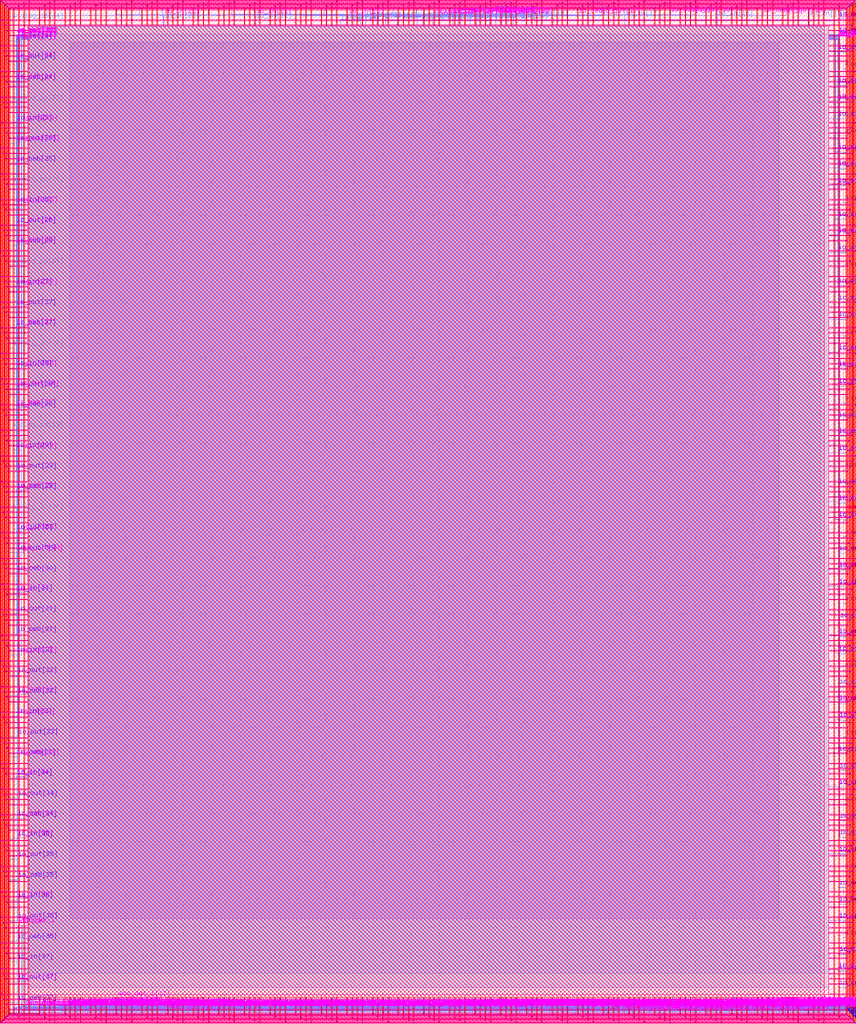
<source format=lef>
VERSION 5.7 ;
  NOWIREEXTENSIONATPIN ON ;
  DIVIDERCHAR "/" ;
  BUSBITCHARS "[]" ;
MACRO user_project_wrapper
  CLASS BLOCK ;
  FOREIGN user_project_wrapper ;
  ORIGIN 0.000 0.000 ;
  SIZE 2920.000 BY 3520.000 ;
  PIN analog_io[0]
    DIRECTION INOUT ;
    PORT
      LAYER met3 ;
        RECT 2917.600 28.980 2924.800 30.180 ;
    END
  END analog_io[0]
  PIN analog_io[10]
    DIRECTION INOUT ;
    PORT
      LAYER met3 ;
        RECT 2917.600 2374.980 2924.800 2376.180 ;
    END
  END analog_io[10]
  PIN analog_io[11]
    DIRECTION INOUT ;
    PORT
      LAYER met3 ;
        RECT 2917.600 2609.580 2924.800 2610.780 ;
    END
  END analog_io[11]
  PIN analog_io[12]
    DIRECTION INOUT ;
    PORT
      LAYER met3 ;
        RECT 2917.600 2844.180 2924.800 2845.380 ;
    END
  END analog_io[12]
  PIN analog_io[13]
    DIRECTION INOUT ;
    PORT
      LAYER met3 ;
        RECT 2917.600 3078.780 2924.800 3079.980 ;
    END
  END analog_io[13]
  PIN analog_io[14]
    DIRECTION INOUT ;
    PORT
      LAYER met3 ;
        RECT 2917.600 3313.380 2924.800 3314.580 ;
    END
  END analog_io[14]
  PIN analog_io[15]
    DIRECTION INOUT ;
    PORT
      LAYER met2 ;
        RECT 2879.090 3517.600 2879.650 3524.800 ;
    END
  END analog_io[15]
  PIN analog_io[16]
    DIRECTION INOUT ;
    PORT
      LAYER met2 ;
        RECT 2554.790 3517.600 2555.350 3524.800 ;
    END
  END analog_io[16]
  PIN analog_io[17]
    DIRECTION INOUT ;
    PORT
      LAYER met2 ;
        RECT 2230.490 3517.600 2231.050 3524.800 ;
    END
  END analog_io[17]
  PIN analog_io[18]
    DIRECTION INOUT ;
    PORT
      LAYER met2 ;
        RECT 1905.730 3517.600 1906.290 3524.800 ;
    END
  END analog_io[18]
  PIN analog_io[19]
    DIRECTION INOUT ;
    PORT
      LAYER met2 ;
        RECT 1581.430 3517.600 1581.990 3524.800 ;
    END
  END analog_io[19]
  PIN analog_io[1]
    DIRECTION INOUT ;
    PORT
      LAYER met3 ;
        RECT 2917.600 263.580 2924.800 264.780 ;
    END
  END analog_io[1]
  PIN analog_io[20]
    DIRECTION INOUT ;
    PORT
      LAYER met2 ;
        RECT 1257.130 3517.600 1257.690 3524.800 ;
    END
  END analog_io[20]
  PIN analog_io[21]
    DIRECTION INOUT ;
    PORT
      LAYER met2 ;
        RECT 932.370 3517.600 932.930 3524.800 ;
    END
  END analog_io[21]
  PIN analog_io[22]
    DIRECTION INOUT ;
    PORT
      LAYER met2 ;
        RECT 608.070 3517.600 608.630 3524.800 ;
    END
  END analog_io[22]
  PIN analog_io[23]
    DIRECTION INOUT ;
    PORT
      LAYER met2 ;
        RECT 283.770 3517.600 284.330 3524.800 ;
    END
  END analog_io[23]
  PIN analog_io[24]
    DIRECTION INOUT ;
    PORT
      LAYER met3 ;
        RECT -4.800 3482.700 2.400 3483.900 ;
    END
  END analog_io[24]
  PIN analog_io[25]
    DIRECTION INOUT ;
    PORT
      LAYER met3 ;
        RECT -4.800 3195.060 2.400 3196.260 ;
    END
  END analog_io[25]
  PIN analog_io[26]
    DIRECTION INOUT ;
    PORT
      LAYER met3 ;
        RECT -4.800 2908.100 2.400 2909.300 ;
    END
  END analog_io[26]
  PIN analog_io[27]
    DIRECTION INOUT ;
    PORT
      LAYER met3 ;
        RECT -4.800 2620.460 2.400 2621.660 ;
    END
  END analog_io[27]
  PIN analog_io[28]
    DIRECTION INOUT ;
    PORT
      LAYER met3 ;
        RECT -4.800 2333.500 2.400 2334.700 ;
    END
  END analog_io[28]
  PIN analog_io[29]
    DIRECTION INOUT ;
    PORT
      LAYER met3 ;
        RECT -4.800 2045.860 2.400 2047.060 ;
    END
  END analog_io[29]
  PIN analog_io[2]
    DIRECTION INOUT ;
    PORT
      LAYER met3 ;
        RECT 2917.600 498.180 2924.800 499.380 ;
    END
  END analog_io[2]
  PIN analog_io[30]
    DIRECTION INOUT ;
    PORT
      LAYER met3 ;
        RECT -4.800 1758.900 2.400 1760.100 ;
    END
  END analog_io[30]
  PIN analog_io[3]
    DIRECTION INOUT ;
    PORT
      LAYER met3 ;
        RECT 2917.600 732.780 2924.800 733.980 ;
    END
  END analog_io[3]
  PIN analog_io[4]
    DIRECTION INOUT ;
    PORT
      LAYER met3 ;
        RECT 2917.600 967.380 2924.800 968.580 ;
    END
  END analog_io[4]
  PIN analog_io[5]
    DIRECTION INOUT ;
    PORT
      LAYER met3 ;
        RECT 2917.600 1201.980 2924.800 1203.180 ;
    END
  END analog_io[5]
  PIN analog_io[6]
    DIRECTION INOUT ;
    PORT
      LAYER met3 ;
        RECT 2917.600 1436.580 2924.800 1437.780 ;
    END
  END analog_io[6]
  PIN analog_io[7]
    DIRECTION INOUT ;
    PORT
      LAYER met3 ;
        RECT 2917.600 1671.180 2924.800 1672.380 ;
    END
  END analog_io[7]
  PIN analog_io[8]
    DIRECTION INOUT ;
    PORT
      LAYER met3 ;
        RECT 2917.600 1905.780 2924.800 1906.980 ;
    END
  END analog_io[8]
  PIN analog_io[9]
    DIRECTION INOUT ;
    PORT
      LAYER met3 ;
        RECT 2917.600 2140.380 2924.800 2141.580 ;
    END
  END analog_io[9]
  PIN io_in[0]
    DIRECTION INPUT ;
    PORT
      LAYER met2 ;
        RECT 2901.310 3429.395 2901.590 3429.765 ;
        RECT 2901.380 88.245 2901.520 3429.395 ;
        RECT 2901.310 87.875 2901.590 88.245 ;
      LAYER via2 ;
        RECT 2901.310 3429.440 2901.590 3429.720 ;
        RECT 2901.310 87.920 2901.590 88.200 ;
      LAYER met3 ;
        RECT 2901.285 3429.730 2901.615 3429.745 ;
        RECT 2866.000 3429.430 2901.615 3429.730 ;
        RECT 2901.285 3429.415 2901.615 3429.430 ;
        RECT 2901.285 88.210 2901.615 88.225 ;
        RECT 2917.600 88.210 2924.800 88.660 ;
        RECT 2901.285 87.910 2924.800 88.210 ;
        RECT 2901.285 87.895 2901.615 87.910 ;
        RECT 2917.600 87.460 2924.800 87.910 ;
    END
  END io_in[0]
  PIN io_in[10]
    DIRECTION INPUT ;
    PORT
      LAYER met1 ;
        RECT 2899.450 2435.660 2899.770 2435.720 ;
        RECT 2866.000 2435.520 2899.770 2435.660 ;
        RECT 2899.450 2435.460 2899.770 2435.520 ;
      LAYER via ;
        RECT 2899.480 2435.460 2899.740 2435.720 ;
      LAYER met2 ;
        RECT 2899.480 2435.430 2899.740 2435.750 ;
        RECT 2899.540 2434.245 2899.680 2435.430 ;
        RECT 2899.470 2433.875 2899.750 2434.245 ;
      LAYER via2 ;
        RECT 2899.470 2433.920 2899.750 2434.200 ;
      LAYER met3 ;
        RECT 2899.445 2434.210 2899.775 2434.225 ;
        RECT 2917.600 2434.210 2924.800 2434.660 ;
        RECT 2899.445 2433.910 2924.800 2434.210 ;
        RECT 2899.445 2433.895 2899.775 2433.910 ;
        RECT 2917.600 2433.460 2924.800 2433.910 ;
    END
  END io_in[10]
  PIN io_in[11]
    DIRECTION INPUT ;
    PORT
      LAYER met1 ;
        RECT 2898.530 2670.260 2898.850 2670.320 ;
        RECT 2866.000 2670.120 2898.850 2670.260 ;
        RECT 2898.530 2670.060 2898.850 2670.120 ;
      LAYER via ;
        RECT 2898.560 2670.060 2898.820 2670.320 ;
      LAYER met2 ;
        RECT 2898.560 2670.030 2898.820 2670.350 ;
        RECT 2898.620 2669.525 2898.760 2670.030 ;
        RECT 2898.550 2669.155 2898.830 2669.525 ;
      LAYER via2 ;
        RECT 2898.550 2669.200 2898.830 2669.480 ;
      LAYER met3 ;
        RECT 2898.525 2669.490 2898.855 2669.505 ;
        RECT 2917.600 2669.490 2924.800 2669.940 ;
        RECT 2898.525 2669.190 2924.800 2669.490 ;
        RECT 2898.525 2669.175 2898.855 2669.190 ;
        RECT 2917.600 2668.740 2924.800 2669.190 ;
    END
  END io_in[11]
  PIN io_in[12]
    DIRECTION INPUT ;
    PORT
      LAYER met1 ;
        RECT 2898.530 2904.860 2898.850 2904.920 ;
        RECT 2866.000 2904.720 2898.850 2904.860 ;
        RECT 2898.530 2904.660 2898.850 2904.720 ;
      LAYER via ;
        RECT 2898.560 2904.660 2898.820 2904.920 ;
      LAYER met2 ;
        RECT 2898.560 2904.630 2898.820 2904.950 ;
        RECT 2898.620 2904.125 2898.760 2904.630 ;
        RECT 2898.550 2903.755 2898.830 2904.125 ;
      LAYER via2 ;
        RECT 2898.550 2903.800 2898.830 2904.080 ;
      LAYER met3 ;
        RECT 2898.525 2904.090 2898.855 2904.105 ;
        RECT 2917.600 2904.090 2924.800 2904.540 ;
        RECT 2898.525 2903.790 2924.800 2904.090 ;
        RECT 2898.525 2903.775 2898.855 2903.790 ;
        RECT 2917.600 2903.340 2924.800 2903.790 ;
    END
  END io_in[12]
  PIN io_in[13]
    DIRECTION INPUT ;
    PORT
      LAYER met1 ;
        RECT 2898.530 3139.460 2898.850 3139.520 ;
        RECT 2866.000 3139.320 2898.850 3139.460 ;
        RECT 2898.530 3139.260 2898.850 3139.320 ;
      LAYER via ;
        RECT 2898.560 3139.260 2898.820 3139.520 ;
      LAYER met2 ;
        RECT 2898.560 3139.230 2898.820 3139.550 ;
        RECT 2898.620 3138.725 2898.760 3139.230 ;
        RECT 2898.550 3138.355 2898.830 3138.725 ;
      LAYER via2 ;
        RECT 2898.550 3138.400 2898.830 3138.680 ;
      LAYER met3 ;
        RECT 2898.525 3138.690 2898.855 3138.705 ;
        RECT 2917.600 3138.690 2924.800 3139.140 ;
        RECT 2898.525 3138.390 2924.800 3138.690 ;
        RECT 2898.525 3138.375 2898.855 3138.390 ;
        RECT 2917.600 3137.940 2924.800 3138.390 ;
    END
  END io_in[13]
  PIN io_in[14]
    DIRECTION INPUT ;
    PORT
      LAYER met1 ;
        RECT 2898.530 3374.060 2898.850 3374.120 ;
        RECT 2866.000 3373.920 2898.850 3374.060 ;
        RECT 2898.530 3373.860 2898.850 3373.920 ;
      LAYER via ;
        RECT 2898.560 3373.860 2898.820 3374.120 ;
      LAYER met2 ;
        RECT 2898.560 3373.830 2898.820 3374.150 ;
        RECT 2898.620 3373.325 2898.760 3373.830 ;
        RECT 2898.550 3372.955 2898.830 3373.325 ;
      LAYER via2 ;
        RECT 2898.550 3373.000 2898.830 3373.280 ;
      LAYER met3 ;
        RECT 2898.525 3373.290 2898.855 3373.305 ;
        RECT 2917.600 3373.290 2924.800 3373.740 ;
        RECT 2898.525 3372.990 2924.800 3373.290 ;
        RECT 2898.525 3372.975 2898.855 3372.990 ;
        RECT 2917.600 3372.540 2924.800 3372.990 ;
    END
  END io_in[14]
  PIN io_in[15]
    DIRECTION INPUT ;
    PORT
      LAYER met2 ;
        RECT 2798.130 3517.600 2798.690 3524.800 ;
        RECT 2798.340 3517.370 2798.480 3517.600 ;
        RECT 2798.340 3517.230 2798.940 3517.370 ;
        RECT 2798.800 3466.000 2798.940 3517.230 ;
    END
  END io_in[15]
  PIN io_in[16]
    DIRECTION INPUT ;
    PORT
      LAYER met2 ;
        RECT 2473.830 3517.600 2474.390 3524.800 ;
        RECT 2474.040 3517.370 2474.180 3517.600 ;
        RECT 2474.040 3517.230 2474.640 3517.370 ;
        RECT 2474.500 3466.000 2474.640 3517.230 ;
    END
  END io_in[16]
  PIN io_in[17]
    DIRECTION INPUT ;
    PORT
      LAYER met2 ;
        RECT 2149.070 3517.600 2149.630 3524.800 ;
        RECT 2149.280 3517.370 2149.420 3517.600 ;
        RECT 2149.280 3517.230 2149.880 3517.370 ;
        RECT 2149.740 3466.000 2149.880 3517.230 ;
    END
  END io_in[17]
  PIN io_in[18]
    DIRECTION INPUT ;
    PORT
      LAYER met2 ;
        RECT 1824.770 3517.600 1825.330 3524.800 ;
        RECT 1824.980 3517.370 1825.120 3517.600 ;
        RECT 1824.980 3517.230 1825.580 3517.370 ;
        RECT 1825.440 3466.000 1825.580 3517.230 ;
    END
  END io_in[18]
  PIN io_in[19]
    DIRECTION INPUT ;
    PORT
      LAYER met2 ;
        RECT 1500.470 3517.600 1501.030 3524.800 ;
        RECT 1500.680 3517.370 1500.820 3517.600 ;
        RECT 1500.680 3517.230 1501.280 3517.370 ;
        RECT 1501.140 3466.000 1501.280 3517.230 ;
    END
  END io_in[19]
  PIN io_in[1]
    DIRECTION INPUT ;
    PORT
      LAYER met1 ;
        RECT 2900.830 324.260 2901.150 324.320 ;
        RECT 2866.000 324.120 2901.150 324.260 ;
        RECT 2900.830 324.060 2901.150 324.120 ;
      LAYER via ;
        RECT 2900.860 324.060 2901.120 324.320 ;
      LAYER met2 ;
        RECT 2900.860 324.030 2901.120 324.350 ;
        RECT 2900.920 322.845 2901.060 324.030 ;
        RECT 2900.850 322.475 2901.130 322.845 ;
      LAYER via2 ;
        RECT 2900.850 322.520 2901.130 322.800 ;
      LAYER met3 ;
        RECT 2900.825 322.810 2901.155 322.825 ;
        RECT 2917.600 322.810 2924.800 323.260 ;
        RECT 2900.825 322.510 2924.800 322.810 ;
        RECT 2900.825 322.495 2901.155 322.510 ;
        RECT 2917.600 322.060 2924.800 322.510 ;
    END
  END io_in[1]
  PIN io_in[20]
    DIRECTION INPUT ;
    PORT
      LAYER met1 ;
        RECT 1175.830 3498.500 1176.150 3498.560 ;
        RECT 1179.510 3498.500 1179.830 3498.560 ;
        RECT 1175.830 3498.360 1179.830 3498.500 ;
        RECT 1175.830 3498.300 1176.150 3498.360 ;
        RECT 1179.510 3498.300 1179.830 3498.360 ;
      LAYER via ;
        RECT 1175.860 3498.300 1176.120 3498.560 ;
        RECT 1179.540 3498.300 1179.800 3498.560 ;
      LAYER met2 ;
        RECT 1175.710 3517.600 1176.270 3524.800 ;
        RECT 1175.920 3498.590 1176.060 3517.600 ;
        RECT 1175.860 3498.270 1176.120 3498.590 ;
        RECT 1179.540 3498.270 1179.800 3498.590 ;
        RECT 1179.600 3466.000 1179.740 3498.270 ;
    END
  END io_in[20]
  PIN io_in[21]
    DIRECTION INPUT ;
    PORT
      LAYER met1 ;
        RECT 851.530 3498.500 851.850 3498.560 ;
        RECT 855.210 3498.500 855.530 3498.560 ;
        RECT 851.530 3498.360 855.530 3498.500 ;
        RECT 851.530 3498.300 851.850 3498.360 ;
        RECT 855.210 3498.300 855.530 3498.360 ;
      LAYER via ;
        RECT 851.560 3498.300 851.820 3498.560 ;
        RECT 855.240 3498.300 855.500 3498.560 ;
      LAYER met2 ;
        RECT 851.410 3517.600 851.970 3524.800 ;
        RECT 851.620 3498.590 851.760 3517.600 ;
        RECT 851.560 3498.270 851.820 3498.590 ;
        RECT 855.240 3498.270 855.500 3498.590 ;
        RECT 855.300 3466.000 855.440 3498.270 ;
    END
  END io_in[21]
  PIN io_in[22]
    DIRECTION INPUT ;
    PORT
      LAYER met1 ;
        RECT 527.230 3498.500 527.550 3498.560 ;
        RECT 530.910 3498.500 531.230 3498.560 ;
        RECT 527.230 3498.360 531.230 3498.500 ;
        RECT 527.230 3498.300 527.550 3498.360 ;
        RECT 530.910 3498.300 531.230 3498.360 ;
      LAYER via ;
        RECT 527.260 3498.300 527.520 3498.560 ;
        RECT 530.940 3498.300 531.200 3498.560 ;
      LAYER met2 ;
        RECT 527.110 3517.600 527.670 3524.800 ;
        RECT 527.320 3498.590 527.460 3517.600 ;
        RECT 527.260 3498.270 527.520 3498.590 ;
        RECT 530.940 3498.270 531.200 3498.590 ;
        RECT 531.000 3466.000 531.140 3498.270 ;
    END
  END io_in[22]
  PIN io_in[23]
    DIRECTION INPUT ;
    PORT
      LAYER met1 ;
        RECT 202.470 3502.240 202.790 3502.300 ;
        RECT 1718.170 3502.240 1718.490 3502.300 ;
        RECT 202.470 3502.100 1718.490 3502.240 ;
        RECT 202.470 3502.040 202.790 3502.100 ;
        RECT 1718.170 3502.040 1718.490 3502.100 ;
      LAYER via ;
        RECT 202.500 3502.040 202.760 3502.300 ;
        RECT 1718.200 3502.040 1718.460 3502.300 ;
      LAYER met2 ;
        RECT 202.350 3517.600 202.910 3524.800 ;
        RECT 202.560 3502.330 202.700 3517.600 ;
        RECT 202.500 3502.010 202.760 3502.330 ;
        RECT 1718.200 3502.010 1718.460 3502.330 ;
        RECT 1718.260 3466.000 1718.400 3502.010 ;
    END
  END io_in[23]
  PIN io_in[24]
    DIRECTION INPUT ;
    PORT
      LAYER met1 ;
        RECT 27.670 3428.120 27.990 3428.180 ;
        RECT 27.670 3427.980 54.000 3428.120 ;
        RECT 27.670 3427.920 27.990 3427.980 ;
        RECT 13.870 3411.460 14.190 3411.520 ;
        RECT 27.670 3411.460 27.990 3411.520 ;
        RECT 13.870 3411.320 27.990 3411.460 ;
        RECT 13.870 3411.260 14.190 3411.320 ;
        RECT 27.670 3411.260 27.990 3411.320 ;
      LAYER via ;
        RECT 27.700 3427.920 27.960 3428.180 ;
        RECT 13.900 3411.260 14.160 3411.520 ;
        RECT 27.700 3411.260 27.960 3411.520 ;
      LAYER met2 ;
        RECT 27.700 3427.890 27.960 3428.210 ;
        RECT 27.760 3411.550 27.900 3427.890 ;
        RECT 13.900 3411.405 14.160 3411.550 ;
        RECT 13.890 3411.035 14.170 3411.405 ;
        RECT 27.700 3411.230 27.960 3411.550 ;
      LAYER via2 ;
        RECT 13.890 3411.080 14.170 3411.360 ;
      LAYER met3 ;
        RECT -4.800 3411.370 2.400 3411.820 ;
        RECT 13.865 3411.370 14.195 3411.385 ;
        RECT -4.800 3411.070 14.195 3411.370 ;
        RECT -4.800 3410.620 2.400 3411.070 ;
        RECT 13.865 3411.055 14.195 3411.070 ;
    END
  END io_in[24]
  PIN io_in[25]
    DIRECTION INPUT ;
    PORT
      LAYER met1 ;
        RECT 33.650 3427.100 33.970 3427.160 ;
        RECT 33.650 3426.960 54.000 3427.100 ;
        RECT 33.650 3426.900 33.970 3426.960 ;
        RECT 13.870 3124.500 14.190 3124.560 ;
        RECT 33.650 3124.500 33.970 3124.560 ;
        RECT 13.870 3124.360 33.970 3124.500 ;
        RECT 13.870 3124.300 14.190 3124.360 ;
        RECT 33.650 3124.300 33.970 3124.360 ;
      LAYER via ;
        RECT 33.680 3426.900 33.940 3427.160 ;
        RECT 13.900 3124.300 14.160 3124.560 ;
        RECT 33.680 3124.300 33.940 3124.560 ;
      LAYER met2 ;
        RECT 33.680 3426.870 33.940 3427.190 ;
        RECT 33.740 3124.590 33.880 3426.870 ;
        RECT 13.900 3124.445 14.160 3124.590 ;
        RECT 13.890 3124.075 14.170 3124.445 ;
        RECT 33.680 3124.270 33.940 3124.590 ;
      LAYER via2 ;
        RECT 13.890 3124.120 14.170 3124.400 ;
      LAYER met3 ;
        RECT -4.800 3124.410 2.400 3124.860 ;
        RECT 13.865 3124.410 14.195 3124.425 ;
        RECT -4.800 3124.110 14.195 3124.410 ;
        RECT -4.800 3123.660 2.400 3124.110 ;
        RECT 13.865 3124.095 14.195 3124.110 ;
    END
  END io_in[25]
  PIN io_in[26]
    DIRECTION INPUT ;
    PORT
      LAYER met1 ;
        RECT 33.190 3426.080 33.510 3426.140 ;
        RECT 33.190 3425.940 54.000 3426.080 ;
        RECT 33.190 3425.880 33.510 3425.940 ;
        RECT 13.870 2836.860 14.190 2836.920 ;
        RECT 33.190 2836.860 33.510 2836.920 ;
        RECT 13.870 2836.720 33.510 2836.860 ;
        RECT 13.870 2836.660 14.190 2836.720 ;
        RECT 33.190 2836.660 33.510 2836.720 ;
      LAYER via ;
        RECT 33.220 3425.880 33.480 3426.140 ;
        RECT 13.900 2836.660 14.160 2836.920 ;
        RECT 33.220 2836.660 33.480 2836.920 ;
      LAYER met2 ;
        RECT 33.220 3425.850 33.480 3426.170 ;
        RECT 33.280 2836.950 33.420 3425.850 ;
        RECT 13.900 2836.805 14.160 2836.950 ;
        RECT 13.890 2836.435 14.170 2836.805 ;
        RECT 33.220 2836.630 33.480 2836.950 ;
      LAYER via2 ;
        RECT 13.890 2836.480 14.170 2836.760 ;
      LAYER met3 ;
        RECT -4.800 2836.770 2.400 2837.220 ;
        RECT 13.865 2836.770 14.195 2836.785 ;
        RECT -4.800 2836.470 14.195 2836.770 ;
        RECT -4.800 2836.020 2.400 2836.470 ;
        RECT 13.865 2836.455 14.195 2836.470 ;
    END
  END io_in[26]
  PIN io_in[27]
    DIRECTION INPUT ;
    PORT
      LAYER met1 ;
        RECT 32.730 3425.060 33.050 3425.120 ;
        RECT 32.730 3424.920 54.000 3425.060 ;
        RECT 32.730 3424.860 33.050 3424.920 ;
        RECT 13.870 2549.900 14.190 2549.960 ;
        RECT 32.730 2549.900 33.050 2549.960 ;
        RECT 13.870 2549.760 33.050 2549.900 ;
        RECT 13.870 2549.700 14.190 2549.760 ;
        RECT 32.730 2549.700 33.050 2549.760 ;
      LAYER via ;
        RECT 32.760 3424.860 33.020 3425.120 ;
        RECT 13.900 2549.700 14.160 2549.960 ;
        RECT 32.760 2549.700 33.020 2549.960 ;
      LAYER met2 ;
        RECT 32.760 3424.830 33.020 3425.150 ;
        RECT 32.820 2549.990 32.960 3424.830 ;
        RECT 13.900 2549.845 14.160 2549.990 ;
        RECT 13.890 2549.475 14.170 2549.845 ;
        RECT 32.760 2549.670 33.020 2549.990 ;
      LAYER via2 ;
        RECT 13.890 2549.520 14.170 2549.800 ;
      LAYER met3 ;
        RECT -4.800 2549.810 2.400 2550.260 ;
        RECT 13.865 2549.810 14.195 2549.825 ;
        RECT -4.800 2549.510 14.195 2549.810 ;
        RECT -4.800 2549.060 2.400 2549.510 ;
        RECT 13.865 2549.495 14.195 2549.510 ;
    END
  END io_in[27]
  PIN io_in[28]
    DIRECTION INPUT ;
    PORT
      LAYER met1 ;
        RECT 32.270 3424.040 32.590 3424.100 ;
        RECT 32.270 3423.900 54.000 3424.040 ;
        RECT 32.270 3423.840 32.590 3423.900 ;
        RECT 14.330 2262.260 14.650 2262.320 ;
        RECT 32.270 2262.260 32.590 2262.320 ;
        RECT 14.330 2262.120 32.590 2262.260 ;
        RECT 14.330 2262.060 14.650 2262.120 ;
        RECT 32.270 2262.060 32.590 2262.120 ;
      LAYER via ;
        RECT 32.300 3423.840 32.560 3424.100 ;
        RECT 14.360 2262.060 14.620 2262.320 ;
        RECT 32.300 2262.060 32.560 2262.320 ;
      LAYER met2 ;
        RECT 32.300 3423.810 32.560 3424.130 ;
        RECT 32.360 2262.350 32.500 3423.810 ;
        RECT 14.360 2262.205 14.620 2262.350 ;
        RECT 14.350 2261.835 14.630 2262.205 ;
        RECT 32.300 2262.030 32.560 2262.350 ;
      LAYER via2 ;
        RECT 14.350 2261.880 14.630 2262.160 ;
      LAYER met3 ;
        RECT -4.800 2262.170 2.400 2262.620 ;
        RECT 14.325 2262.170 14.655 2262.185 ;
        RECT -4.800 2261.870 14.655 2262.170 ;
        RECT -4.800 2261.420 2.400 2261.870 ;
        RECT 14.325 2261.855 14.655 2261.870 ;
    END
  END io_in[28]
  PIN io_in[29]
    DIRECTION INPUT ;
    PORT
      LAYER met1 ;
        RECT 31.810 3423.700 32.130 3423.760 ;
        RECT 31.810 3423.560 54.000 3423.700 ;
        RECT 31.810 3423.500 32.130 3423.560 ;
        RECT 14.330 1975.300 14.650 1975.360 ;
        RECT 31.810 1975.300 32.130 1975.360 ;
        RECT 14.330 1975.160 32.130 1975.300 ;
        RECT 14.330 1975.100 14.650 1975.160 ;
        RECT 31.810 1975.100 32.130 1975.160 ;
      LAYER via ;
        RECT 31.840 3423.500 32.100 3423.760 ;
        RECT 14.360 1975.100 14.620 1975.360 ;
        RECT 31.840 1975.100 32.100 1975.360 ;
      LAYER met2 ;
        RECT 31.840 3423.470 32.100 3423.790 ;
        RECT 31.900 1975.390 32.040 3423.470 ;
        RECT 14.360 1975.245 14.620 1975.390 ;
        RECT 14.350 1974.875 14.630 1975.245 ;
        RECT 31.840 1975.070 32.100 1975.390 ;
      LAYER via2 ;
        RECT 14.350 1974.920 14.630 1975.200 ;
      LAYER met3 ;
        RECT -4.800 1975.210 2.400 1975.660 ;
        RECT 14.325 1975.210 14.655 1975.225 ;
        RECT -4.800 1974.910 14.655 1975.210 ;
        RECT -4.800 1974.460 2.400 1974.910 ;
        RECT 14.325 1974.895 14.655 1974.910 ;
    END
  END io_in[29]
  PIN io_in[2]
    DIRECTION INPUT ;
    PORT
      LAYER met1 ;
        RECT 2900.830 558.860 2901.150 558.920 ;
        RECT 2866.000 558.720 2901.150 558.860 ;
        RECT 2900.830 558.660 2901.150 558.720 ;
      LAYER via ;
        RECT 2900.860 558.660 2901.120 558.920 ;
      LAYER met2 ;
        RECT 2900.860 558.630 2901.120 558.950 ;
        RECT 2900.920 557.445 2901.060 558.630 ;
        RECT 2900.850 557.075 2901.130 557.445 ;
      LAYER via2 ;
        RECT 2900.850 557.120 2901.130 557.400 ;
      LAYER met3 ;
        RECT 2900.825 557.410 2901.155 557.425 ;
        RECT 2917.600 557.410 2924.800 557.860 ;
        RECT 2900.825 557.110 2924.800 557.410 ;
        RECT 2900.825 557.095 2901.155 557.110 ;
        RECT 2917.600 556.660 2924.800 557.110 ;
    END
  END io_in[2]
  PIN io_in[30]
    DIRECTION INPUT ;
    PORT
      LAYER met1 ;
        RECT 31.350 3422.680 31.670 3422.740 ;
        RECT 31.350 3422.540 54.000 3422.680 ;
        RECT 31.350 3422.480 31.670 3422.540 ;
        RECT 14.790 1688.000 15.110 1688.060 ;
        RECT 31.350 1688.000 31.670 1688.060 ;
        RECT 14.790 1687.860 31.670 1688.000 ;
        RECT 14.790 1687.800 15.110 1687.860 ;
        RECT 31.350 1687.800 31.670 1687.860 ;
      LAYER via ;
        RECT 31.380 3422.480 31.640 3422.740 ;
        RECT 14.820 1687.800 15.080 1688.060 ;
        RECT 31.380 1687.800 31.640 1688.060 ;
      LAYER met2 ;
        RECT 31.380 3422.450 31.640 3422.770 ;
        RECT 31.440 1688.090 31.580 3422.450 ;
        RECT 14.820 1687.770 15.080 1688.090 ;
        RECT 31.380 1687.770 31.640 1688.090 ;
        RECT 14.880 1687.605 15.020 1687.770 ;
        RECT 14.810 1687.235 15.090 1687.605 ;
      LAYER via2 ;
        RECT 14.810 1687.280 15.090 1687.560 ;
      LAYER met3 ;
        RECT -4.800 1687.570 2.400 1688.020 ;
        RECT 14.785 1687.570 15.115 1687.585 ;
        RECT -4.800 1687.270 15.115 1687.570 ;
        RECT -4.800 1686.820 2.400 1687.270 ;
        RECT 14.785 1687.255 15.115 1687.270 ;
    END
  END io_in[30]
  PIN io_in[31]
    DIRECTION INPUT ;
    PORT
      LAYER met1 ;
        RECT 15.250 1476.520 15.570 1476.580 ;
        RECT 15.250 1476.380 54.000 1476.520 ;
        RECT 15.250 1476.320 15.570 1476.380 ;
      LAYER via ;
        RECT 15.280 1476.320 15.540 1476.580 ;
      LAYER met2 ;
        RECT 15.280 1476.290 15.540 1476.610 ;
        RECT 15.340 1472.045 15.480 1476.290 ;
        RECT 15.270 1471.675 15.550 1472.045 ;
      LAYER via2 ;
        RECT 15.270 1471.720 15.550 1472.000 ;
      LAYER met3 ;
        RECT -4.800 1472.010 2.400 1472.460 ;
        RECT 15.245 1472.010 15.575 1472.025 ;
        RECT -4.800 1471.710 15.575 1472.010 ;
        RECT -4.800 1471.260 2.400 1471.710 ;
        RECT 15.245 1471.695 15.575 1471.710 ;
    END
  END io_in[31]
  PIN io_in[32]
    DIRECTION INPUT ;
    PORT
      LAYER met1 ;
        RECT 15.710 1256.540 16.030 1256.600 ;
        RECT 30.890 1256.540 31.210 1256.600 ;
        RECT 15.710 1256.400 31.210 1256.540 ;
        RECT 15.710 1256.340 16.030 1256.400 ;
        RECT 30.890 1256.340 31.210 1256.400 ;
      LAYER via ;
        RECT 15.740 1256.340 16.000 1256.600 ;
        RECT 30.920 1256.340 31.180 1256.600 ;
      LAYER met2 ;
        RECT 30.910 3425.315 31.190 3425.685 ;
        RECT 30.980 1256.630 31.120 3425.315 ;
        RECT 15.740 1256.485 16.000 1256.630 ;
        RECT 15.730 1256.115 16.010 1256.485 ;
        RECT 30.920 1256.310 31.180 1256.630 ;
      LAYER via2 ;
        RECT 30.910 3425.360 31.190 3425.640 ;
        RECT 15.730 1256.160 16.010 1256.440 ;
      LAYER met3 ;
        RECT 30.885 3425.650 31.215 3425.665 ;
        RECT 30.885 3425.350 54.000 3425.650 ;
        RECT 30.885 3425.335 31.215 3425.350 ;
        RECT -4.800 1256.450 2.400 1256.900 ;
        RECT 15.705 1256.450 16.035 1256.465 ;
        RECT -4.800 1256.150 16.035 1256.450 ;
        RECT -4.800 1255.700 2.400 1256.150 ;
        RECT 15.705 1256.135 16.035 1256.150 ;
    END
  END io_in[32]
  PIN io_in[33]
    DIRECTION INPUT ;
    PORT
      LAYER met1 ;
        RECT 24.450 3416.560 24.770 3416.620 ;
        RECT 24.450 3416.420 54.000 3416.560 ;
        RECT 24.450 3416.360 24.770 3416.420 ;
        RECT 13.870 1040.980 14.190 1041.040 ;
        RECT 24.450 1040.980 24.770 1041.040 ;
        RECT 13.870 1040.840 24.770 1040.980 ;
        RECT 13.870 1040.780 14.190 1040.840 ;
        RECT 24.450 1040.780 24.770 1040.840 ;
      LAYER via ;
        RECT 24.480 3416.360 24.740 3416.620 ;
        RECT 13.900 1040.780 14.160 1041.040 ;
        RECT 24.480 1040.780 24.740 1041.040 ;
      LAYER met2 ;
        RECT 24.480 3416.330 24.740 3416.650 ;
        RECT 24.540 1041.070 24.680 3416.330 ;
        RECT 13.900 1040.925 14.160 1041.070 ;
        RECT 13.890 1040.555 14.170 1040.925 ;
        RECT 24.480 1040.750 24.740 1041.070 ;
      LAYER via2 ;
        RECT 13.890 1040.600 14.170 1040.880 ;
      LAYER met3 ;
        RECT -4.800 1040.890 2.400 1041.340 ;
        RECT 13.865 1040.890 14.195 1040.905 ;
        RECT -4.800 1040.590 14.195 1040.890 ;
        RECT -4.800 1040.140 2.400 1040.590 ;
        RECT 13.865 1040.575 14.195 1040.590 ;
    END
  END io_in[33]
  PIN io_in[34]
    DIRECTION INPUT ;
    PORT
      LAYER met1 ;
        RECT 15.710 827.800 16.030 827.860 ;
        RECT 15.710 827.660 54.000 827.800 ;
        RECT 15.710 827.600 16.030 827.660 ;
      LAYER via ;
        RECT 15.740 827.600 16.000 827.860 ;
      LAYER met2 ;
        RECT 15.740 827.570 16.000 827.890 ;
        RECT 15.800 825.365 15.940 827.570 ;
        RECT 15.730 824.995 16.010 825.365 ;
      LAYER via2 ;
        RECT 15.730 825.040 16.010 825.320 ;
      LAYER met3 ;
        RECT -4.800 825.330 2.400 825.780 ;
        RECT 15.705 825.330 16.035 825.345 ;
        RECT -4.800 825.030 16.035 825.330 ;
        RECT -4.800 824.580 2.400 825.030 ;
        RECT 15.705 825.015 16.035 825.030 ;
    END
  END io_in[34]
  PIN io_in[35]
    DIRECTION INPUT ;
    PORT
      LAYER met1 ;
        RECT 16.630 613.940 16.950 614.000 ;
        RECT 16.630 613.800 54.000 613.940 ;
        RECT 16.630 613.740 16.950 613.800 ;
      LAYER via ;
        RECT 16.660 613.740 16.920 614.000 ;
      LAYER met2 ;
        RECT 16.660 613.710 16.920 614.030 ;
        RECT 16.720 610.485 16.860 613.710 ;
        RECT 16.650 610.115 16.930 610.485 ;
      LAYER via2 ;
        RECT 16.650 610.160 16.930 610.440 ;
      LAYER met3 ;
        RECT -4.800 610.450 2.400 610.900 ;
        RECT 16.625 610.450 16.955 610.465 ;
        RECT -4.800 610.150 16.955 610.450 ;
        RECT -4.800 609.700 2.400 610.150 ;
        RECT 16.625 610.135 16.955 610.150 ;
    END
  END io_in[35]
  PIN io_in[36]
    DIRECTION INPUT ;
    PORT
      LAYER met1 ;
        RECT 16.630 400.080 16.950 400.140 ;
        RECT 16.630 399.940 54.000 400.080 ;
        RECT 16.630 399.880 16.950 399.940 ;
      LAYER via ;
        RECT 16.660 399.880 16.920 400.140 ;
      LAYER met2 ;
        RECT 16.660 399.850 16.920 400.170 ;
        RECT 16.720 394.925 16.860 399.850 ;
        RECT 16.650 394.555 16.930 394.925 ;
      LAYER via2 ;
        RECT 16.650 394.600 16.930 394.880 ;
      LAYER met3 ;
        RECT -4.800 394.890 2.400 395.340 ;
        RECT 16.625 394.890 16.955 394.905 ;
        RECT -4.800 394.590 16.955 394.890 ;
        RECT -4.800 394.140 2.400 394.590 ;
        RECT 16.625 394.575 16.955 394.590 ;
    END
  END io_in[36]
  PIN io_in[37]
    DIRECTION INPUT ;
    PORT
      LAYER met2 ;
        RECT 17.570 3430.755 17.850 3431.125 ;
        RECT 17.640 179.365 17.780 3430.755 ;
        RECT 17.570 178.995 17.850 179.365 ;
      LAYER via2 ;
        RECT 17.570 3430.800 17.850 3431.080 ;
        RECT 17.570 179.040 17.850 179.320 ;
      LAYER met3 ;
        RECT 17.545 3431.090 17.875 3431.105 ;
        RECT 17.545 3430.790 54.000 3431.090 ;
        RECT 17.545 3430.775 17.875 3430.790 ;
        RECT -4.800 179.330 2.400 179.780 ;
        RECT 17.545 179.330 17.875 179.345 ;
        RECT -4.800 179.030 17.875 179.330 ;
        RECT -4.800 178.580 2.400 179.030 ;
        RECT 17.545 179.015 17.875 179.030 ;
    END
  END io_in[37]
  PIN io_in[3]
    DIRECTION INPUT ;
    PORT
      LAYER met1 ;
        RECT 2900.830 793.460 2901.150 793.520 ;
        RECT 2866.000 793.320 2901.150 793.460 ;
        RECT 2900.830 793.260 2901.150 793.320 ;
      LAYER via ;
        RECT 2900.860 793.260 2901.120 793.520 ;
      LAYER met2 ;
        RECT 2900.860 793.230 2901.120 793.550 ;
        RECT 2900.920 792.045 2901.060 793.230 ;
        RECT 2900.850 791.675 2901.130 792.045 ;
      LAYER via2 ;
        RECT 2900.850 791.720 2901.130 792.000 ;
      LAYER met3 ;
        RECT 2900.825 792.010 2901.155 792.025 ;
        RECT 2917.600 792.010 2924.800 792.460 ;
        RECT 2900.825 791.710 2924.800 792.010 ;
        RECT 2900.825 791.695 2901.155 791.710 ;
        RECT 2917.600 791.260 2924.800 791.710 ;
    END
  END io_in[3]
  PIN io_in[4]
    DIRECTION INPUT ;
    PORT
      LAYER met1 ;
        RECT 2887.950 3429.480 2888.270 3429.540 ;
        RECT 2866.000 3429.340 2888.270 3429.480 ;
        RECT 2887.950 3429.280 2888.270 3429.340 ;
        RECT 2887.950 1028.060 2888.270 1028.120 ;
        RECT 2903.590 1028.060 2903.910 1028.120 ;
        RECT 2887.950 1027.920 2903.910 1028.060 ;
        RECT 2887.950 1027.860 2888.270 1027.920 ;
        RECT 2903.590 1027.860 2903.910 1027.920 ;
      LAYER via ;
        RECT 2887.980 3429.280 2888.240 3429.540 ;
        RECT 2887.980 1027.860 2888.240 1028.120 ;
        RECT 2903.620 1027.860 2903.880 1028.120 ;
      LAYER met2 ;
        RECT 2887.980 3429.250 2888.240 3429.570 ;
        RECT 2888.040 1028.150 2888.180 3429.250 ;
        RECT 2887.980 1027.830 2888.240 1028.150 ;
        RECT 2903.620 1027.830 2903.880 1028.150 ;
        RECT 2903.680 1026.645 2903.820 1027.830 ;
        RECT 2903.610 1026.275 2903.890 1026.645 ;
      LAYER via2 ;
        RECT 2903.610 1026.320 2903.890 1026.600 ;
      LAYER met3 ;
        RECT 2903.585 1026.610 2903.915 1026.625 ;
        RECT 2917.600 1026.610 2924.800 1027.060 ;
        RECT 2903.585 1026.310 2924.800 1026.610 ;
        RECT 2903.585 1026.295 2903.915 1026.310 ;
        RECT 2917.600 1025.860 2924.800 1026.310 ;
    END
  END io_in[4]
  PIN io_in[5]
    DIRECTION INPUT ;
    PORT
      LAYER met1 ;
        RECT 2888.410 3430.160 2888.730 3430.220 ;
        RECT 2866.000 3430.020 2888.730 3430.160 ;
        RECT 2888.410 3429.960 2888.730 3430.020 ;
        RECT 2888.410 1262.660 2888.730 1262.720 ;
        RECT 2899.910 1262.660 2900.230 1262.720 ;
        RECT 2888.410 1262.520 2900.230 1262.660 ;
        RECT 2888.410 1262.460 2888.730 1262.520 ;
        RECT 2899.910 1262.460 2900.230 1262.520 ;
      LAYER via ;
        RECT 2888.440 3429.960 2888.700 3430.220 ;
        RECT 2888.440 1262.460 2888.700 1262.720 ;
        RECT 2899.940 1262.460 2900.200 1262.720 ;
      LAYER met2 ;
        RECT 2888.440 3429.930 2888.700 3430.250 ;
        RECT 2888.500 1262.750 2888.640 3429.930 ;
        RECT 2888.440 1262.430 2888.700 1262.750 ;
        RECT 2899.940 1262.430 2900.200 1262.750 ;
        RECT 2900.000 1261.245 2900.140 1262.430 ;
        RECT 2899.930 1260.875 2900.210 1261.245 ;
      LAYER via2 ;
        RECT 2899.930 1260.920 2900.210 1261.200 ;
      LAYER met3 ;
        RECT 2899.905 1261.210 2900.235 1261.225 ;
        RECT 2917.600 1261.210 2924.800 1261.660 ;
        RECT 2899.905 1260.910 2924.800 1261.210 ;
        RECT 2899.905 1260.895 2900.235 1260.910 ;
        RECT 2917.600 1260.460 2924.800 1260.910 ;
    END
  END io_in[5]
  PIN io_in[6]
    DIRECTION INPUT ;
    PORT
      LAYER met1 ;
        RECT 2900.830 1497.260 2901.150 1497.320 ;
        RECT 2866.000 1497.120 2901.150 1497.260 ;
        RECT 2900.830 1497.060 2901.150 1497.120 ;
      LAYER via ;
        RECT 2900.860 1497.060 2901.120 1497.320 ;
      LAYER met2 ;
        RECT 2900.860 1497.030 2901.120 1497.350 ;
        RECT 2900.920 1495.845 2901.060 1497.030 ;
        RECT 2900.850 1495.475 2901.130 1495.845 ;
      LAYER via2 ;
        RECT 2900.850 1495.520 2901.130 1495.800 ;
      LAYER met3 ;
        RECT 2900.825 1495.810 2901.155 1495.825 ;
        RECT 2917.600 1495.810 2924.800 1496.260 ;
        RECT 2900.825 1495.510 2924.800 1495.810 ;
        RECT 2900.825 1495.495 2901.155 1495.510 ;
        RECT 2917.600 1495.060 2924.800 1495.510 ;
    END
  END io_in[6]
  PIN io_in[7]
    DIRECTION INPUT ;
    PORT
      LAYER met1 ;
        RECT 2888.870 3431.180 2889.190 3431.240 ;
        RECT 2866.000 3431.040 2889.190 3431.180 ;
        RECT 2888.870 3430.980 2889.190 3431.040 ;
        RECT 2888.870 1731.860 2889.190 1731.920 ;
        RECT 2899.450 1731.860 2899.770 1731.920 ;
        RECT 2888.870 1731.720 2899.770 1731.860 ;
        RECT 2888.870 1731.660 2889.190 1731.720 ;
        RECT 2899.450 1731.660 2899.770 1731.720 ;
      LAYER via ;
        RECT 2888.900 3430.980 2889.160 3431.240 ;
        RECT 2888.900 1731.660 2889.160 1731.920 ;
        RECT 2899.480 1731.660 2899.740 1731.920 ;
      LAYER met2 ;
        RECT 2888.900 3430.950 2889.160 3431.270 ;
        RECT 2888.960 1731.950 2889.100 3430.950 ;
        RECT 2888.900 1731.630 2889.160 1731.950 ;
        RECT 2899.480 1731.630 2899.740 1731.950 ;
        RECT 2899.540 1730.445 2899.680 1731.630 ;
        RECT 2899.470 1730.075 2899.750 1730.445 ;
      LAYER via2 ;
        RECT 2899.470 1730.120 2899.750 1730.400 ;
      LAYER met3 ;
        RECT 2899.445 1730.410 2899.775 1730.425 ;
        RECT 2917.600 1730.410 2924.800 1730.860 ;
        RECT 2899.445 1730.110 2924.800 1730.410 ;
        RECT 2899.445 1730.095 2899.775 1730.110 ;
        RECT 2917.600 1729.660 2924.800 1730.110 ;
    END
  END io_in[7]
  PIN io_in[8]
    DIRECTION INPUT ;
    PORT
      LAYER met1 ;
        RECT 2899.910 1966.460 2900.230 1966.520 ;
        RECT 2866.000 1966.320 2900.230 1966.460 ;
        RECT 2899.910 1966.260 2900.230 1966.320 ;
      LAYER via ;
        RECT 2899.940 1966.260 2900.200 1966.520 ;
      LAYER met2 ;
        RECT 2899.940 1966.230 2900.200 1966.550 ;
        RECT 2900.000 1965.045 2900.140 1966.230 ;
        RECT 2899.930 1964.675 2900.210 1965.045 ;
      LAYER via2 ;
        RECT 2899.930 1964.720 2900.210 1965.000 ;
      LAYER met3 ;
        RECT 2899.905 1965.010 2900.235 1965.025 ;
        RECT 2917.600 1965.010 2924.800 1965.460 ;
        RECT 2899.905 1964.710 2924.800 1965.010 ;
        RECT 2899.905 1964.695 2900.235 1964.710 ;
        RECT 2917.600 1964.260 2924.800 1964.710 ;
    END
  END io_in[8]
  PIN io_in[9]
    DIRECTION INPUT ;
    PORT
      LAYER met1 ;
        RECT 2889.330 3423.360 2889.650 3423.420 ;
        RECT 2866.000 3423.220 2889.650 3423.360 ;
        RECT 2889.330 3423.160 2889.650 3423.220 ;
        RECT 2889.330 2201.060 2889.650 2201.120 ;
        RECT 2899.450 2201.060 2899.770 2201.120 ;
        RECT 2889.330 2200.920 2899.770 2201.060 ;
        RECT 2889.330 2200.860 2889.650 2200.920 ;
        RECT 2899.450 2200.860 2899.770 2200.920 ;
      LAYER via ;
        RECT 2889.360 3423.160 2889.620 3423.420 ;
        RECT 2889.360 2200.860 2889.620 2201.120 ;
        RECT 2899.480 2200.860 2899.740 2201.120 ;
      LAYER met2 ;
        RECT 2889.360 3423.130 2889.620 3423.450 ;
        RECT 2889.420 2201.150 2889.560 3423.130 ;
        RECT 2889.360 2200.830 2889.620 2201.150 ;
        RECT 2899.480 2200.830 2899.740 2201.150 ;
        RECT 2899.540 2199.645 2899.680 2200.830 ;
        RECT 2899.470 2199.275 2899.750 2199.645 ;
      LAYER via2 ;
        RECT 2899.470 2199.320 2899.750 2199.600 ;
      LAYER met3 ;
        RECT 2899.445 2199.610 2899.775 2199.625 ;
        RECT 2917.600 2199.610 2924.800 2200.060 ;
        RECT 2899.445 2199.310 2924.800 2199.610 ;
        RECT 2899.445 2199.295 2899.775 2199.310 ;
        RECT 2917.600 2198.860 2924.800 2199.310 ;
    END
  END io_in[9]
  PIN io_oeb[0]
    DIRECTION OUTPUT TRISTATE ;
    PORT
      LAYER met1 ;
        RECT 2887.490 206.960 2887.810 207.020 ;
        RECT 2902.670 206.960 2902.990 207.020 ;
        RECT 2887.490 206.820 2902.990 206.960 ;
        RECT 2887.490 206.760 2887.810 206.820 ;
        RECT 2902.670 206.760 2902.990 206.820 ;
      LAYER via ;
        RECT 2887.520 206.760 2887.780 207.020 ;
        RECT 2902.700 206.760 2902.960 207.020 ;
      LAYER met2 ;
        RECT 2887.510 3430.075 2887.790 3430.445 ;
        RECT 2887.580 207.050 2887.720 3430.075 ;
        RECT 2887.520 206.730 2887.780 207.050 ;
        RECT 2902.700 206.730 2902.960 207.050 ;
        RECT 2902.760 205.205 2902.900 206.730 ;
        RECT 2902.690 204.835 2902.970 205.205 ;
      LAYER via2 ;
        RECT 2887.510 3430.120 2887.790 3430.400 ;
        RECT 2902.690 204.880 2902.970 205.160 ;
      LAYER met3 ;
        RECT 2887.485 3430.410 2887.815 3430.425 ;
        RECT 2866.000 3430.110 2887.815 3430.410 ;
        RECT 2887.485 3430.095 2887.815 3430.110 ;
        RECT 2902.665 205.170 2902.995 205.185 ;
        RECT 2917.600 205.170 2924.800 205.620 ;
        RECT 2902.665 204.870 2924.800 205.170 ;
        RECT 2902.665 204.855 2902.995 204.870 ;
        RECT 2917.600 204.420 2924.800 204.870 ;
    END
  END io_oeb[0]
  PIN io_oeb[10]
    DIRECTION OUTPUT TRISTATE ;
    PORT
      LAYER met1 ;
        RECT 2898.990 3424.380 2899.310 3424.440 ;
        RECT 2866.000 3424.240 2899.310 3424.380 ;
        RECT 2898.990 3424.180 2899.310 3424.240 ;
      LAYER via ;
        RECT 2899.020 3424.180 2899.280 3424.440 ;
      LAYER met2 ;
        RECT 2899.020 3424.150 2899.280 3424.470 ;
        RECT 2899.080 2551.885 2899.220 3424.150 ;
        RECT 2899.010 2551.515 2899.290 2551.885 ;
      LAYER via2 ;
        RECT 2899.010 2551.560 2899.290 2551.840 ;
      LAYER met3 ;
        RECT 2898.985 2551.850 2899.315 2551.865 ;
        RECT 2917.600 2551.850 2924.800 2552.300 ;
        RECT 2898.985 2551.550 2924.800 2551.850 ;
        RECT 2898.985 2551.535 2899.315 2551.550 ;
        RECT 2917.600 2551.100 2924.800 2551.550 ;
    END
  END io_oeb[10]
  PIN io_oeb[11]
    DIRECTION OUTPUT TRISTATE ;
    PORT
      LAYER met1 ;
        RECT 2889.790 3425.740 2890.110 3425.800 ;
        RECT 2866.000 3425.600 2890.110 3425.740 ;
        RECT 2889.790 3425.540 2890.110 3425.600 ;
        RECT 2889.790 2786.880 2890.110 2786.940 ;
        RECT 2898.070 2786.880 2898.390 2786.940 ;
        RECT 2889.790 2786.740 2898.390 2786.880 ;
        RECT 2889.790 2786.680 2890.110 2786.740 ;
        RECT 2898.070 2786.680 2898.390 2786.740 ;
      LAYER via ;
        RECT 2889.820 3425.540 2890.080 3425.800 ;
        RECT 2889.820 2786.680 2890.080 2786.940 ;
        RECT 2898.100 2786.680 2898.360 2786.940 ;
      LAYER met2 ;
        RECT 2889.820 3425.510 2890.080 3425.830 ;
        RECT 2889.880 2786.970 2890.020 3425.510 ;
        RECT 2889.820 2786.650 2890.080 2786.970 ;
        RECT 2898.100 2786.650 2898.360 2786.970 ;
        RECT 2898.160 2786.485 2898.300 2786.650 ;
        RECT 2898.090 2786.115 2898.370 2786.485 ;
      LAYER via2 ;
        RECT 2898.090 2786.160 2898.370 2786.440 ;
      LAYER met3 ;
        RECT 2898.065 2786.450 2898.395 2786.465 ;
        RECT 2917.600 2786.450 2924.800 2786.900 ;
        RECT 2898.065 2786.150 2924.800 2786.450 ;
        RECT 2898.065 2786.135 2898.395 2786.150 ;
        RECT 2917.600 2785.700 2924.800 2786.150 ;
    END
  END io_oeb[11]
  PIN io_oeb[12]
    DIRECTION OUTPUT TRISTATE ;
    PORT
      LAYER met1 ;
        RECT 2890.250 3426.420 2890.570 3426.480 ;
        RECT 2866.000 3426.280 2890.570 3426.420 ;
        RECT 2890.250 3426.220 2890.570 3426.280 ;
        RECT 2890.250 3022.160 2890.570 3022.220 ;
        RECT 2898.070 3022.160 2898.390 3022.220 ;
        RECT 2890.250 3022.020 2898.390 3022.160 ;
        RECT 2890.250 3021.960 2890.570 3022.020 ;
        RECT 2898.070 3021.960 2898.390 3022.020 ;
      LAYER via ;
        RECT 2890.280 3426.220 2890.540 3426.480 ;
        RECT 2890.280 3021.960 2890.540 3022.220 ;
        RECT 2898.100 3021.960 2898.360 3022.220 ;
      LAYER met2 ;
        RECT 2890.280 3426.190 2890.540 3426.510 ;
        RECT 2890.340 3022.250 2890.480 3426.190 ;
        RECT 2890.280 3021.930 2890.540 3022.250 ;
        RECT 2898.100 3021.930 2898.360 3022.250 ;
        RECT 2898.160 3021.085 2898.300 3021.930 ;
        RECT 2898.090 3020.715 2898.370 3021.085 ;
      LAYER via2 ;
        RECT 2898.090 3020.760 2898.370 3021.040 ;
      LAYER met3 ;
        RECT 2898.065 3021.050 2898.395 3021.065 ;
        RECT 2917.600 3021.050 2924.800 3021.500 ;
        RECT 2898.065 3020.750 2924.800 3021.050 ;
        RECT 2898.065 3020.735 2898.395 3020.750 ;
        RECT 2917.600 3020.300 2924.800 3020.750 ;
    END
  END io_oeb[12]
  PIN io_oeb[13]
    DIRECTION OUTPUT TRISTATE ;
    PORT
      LAYER met1 ;
        RECT 2890.710 3427.440 2891.030 3427.500 ;
        RECT 2866.000 3427.300 2891.030 3427.440 ;
        RECT 2890.710 3427.240 2891.030 3427.300 ;
        RECT 2890.710 3256.760 2891.030 3256.820 ;
        RECT 2898.070 3256.760 2898.390 3256.820 ;
        RECT 2890.710 3256.620 2898.390 3256.760 ;
        RECT 2890.710 3256.560 2891.030 3256.620 ;
        RECT 2898.070 3256.560 2898.390 3256.620 ;
      LAYER via ;
        RECT 2890.740 3427.240 2891.000 3427.500 ;
        RECT 2890.740 3256.560 2891.000 3256.820 ;
        RECT 2898.100 3256.560 2898.360 3256.820 ;
      LAYER met2 ;
        RECT 2890.740 3427.210 2891.000 3427.530 ;
        RECT 2890.800 3256.850 2890.940 3427.210 ;
        RECT 2890.740 3256.530 2891.000 3256.850 ;
        RECT 2898.100 3256.530 2898.360 3256.850 ;
        RECT 2898.160 3255.685 2898.300 3256.530 ;
        RECT 2898.090 3255.315 2898.370 3255.685 ;
      LAYER via2 ;
        RECT 2898.090 3255.360 2898.370 3255.640 ;
      LAYER met3 ;
        RECT 2898.065 3255.650 2898.395 3255.665 ;
        RECT 2917.600 3255.650 2924.800 3256.100 ;
        RECT 2898.065 3255.350 2924.800 3255.650 ;
        RECT 2898.065 3255.335 2898.395 3255.350 ;
        RECT 2917.600 3254.900 2924.800 3255.350 ;
    END
  END io_oeb[13]
  PIN io_oeb[14]
    DIRECTION OUTPUT TRISTATE ;
    PORT
      LAYER met1 ;
        RECT 1151.910 3484.900 1152.230 3484.960 ;
        RECT 2900.830 3484.900 2901.150 3484.960 ;
        RECT 1151.910 3484.760 2901.150 3484.900 ;
        RECT 1151.910 3484.700 1152.230 3484.760 ;
        RECT 2900.830 3484.700 2901.150 3484.760 ;
      LAYER via ;
        RECT 1151.940 3484.700 1152.200 3484.960 ;
        RECT 2900.860 3484.700 2901.120 3484.960 ;
      LAYER met2 ;
        RECT 2900.850 3489.915 2901.130 3490.285 ;
        RECT 2900.920 3484.990 2901.060 3489.915 ;
        RECT 1151.940 3484.670 1152.200 3484.990 ;
        RECT 2900.860 3484.670 2901.120 3484.990 ;
        RECT 1152.000 3466.000 1152.140 3484.670 ;
      LAYER via2 ;
        RECT 2900.850 3489.960 2901.130 3490.240 ;
      LAYER met3 ;
        RECT 2900.825 3490.250 2901.155 3490.265 ;
        RECT 2917.600 3490.250 2924.800 3490.700 ;
        RECT 2900.825 3489.950 2924.800 3490.250 ;
        RECT 2900.825 3489.935 2901.155 3489.950 ;
        RECT 2917.600 3489.500 2924.800 3489.950 ;
    END
  END io_oeb[14]
  PIN io_oeb[15]
    DIRECTION OUTPUT TRISTATE ;
    PORT
      LAYER met1 ;
        RECT 1220.910 3502.920 1221.230 3502.980 ;
        RECT 2635.870 3502.920 2636.190 3502.980 ;
        RECT 1220.910 3502.780 2636.190 3502.920 ;
        RECT 1220.910 3502.720 1221.230 3502.780 ;
        RECT 2635.870 3502.720 2636.190 3502.780 ;
      LAYER via ;
        RECT 1220.940 3502.720 1221.200 3502.980 ;
        RECT 2635.900 3502.720 2636.160 3502.980 ;
      LAYER met2 ;
        RECT 2635.750 3517.600 2636.310 3524.800 ;
        RECT 2635.960 3503.010 2636.100 3517.600 ;
        RECT 1220.940 3502.690 1221.200 3503.010 ;
        RECT 2635.900 3502.690 2636.160 3503.010 ;
        RECT 1221.000 3466.000 1221.140 3502.690 ;
    END
  END io_oeb[15]
  PIN io_oeb[16]
    DIRECTION OUTPUT TRISTATE ;
    PORT
      LAYER met1 ;
        RECT 1283.010 3504.280 1283.330 3504.340 ;
        RECT 2311.570 3504.280 2311.890 3504.340 ;
        RECT 1283.010 3504.140 2311.890 3504.280 ;
        RECT 1283.010 3504.080 1283.330 3504.140 ;
        RECT 2311.570 3504.080 2311.890 3504.140 ;
      LAYER via ;
        RECT 1283.040 3504.080 1283.300 3504.340 ;
        RECT 2311.600 3504.080 2311.860 3504.340 ;
      LAYER met2 ;
        RECT 2311.450 3517.600 2312.010 3524.800 ;
        RECT 2311.660 3504.370 2311.800 3517.600 ;
        RECT 1283.040 3504.050 1283.300 3504.370 ;
        RECT 2311.600 3504.050 2311.860 3504.370 ;
        RECT 1283.100 3466.000 1283.240 3504.050 ;
    END
  END io_oeb[16]
  PIN io_oeb[17]
    DIRECTION OUTPUT TRISTATE ;
    PORT
      LAYER met1 ;
        RECT 1352.010 3500.880 1352.330 3500.940 ;
        RECT 1987.270 3500.880 1987.590 3500.940 ;
        RECT 1352.010 3500.740 1987.590 3500.880 ;
        RECT 1352.010 3500.680 1352.330 3500.740 ;
        RECT 1987.270 3500.680 1987.590 3500.740 ;
      LAYER via ;
        RECT 1352.040 3500.680 1352.300 3500.940 ;
        RECT 1987.300 3500.680 1987.560 3500.940 ;
      LAYER met2 ;
        RECT 1987.150 3517.600 1987.710 3524.800 ;
        RECT 1987.360 3500.970 1987.500 3517.600 ;
        RECT 1352.040 3500.650 1352.300 3500.970 ;
        RECT 1987.300 3500.650 1987.560 3500.970 ;
        RECT 1352.100 3466.000 1352.240 3500.650 ;
    END
  END io_oeb[17]
  PIN io_oeb[18]
    DIRECTION OUTPUT TRISTATE ;
    PORT
      LAYER met1 ;
        RECT 1421.010 3499.520 1421.330 3499.580 ;
        RECT 1662.510 3499.520 1662.830 3499.580 ;
        RECT 1421.010 3499.380 1662.830 3499.520 ;
        RECT 1421.010 3499.320 1421.330 3499.380 ;
        RECT 1662.510 3499.320 1662.830 3499.380 ;
      LAYER via ;
        RECT 1421.040 3499.320 1421.300 3499.580 ;
        RECT 1662.540 3499.320 1662.800 3499.580 ;
      LAYER met2 ;
        RECT 1662.390 3517.600 1662.950 3524.800 ;
        RECT 1662.600 3499.610 1662.740 3517.600 ;
        RECT 1421.040 3499.290 1421.300 3499.610 ;
        RECT 1662.540 3499.290 1662.800 3499.610 ;
        RECT 1421.100 3466.000 1421.240 3499.290 ;
    END
  END io_oeb[18]
  PIN io_oeb[19]
    DIRECTION OUTPUT TRISTATE ;
    PORT
      LAYER met1 ;
        RECT 1338.210 3499.180 1338.530 3499.240 ;
        RECT 1476.670 3499.180 1476.990 3499.240 ;
        RECT 1338.210 3499.040 1476.990 3499.180 ;
        RECT 1338.210 3498.980 1338.530 3499.040 ;
        RECT 1476.670 3498.980 1476.990 3499.040 ;
      LAYER via ;
        RECT 1338.240 3498.980 1338.500 3499.240 ;
        RECT 1476.700 3498.980 1476.960 3499.240 ;
      LAYER met2 ;
        RECT 1338.090 3517.600 1338.650 3524.800 ;
        RECT 1338.300 3499.270 1338.440 3517.600 ;
        RECT 1338.240 3498.950 1338.500 3499.270 ;
        RECT 1476.700 3498.950 1476.960 3499.270 ;
        RECT 1476.760 3466.000 1476.900 3498.950 ;
    END
  END io_oeb[19]
  PIN io_oeb[1]
    DIRECTION OUTPUT TRISTATE ;
    PORT
      LAYER met2 ;
        RECT 2902.230 3430.075 2902.510 3430.445 ;
        RECT 2902.300 439.805 2902.440 3430.075 ;
        RECT 2902.230 439.435 2902.510 439.805 ;
      LAYER via2 ;
        RECT 2902.230 3430.120 2902.510 3430.400 ;
        RECT 2902.230 439.480 2902.510 439.760 ;
      LAYER met3 ;
        RECT 2866.000 3431.470 2893.090 3431.770 ;
        RECT 2892.790 3430.410 2893.090 3431.470 ;
        RECT 2902.205 3430.410 2902.535 3430.425 ;
        RECT 2892.790 3430.110 2902.535 3430.410 ;
        RECT 2902.205 3430.095 2902.535 3430.110 ;
        RECT 2902.205 439.770 2902.535 439.785 ;
        RECT 2917.600 439.770 2924.800 440.220 ;
        RECT 2902.205 439.470 2924.800 439.770 ;
        RECT 2902.205 439.455 2902.535 439.470 ;
        RECT 2917.600 439.020 2924.800 439.470 ;
    END
  END io_oeb[1]
  PIN io_oeb[20]
    DIRECTION OUTPUT TRISTATE ;
    PORT
      LAYER met1 ;
        RECT 1013.910 3500.540 1014.230 3500.600 ;
        RECT 1545.670 3500.540 1545.990 3500.600 ;
        RECT 1013.910 3500.400 1545.990 3500.540 ;
        RECT 1013.910 3500.340 1014.230 3500.400 ;
        RECT 1545.670 3500.340 1545.990 3500.400 ;
      LAYER via ;
        RECT 1013.940 3500.340 1014.200 3500.600 ;
        RECT 1545.700 3500.340 1545.960 3500.600 ;
      LAYER met2 ;
        RECT 1013.790 3517.600 1014.350 3524.800 ;
        RECT 1014.000 3500.630 1014.140 3517.600 ;
        RECT 1013.940 3500.310 1014.200 3500.630 ;
        RECT 1545.700 3500.310 1545.960 3500.630 ;
        RECT 1545.760 3466.000 1545.900 3500.310 ;
    END
  END io_oeb[20]
  PIN io_oeb[21]
    DIRECTION OUTPUT TRISTATE ;
    PORT
      LAYER met1 ;
        RECT 689.150 3504.620 689.470 3504.680 ;
        RECT 1607.770 3504.620 1608.090 3504.680 ;
        RECT 689.150 3504.480 1608.090 3504.620 ;
        RECT 689.150 3504.420 689.470 3504.480 ;
        RECT 1607.770 3504.420 1608.090 3504.480 ;
      LAYER via ;
        RECT 689.180 3504.420 689.440 3504.680 ;
        RECT 1607.800 3504.420 1608.060 3504.680 ;
      LAYER met2 ;
        RECT 689.030 3517.600 689.590 3524.800 ;
        RECT 689.240 3504.710 689.380 3517.600 ;
        RECT 689.180 3504.390 689.440 3504.710 ;
        RECT 1607.800 3504.390 1608.060 3504.710 ;
        RECT 1607.860 3466.000 1608.000 3504.390 ;
    END
  END io_oeb[21]
  PIN io_oeb[22]
    DIRECTION OUTPUT TRISTATE ;
    PORT
      LAYER met1 ;
        RECT 364.850 3503.260 365.170 3503.320 ;
        RECT 1676.770 3503.260 1677.090 3503.320 ;
        RECT 364.850 3503.120 1677.090 3503.260 ;
        RECT 364.850 3503.060 365.170 3503.120 ;
        RECT 1676.770 3503.060 1677.090 3503.120 ;
      LAYER via ;
        RECT 364.880 3503.060 365.140 3503.320 ;
        RECT 1676.800 3503.060 1677.060 3503.320 ;
      LAYER met2 ;
        RECT 364.730 3517.600 365.290 3524.800 ;
        RECT 364.940 3503.350 365.080 3517.600 ;
        RECT 364.880 3503.030 365.140 3503.350 ;
        RECT 1676.800 3503.030 1677.060 3503.350 ;
        RECT 1676.860 3466.000 1677.000 3503.030 ;
    END
  END io_oeb[22]
  PIN io_oeb[23]
    DIRECTION OUTPUT TRISTATE ;
    PORT
      LAYER met1 ;
        RECT 40.550 3501.560 40.870 3501.620 ;
        RECT 1738.870 3501.560 1739.190 3501.620 ;
        RECT 40.550 3501.420 1739.190 3501.560 ;
        RECT 40.550 3501.360 40.870 3501.420 ;
        RECT 1738.870 3501.360 1739.190 3501.420 ;
      LAYER via ;
        RECT 40.580 3501.360 40.840 3501.620 ;
        RECT 1738.900 3501.360 1739.160 3501.620 ;
      LAYER met2 ;
        RECT 40.430 3517.600 40.990 3524.800 ;
        RECT 40.640 3501.650 40.780 3517.600 ;
        RECT 40.580 3501.330 40.840 3501.650 ;
        RECT 1738.900 3501.330 1739.160 3501.650 ;
        RECT 1738.960 3466.000 1739.100 3501.330 ;
    END
  END io_oeb[23]
  PIN io_oeb[24]
    DIRECTION OUTPUT TRISTATE ;
    PORT
      LAYER met1 ;
        RECT 13.870 3270.360 14.190 3270.420 ;
        RECT 13.870 3270.220 54.000 3270.360 ;
        RECT 13.870 3270.160 14.190 3270.220 ;
      LAYER via ;
        RECT 13.900 3270.160 14.160 3270.420 ;
      LAYER met2 ;
        RECT 13.900 3270.130 14.160 3270.450 ;
        RECT 13.960 3267.925 14.100 3270.130 ;
        RECT 13.890 3267.555 14.170 3267.925 ;
      LAYER via2 ;
        RECT 13.890 3267.600 14.170 3267.880 ;
      LAYER met3 ;
        RECT -4.800 3267.890 2.400 3268.340 ;
        RECT 13.865 3267.890 14.195 3267.905 ;
        RECT -4.800 3267.590 14.195 3267.890 ;
        RECT -4.800 3267.140 2.400 3267.590 ;
        RECT 13.865 3267.575 14.195 3267.590 ;
    END
  END io_oeb[24]
  PIN io_oeb[25]
    DIRECTION OUTPUT TRISTATE ;
    PORT
      LAYER met1 ;
        RECT 13.870 2980.680 14.190 2980.740 ;
        RECT 13.870 2980.540 54.000 2980.680 ;
        RECT 13.870 2980.480 14.190 2980.540 ;
      LAYER via ;
        RECT 13.900 2980.480 14.160 2980.740 ;
      LAYER met2 ;
        RECT 13.900 2980.450 14.160 2980.770 ;
        RECT 13.960 2980.285 14.100 2980.450 ;
        RECT 13.890 2979.915 14.170 2980.285 ;
      LAYER via2 ;
        RECT 13.890 2979.960 14.170 2980.240 ;
      LAYER met3 ;
        RECT -4.800 2980.250 2.400 2980.700 ;
        RECT 13.865 2980.250 14.195 2980.265 ;
        RECT -4.800 2979.950 14.195 2980.250 ;
        RECT -4.800 2979.500 2.400 2979.950 ;
        RECT 13.865 2979.935 14.195 2979.950 ;
    END
  END io_oeb[25]
  PIN io_oeb[26]
    DIRECTION OUTPUT TRISTATE ;
    PORT
      LAYER met1 ;
        RECT 13.870 2697.800 14.190 2697.860 ;
        RECT 13.870 2697.660 54.000 2697.800 ;
        RECT 13.870 2697.600 14.190 2697.660 ;
      LAYER via ;
        RECT 13.900 2697.600 14.160 2697.860 ;
      LAYER met2 ;
        RECT 13.900 2697.570 14.160 2697.890 ;
        RECT 13.960 2693.325 14.100 2697.570 ;
        RECT 13.890 2692.955 14.170 2693.325 ;
      LAYER via2 ;
        RECT 13.890 2693.000 14.170 2693.280 ;
      LAYER met3 ;
        RECT -4.800 2693.290 2.400 2693.740 ;
        RECT 13.865 2693.290 14.195 2693.305 ;
        RECT -4.800 2692.990 14.195 2693.290 ;
        RECT -4.800 2692.540 2.400 2692.990 ;
        RECT 13.865 2692.975 14.195 2692.990 ;
    END
  END io_oeb[26]
  PIN io_oeb[27]
    DIRECTION OUTPUT TRISTATE ;
    PORT
      LAYER met1 ;
        RECT 14.330 2408.120 14.650 2408.180 ;
        RECT 14.330 2407.980 54.000 2408.120 ;
        RECT 14.330 2407.920 14.650 2407.980 ;
      LAYER via ;
        RECT 14.360 2407.920 14.620 2408.180 ;
      LAYER met2 ;
        RECT 14.360 2407.890 14.620 2408.210 ;
        RECT 14.420 2405.685 14.560 2407.890 ;
        RECT 14.350 2405.315 14.630 2405.685 ;
      LAYER via2 ;
        RECT 14.350 2405.360 14.630 2405.640 ;
      LAYER met3 ;
        RECT -4.800 2405.650 2.400 2406.100 ;
        RECT 14.325 2405.650 14.655 2405.665 ;
        RECT -4.800 2405.350 14.655 2405.650 ;
        RECT -4.800 2404.900 2.400 2405.350 ;
        RECT 14.325 2405.335 14.655 2405.350 ;
    END
  END io_oeb[27]
  PIN io_oeb[28]
    DIRECTION OUTPUT TRISTATE ;
    PORT
      LAYER met1 ;
        RECT 14.330 2125.240 14.650 2125.300 ;
        RECT 14.330 2125.100 54.000 2125.240 ;
        RECT 14.330 2125.040 14.650 2125.100 ;
      LAYER via ;
        RECT 14.360 2125.040 14.620 2125.300 ;
      LAYER met2 ;
        RECT 14.360 2125.010 14.620 2125.330 ;
        RECT 14.420 2118.725 14.560 2125.010 ;
        RECT 14.350 2118.355 14.630 2118.725 ;
      LAYER via2 ;
        RECT 14.350 2118.400 14.630 2118.680 ;
      LAYER met3 ;
        RECT -4.800 2118.690 2.400 2119.140 ;
        RECT 14.325 2118.690 14.655 2118.705 ;
        RECT -4.800 2118.390 14.655 2118.690 ;
        RECT -4.800 2117.940 2.400 2118.390 ;
        RECT 14.325 2118.375 14.655 2118.390 ;
    END
  END io_oeb[28]
  PIN io_oeb[29]
    DIRECTION OUTPUT TRISTATE ;
    PORT
      LAYER met1 ;
        RECT 14.790 1835.220 15.110 1835.280 ;
        RECT 14.790 1835.080 54.000 1835.220 ;
        RECT 14.790 1835.020 15.110 1835.080 ;
      LAYER via ;
        RECT 14.820 1835.020 15.080 1835.280 ;
      LAYER met2 ;
        RECT 14.820 1834.990 15.080 1835.310 ;
        RECT 14.880 1831.085 15.020 1834.990 ;
        RECT 14.810 1830.715 15.090 1831.085 ;
      LAYER via2 ;
        RECT 14.810 1830.760 15.090 1831.040 ;
      LAYER met3 ;
        RECT -4.800 1831.050 2.400 1831.500 ;
        RECT 14.785 1831.050 15.115 1831.065 ;
        RECT -4.800 1830.750 15.115 1831.050 ;
        RECT -4.800 1830.300 2.400 1830.750 ;
        RECT 14.785 1830.735 15.115 1830.750 ;
    END
  END io_oeb[29]
  PIN io_oeb[2]
    DIRECTION OUTPUT TRISTATE ;
    PORT
      LAYER met2 ;
        RECT 2904.070 3432.115 2904.350 3432.485 ;
        RECT 2904.140 674.405 2904.280 3432.115 ;
        RECT 2904.070 674.035 2904.350 674.405 ;
      LAYER via2 ;
        RECT 2904.070 3432.160 2904.350 3432.440 ;
        RECT 2904.070 674.080 2904.350 674.360 ;
      LAYER met3 ;
        RECT 2904.045 3432.450 2904.375 3432.465 ;
        RECT 2866.000 3432.150 2904.375 3432.450 ;
        RECT 2904.045 3432.135 2904.375 3432.150 ;
        RECT 2904.045 674.370 2904.375 674.385 ;
        RECT 2917.600 674.370 2924.800 674.820 ;
        RECT 2904.045 674.070 2924.800 674.370 ;
        RECT 2904.045 674.055 2904.375 674.070 ;
        RECT 2917.600 673.620 2924.800 674.070 ;
    END
  END io_oeb[2]
  PIN io_oeb[30]
    DIRECTION OUTPUT TRISTATE ;
    PORT
      LAYER met1 ;
        RECT 15.250 3431.520 15.570 3431.580 ;
        RECT 15.250 3431.380 54.000 3431.520 ;
        RECT 15.250 3431.320 15.570 3431.380 ;
      LAYER via ;
        RECT 15.280 3431.320 15.540 3431.580 ;
      LAYER met2 ;
        RECT 15.280 3431.290 15.540 3431.610 ;
        RECT 15.340 1544.125 15.480 3431.290 ;
        RECT 15.270 1543.755 15.550 1544.125 ;
      LAYER via2 ;
        RECT 15.270 1543.800 15.550 1544.080 ;
      LAYER met3 ;
        RECT -4.800 1544.090 2.400 1544.540 ;
        RECT 15.245 1544.090 15.575 1544.105 ;
        RECT -4.800 1543.790 15.575 1544.090 ;
        RECT -4.800 1543.340 2.400 1543.790 ;
        RECT 15.245 1543.775 15.575 1543.790 ;
    END
  END io_oeb[30]
  PIN io_oeb[31]
    DIRECTION OUTPUT TRISTATE ;
    PORT
      LAYER met1 ;
        RECT 16.170 3430.840 16.490 3430.900 ;
        RECT 16.170 3430.700 54.000 3430.840 ;
        RECT 16.170 3430.640 16.490 3430.700 ;
      LAYER via ;
        RECT 16.200 3430.640 16.460 3430.900 ;
      LAYER met2 ;
        RECT 16.200 3430.610 16.460 3430.930 ;
        RECT 16.260 1328.565 16.400 3430.610 ;
        RECT 16.190 1328.195 16.470 1328.565 ;
      LAYER via2 ;
        RECT 16.190 1328.240 16.470 1328.520 ;
      LAYER met3 ;
        RECT -4.800 1328.530 2.400 1328.980 ;
        RECT 16.165 1328.530 16.495 1328.545 ;
        RECT -4.800 1328.230 16.495 1328.530 ;
        RECT -4.800 1327.780 2.400 1328.230 ;
        RECT 16.165 1328.215 16.495 1328.230 ;
    END
  END io_oeb[31]
  PIN io_oeb[32]
    DIRECTION OUTPUT TRISTATE ;
    PORT
      LAYER met1 ;
        RECT 16.630 1117.820 16.950 1117.880 ;
        RECT 16.630 1117.680 54.000 1117.820 ;
        RECT 16.630 1117.620 16.950 1117.680 ;
      LAYER via ;
        RECT 16.660 1117.620 16.920 1117.880 ;
      LAYER met2 ;
        RECT 16.660 1117.590 16.920 1117.910 ;
        RECT 16.720 1113.005 16.860 1117.590 ;
        RECT 16.650 1112.635 16.930 1113.005 ;
      LAYER via2 ;
        RECT 16.650 1112.680 16.930 1112.960 ;
      LAYER met3 ;
        RECT -4.800 1112.970 2.400 1113.420 ;
        RECT 16.625 1112.970 16.955 1112.985 ;
        RECT -4.800 1112.670 16.955 1112.970 ;
        RECT -4.800 1112.220 2.400 1112.670 ;
        RECT 16.625 1112.655 16.955 1112.670 ;
    END
  END io_oeb[32]
  PIN io_oeb[33]
    DIRECTION OUTPUT TRISTATE ;
    PORT
      LAYER met1 ;
        RECT 13.870 897.500 14.190 897.560 ;
        RECT 23.990 897.500 24.310 897.560 ;
        RECT 13.870 897.360 24.310 897.500 ;
        RECT 13.870 897.300 14.190 897.360 ;
        RECT 23.990 897.300 24.310 897.360 ;
      LAYER via ;
        RECT 13.900 897.300 14.160 897.560 ;
        RECT 24.020 897.300 24.280 897.560 ;
      LAYER met2 ;
        RECT 24.010 3435.515 24.290 3435.885 ;
        RECT 24.080 897.590 24.220 3435.515 ;
        RECT 13.900 897.445 14.160 897.590 ;
        RECT 13.890 897.075 14.170 897.445 ;
        RECT 24.020 897.270 24.280 897.590 ;
      LAYER via2 ;
        RECT 24.010 3435.560 24.290 3435.840 ;
        RECT 13.890 897.120 14.170 897.400 ;
      LAYER met3 ;
        RECT 23.985 3435.850 24.315 3435.865 ;
        RECT 23.985 3435.550 54.000 3435.850 ;
        RECT 23.985 3435.535 24.315 3435.550 ;
        RECT -4.800 897.410 2.400 897.860 ;
        RECT 13.865 897.410 14.195 897.425 ;
        RECT -4.800 897.110 14.195 897.410 ;
        RECT -4.800 896.660 2.400 897.110 ;
        RECT 13.865 897.095 14.195 897.110 ;
    END
  END io_oeb[33]
  PIN io_oeb[34]
    DIRECTION OUTPUT TRISTATE ;
    PORT
      LAYER met1 ;
        RECT 16.630 682.960 16.950 683.020 ;
        RECT 16.630 682.820 54.000 682.960 ;
        RECT 16.630 682.760 16.950 682.820 ;
      LAYER via ;
        RECT 16.660 682.760 16.920 683.020 ;
      LAYER met2 ;
        RECT 16.660 682.730 16.920 683.050 ;
        RECT 16.720 681.885 16.860 682.730 ;
        RECT 16.650 681.515 16.930 681.885 ;
      LAYER via2 ;
        RECT 16.650 681.560 16.930 681.840 ;
      LAYER met3 ;
        RECT -4.800 681.850 2.400 682.300 ;
        RECT 16.625 681.850 16.955 681.865 ;
        RECT -4.800 681.550 16.955 681.850 ;
        RECT -4.800 681.100 2.400 681.550 ;
        RECT 16.625 681.535 16.955 681.550 ;
    END
  END io_oeb[34]
  PIN io_oeb[35]
    DIRECTION OUTPUT TRISTATE ;
    PORT
      LAYER met2 ;
        RECT 18.490 3434.155 18.770 3434.525 ;
        RECT 18.560 466.325 18.700 3434.155 ;
        RECT 18.490 465.955 18.770 466.325 ;
      LAYER via2 ;
        RECT 18.490 3434.200 18.770 3434.480 ;
        RECT 18.490 466.000 18.770 466.280 ;
      LAYER met3 ;
        RECT 18.465 3434.490 18.795 3434.505 ;
        RECT 18.465 3434.190 54.000 3434.490 ;
        RECT 18.465 3434.175 18.795 3434.190 ;
        RECT -4.800 466.290 2.400 466.740 ;
        RECT 18.465 466.290 18.795 466.305 ;
        RECT -4.800 465.990 18.795 466.290 ;
        RECT -4.800 465.540 2.400 465.990 ;
        RECT 18.465 465.975 18.795 465.990 ;
    END
  END io_oeb[35]
  PIN io_oeb[36]
    DIRECTION OUTPUT TRISTATE ;
    PORT
      LAYER met2 ;
        RECT 18.030 3417.155 18.310 3417.525 ;
        RECT 18.100 250.765 18.240 3417.155 ;
        RECT 18.030 250.395 18.310 250.765 ;
      LAYER via2 ;
        RECT 18.030 3417.200 18.310 3417.480 ;
        RECT 18.030 250.440 18.310 250.720 ;
      LAYER met3 ;
        RECT 18.005 3417.490 18.335 3417.505 ;
        RECT 18.005 3417.190 54.000 3417.490 ;
        RECT 18.005 3417.175 18.335 3417.190 ;
        RECT -4.800 250.730 2.400 251.180 ;
        RECT 18.005 250.730 18.335 250.745 ;
        RECT -4.800 250.430 18.335 250.730 ;
        RECT -4.800 249.980 2.400 250.430 ;
        RECT 18.005 250.415 18.335 250.430 ;
    END
  END io_oeb[36]
  PIN io_oeb[37]
    DIRECTION OUTPUT TRISTATE ;
    PORT
      LAYER met2 ;
        RECT 17.110 3418.515 17.390 3418.885 ;
        RECT 34.130 3418.515 34.410 3418.885 ;
        RECT 17.180 35.885 17.320 3418.515 ;
        RECT 34.200 3416.165 34.340 3418.515 ;
        RECT 34.130 3415.795 34.410 3416.165 ;
        RECT 17.110 35.515 17.390 35.885 ;
      LAYER via2 ;
        RECT 17.110 3418.560 17.390 3418.840 ;
        RECT 34.130 3418.560 34.410 3418.840 ;
        RECT 34.130 3415.840 34.410 3416.120 ;
        RECT 17.110 35.560 17.390 35.840 ;
      LAYER met3 ;
        RECT 17.085 3418.850 17.415 3418.865 ;
        RECT 34.105 3418.850 34.435 3418.865 ;
        RECT 17.085 3418.550 34.435 3418.850 ;
        RECT 17.085 3418.535 17.415 3418.550 ;
        RECT 34.105 3418.535 34.435 3418.550 ;
        RECT 34.105 3416.130 34.435 3416.145 ;
        RECT 34.105 3415.830 54.000 3416.130 ;
        RECT 34.105 3415.815 34.435 3415.830 ;
        RECT -4.800 35.850 2.400 36.300 ;
        RECT 17.085 35.850 17.415 35.865 ;
        RECT -4.800 35.550 17.415 35.850 ;
        RECT -4.800 35.100 2.400 35.550 ;
        RECT 17.085 35.535 17.415 35.550 ;
    END
  END io_oeb[37]
  PIN io_oeb[3]
    DIRECTION OUTPUT TRISTATE ;
    PORT
      LAYER met2 ;
        RECT 2900.390 3434.835 2900.670 3435.205 ;
        RECT 2900.460 909.685 2900.600 3434.835 ;
        RECT 2900.390 909.315 2900.670 909.685 ;
      LAYER via2 ;
        RECT 2900.390 3434.880 2900.670 3435.160 ;
        RECT 2900.390 909.360 2900.670 909.640 ;
      LAYER met3 ;
        RECT 2900.365 3435.170 2900.695 3435.185 ;
        RECT 2866.000 3434.870 2900.695 3435.170 ;
        RECT 2900.365 3434.855 2900.695 3434.870 ;
        RECT 2900.365 909.650 2900.695 909.665 ;
        RECT 2917.600 909.650 2924.800 910.100 ;
        RECT 2900.365 909.350 2924.800 909.650 ;
        RECT 2900.365 909.335 2900.695 909.350 ;
        RECT 2917.600 908.900 2924.800 909.350 ;
    END
  END io_oeb[3]
  PIN io_oeb[4]
    DIRECTION OUTPUT TRISTATE ;
    PORT
      LAYER met1 ;
        RECT 2903.590 3416.220 2903.910 3416.280 ;
        RECT 2866.000 3416.080 2903.910 3416.220 ;
        RECT 2903.590 3416.020 2903.910 3416.080 ;
      LAYER via ;
        RECT 2903.620 3416.020 2903.880 3416.280 ;
      LAYER met2 ;
        RECT 2903.620 3415.990 2903.880 3416.310 ;
        RECT 2903.680 1144.285 2903.820 3415.990 ;
        RECT 2903.610 1143.915 2903.890 1144.285 ;
      LAYER via2 ;
        RECT 2903.610 1143.960 2903.890 1144.240 ;
      LAYER met3 ;
        RECT 2903.585 1144.250 2903.915 1144.265 ;
        RECT 2917.600 1144.250 2924.800 1144.700 ;
        RECT 2903.585 1143.950 2924.800 1144.250 ;
        RECT 2903.585 1143.935 2903.915 1143.950 ;
        RECT 2917.600 1143.500 2924.800 1143.950 ;
    END
  END io_oeb[4]
  PIN io_oeb[5]
    DIRECTION OUTPUT TRISTATE ;
    PORT
      LAYER met1 ;
        RECT 2904.510 3421.660 2904.830 3421.720 ;
        RECT 2866.000 3421.520 2904.830 3421.660 ;
        RECT 2904.510 3421.460 2904.830 3421.520 ;
      LAYER via ;
        RECT 2904.540 3421.460 2904.800 3421.720 ;
      LAYER met2 ;
        RECT 2904.540 3421.430 2904.800 3421.750 ;
        RECT 2904.600 1378.885 2904.740 3421.430 ;
        RECT 2904.530 1378.515 2904.810 1378.885 ;
      LAYER via2 ;
        RECT 2904.530 1378.560 2904.810 1378.840 ;
      LAYER met3 ;
        RECT 2904.505 1378.850 2904.835 1378.865 ;
        RECT 2917.600 1378.850 2924.800 1379.300 ;
        RECT 2904.505 1378.550 2924.800 1378.850 ;
        RECT 2904.505 1378.535 2904.835 1378.550 ;
        RECT 2917.600 1378.100 2924.800 1378.550 ;
    END
  END io_oeb[5]
  PIN io_oeb[6]
    DIRECTION OUTPUT TRISTATE ;
    PORT
      LAYER met1 ;
        RECT 2900.830 3419.280 2901.150 3419.340 ;
        RECT 2866.000 3419.140 2901.150 3419.280 ;
        RECT 2900.830 3419.080 2901.150 3419.140 ;
      LAYER via ;
        RECT 2900.860 3419.080 2901.120 3419.340 ;
      LAYER met2 ;
        RECT 2900.860 3419.050 2901.120 3419.370 ;
        RECT 2900.920 1613.485 2901.060 3419.050 ;
        RECT 2900.850 1613.115 2901.130 1613.485 ;
      LAYER via2 ;
        RECT 2900.850 1613.160 2901.130 1613.440 ;
      LAYER met3 ;
        RECT 2900.825 1613.450 2901.155 1613.465 ;
        RECT 2917.600 1613.450 2924.800 1613.900 ;
        RECT 2900.825 1613.150 2924.800 1613.450 ;
        RECT 2900.825 1613.135 2901.155 1613.150 ;
        RECT 2917.600 1612.700 2924.800 1613.150 ;
    END
  END io_oeb[6]
  PIN io_oeb[7]
    DIRECTION OUTPUT TRISTATE ;
    PORT
      LAYER met1 ;
        RECT 2899.910 1849.160 2900.230 1849.220 ;
        RECT 2866.000 1849.020 2900.230 1849.160 ;
        RECT 2899.910 1848.960 2900.230 1849.020 ;
      LAYER via ;
        RECT 2899.940 1848.960 2900.200 1849.220 ;
      LAYER met2 ;
        RECT 2899.940 1848.930 2900.200 1849.250 ;
        RECT 2900.000 1848.085 2900.140 1848.930 ;
        RECT 2899.930 1847.715 2900.210 1848.085 ;
      LAYER via2 ;
        RECT 2899.930 1847.760 2900.210 1848.040 ;
      LAYER met3 ;
        RECT 2899.905 1848.050 2900.235 1848.065 ;
        RECT 2917.600 1848.050 2924.800 1848.500 ;
        RECT 2899.905 1847.750 2924.800 1848.050 ;
        RECT 2899.905 1847.735 2900.235 1847.750 ;
        RECT 2917.600 1847.300 2924.800 1847.750 ;
    END
  END io_oeb[7]
  PIN io_oeb[8]
    DIRECTION OUTPUT TRISTATE ;
    PORT
      LAYER met1 ;
        RECT 2899.910 3426.080 2900.230 3426.140 ;
        RECT 2866.000 3425.940 2900.230 3426.080 ;
        RECT 2899.910 3425.880 2900.230 3425.940 ;
      LAYER via ;
        RECT 2899.940 3425.880 2900.200 3426.140 ;
      LAYER met2 ;
        RECT 2899.940 3425.850 2900.200 3426.170 ;
        RECT 2900.000 2082.685 2900.140 3425.850 ;
        RECT 2899.930 2082.315 2900.210 2082.685 ;
      LAYER via2 ;
        RECT 2899.930 2082.360 2900.210 2082.640 ;
      LAYER met3 ;
        RECT 2899.905 2082.650 2900.235 2082.665 ;
        RECT 2917.600 2082.650 2924.800 2083.100 ;
        RECT 2899.905 2082.350 2924.800 2082.650 ;
        RECT 2899.905 2082.335 2900.235 2082.350 ;
        RECT 2917.600 2081.900 2924.800 2082.350 ;
    END
  END io_oeb[8]
  PIN io_oeb[9]
    DIRECTION OUTPUT TRISTATE ;
    PORT
      LAYER met1 ;
        RECT 2899.450 2318.360 2899.770 2318.420 ;
        RECT 2866.000 2318.220 2899.770 2318.360 ;
        RECT 2899.450 2318.160 2899.770 2318.220 ;
      LAYER via ;
        RECT 2899.480 2318.160 2899.740 2318.420 ;
      LAYER met2 ;
        RECT 2899.480 2318.130 2899.740 2318.450 ;
        RECT 2899.540 2317.285 2899.680 2318.130 ;
        RECT 2899.470 2316.915 2899.750 2317.285 ;
      LAYER via2 ;
        RECT 2899.470 2316.960 2899.750 2317.240 ;
      LAYER met3 ;
        RECT 2899.445 2317.250 2899.775 2317.265 ;
        RECT 2917.600 2317.250 2924.800 2317.700 ;
        RECT 2899.445 2316.950 2924.800 2317.250 ;
        RECT 2899.445 2316.935 2899.775 2316.950 ;
        RECT 2917.600 2316.500 2924.800 2316.950 ;
    END
  END io_oeb[9]
  PIN io_out[0]
    DIRECTION OUTPUT TRISTATE ;
    PORT
      LAYER met1 ;
        RECT 2899.450 151.540 2899.770 151.600 ;
        RECT 2866.000 151.400 2899.770 151.540 ;
        RECT 2899.450 151.340 2899.770 151.400 ;
      LAYER via ;
        RECT 2899.480 151.340 2899.740 151.600 ;
      LAYER met2 ;
        RECT 2899.480 151.310 2899.740 151.630 ;
        RECT 2899.540 146.725 2899.680 151.310 ;
        RECT 2899.470 146.355 2899.750 146.725 ;
      LAYER via2 ;
        RECT 2899.470 146.400 2899.750 146.680 ;
      LAYER met3 ;
        RECT 2899.445 146.690 2899.775 146.705 ;
        RECT 2917.600 146.690 2924.800 147.140 ;
        RECT 2899.445 146.390 2924.800 146.690 ;
        RECT 2899.445 146.375 2899.775 146.390 ;
        RECT 2917.600 145.940 2924.800 146.390 ;
    END
  END io_out[0]
  PIN io_out[10]
    DIRECTION OUTPUT TRISTATE ;
    PORT
      LAYER met1 ;
        RECT 2899.450 3418.260 2899.770 3418.320 ;
        RECT 2866.000 3418.120 2899.770 3418.260 ;
        RECT 2899.450 3418.060 2899.770 3418.120 ;
      LAYER via ;
        RECT 2899.480 3418.060 2899.740 3418.320 ;
      LAYER met2 ;
        RECT 2899.480 3418.030 2899.740 3418.350 ;
        RECT 2899.540 2493.405 2899.680 3418.030 ;
        RECT 2899.470 2493.035 2899.750 2493.405 ;
      LAYER via2 ;
        RECT 2899.470 2493.080 2899.750 2493.360 ;
      LAYER met3 ;
        RECT 2899.445 2493.370 2899.775 2493.385 ;
        RECT 2917.600 2493.370 2924.800 2493.820 ;
        RECT 2899.445 2493.070 2924.800 2493.370 ;
        RECT 2899.445 2493.055 2899.775 2493.070 ;
        RECT 2917.600 2492.620 2924.800 2493.070 ;
    END
  END io_out[10]
  PIN io_out[11]
    DIRECTION OUTPUT TRISTATE ;
    PORT
      LAYER met1 ;
        RECT 2898.530 2732.140 2898.850 2732.200 ;
        RECT 2866.000 2732.000 2898.850 2732.140 ;
        RECT 2898.530 2731.940 2898.850 2732.000 ;
      LAYER via ;
        RECT 2898.560 2731.940 2898.820 2732.200 ;
      LAYER met2 ;
        RECT 2898.560 2731.910 2898.820 2732.230 ;
        RECT 2898.620 2728.005 2898.760 2731.910 ;
        RECT 2898.550 2727.635 2898.830 2728.005 ;
      LAYER via2 ;
        RECT 2898.550 2727.680 2898.830 2727.960 ;
      LAYER met3 ;
        RECT 2898.525 2727.970 2898.855 2727.985 ;
        RECT 2917.600 2727.970 2924.800 2728.420 ;
        RECT 2898.525 2727.670 2924.800 2727.970 ;
        RECT 2898.525 2727.655 2898.855 2727.670 ;
        RECT 2917.600 2727.220 2924.800 2727.670 ;
    END
  END io_out[11]
  PIN io_out[12]
    DIRECTION OUTPUT TRISTATE ;
    PORT
      LAYER met1 ;
        RECT 2898.530 2966.740 2898.850 2966.800 ;
        RECT 2866.000 2966.600 2898.850 2966.740 ;
        RECT 2898.530 2966.540 2898.850 2966.600 ;
      LAYER via ;
        RECT 2898.560 2966.540 2898.820 2966.800 ;
      LAYER met2 ;
        RECT 2898.560 2966.510 2898.820 2966.830 ;
        RECT 2898.620 2962.605 2898.760 2966.510 ;
        RECT 2898.550 2962.235 2898.830 2962.605 ;
      LAYER via2 ;
        RECT 2898.550 2962.280 2898.830 2962.560 ;
      LAYER met3 ;
        RECT 2898.525 2962.570 2898.855 2962.585 ;
        RECT 2917.600 2962.570 2924.800 2963.020 ;
        RECT 2898.525 2962.270 2924.800 2962.570 ;
        RECT 2898.525 2962.255 2898.855 2962.270 ;
        RECT 2917.600 2961.820 2924.800 2962.270 ;
    END
  END io_out[12]
  PIN io_out[13]
    DIRECTION OUTPUT TRISTATE ;
    PORT
      LAYER met1 ;
        RECT 2898.530 3201.340 2898.850 3201.400 ;
        RECT 2866.000 3201.200 2898.850 3201.340 ;
        RECT 2898.530 3201.140 2898.850 3201.200 ;
      LAYER via ;
        RECT 2898.560 3201.140 2898.820 3201.400 ;
      LAYER met2 ;
        RECT 2898.560 3201.110 2898.820 3201.430 ;
        RECT 2898.620 3197.205 2898.760 3201.110 ;
        RECT 2898.550 3196.835 2898.830 3197.205 ;
      LAYER via2 ;
        RECT 2898.550 3196.880 2898.830 3197.160 ;
      LAYER met3 ;
        RECT 2898.525 3197.170 2898.855 3197.185 ;
        RECT 2917.600 3197.170 2924.800 3197.620 ;
        RECT 2898.525 3196.870 2924.800 3197.170 ;
        RECT 2898.525 3196.855 2898.855 3196.870 ;
        RECT 2917.600 3196.420 2924.800 3196.870 ;
    END
  END io_out[13]
  PIN io_out[14]
    DIRECTION OUTPUT TRISTATE ;
    PORT
      LAYER met1 ;
        RECT 2900.830 3434.920 2901.150 3434.980 ;
        RECT 2866.000 3434.780 2901.150 3434.920 ;
        RECT 2900.830 3434.720 2901.150 3434.780 ;
      LAYER via ;
        RECT 2900.860 3434.720 2901.120 3434.980 ;
      LAYER met2 ;
        RECT 2900.860 3434.690 2901.120 3435.010 ;
        RECT 2900.920 3431.805 2901.060 3434.690 ;
        RECT 2900.850 3431.435 2901.130 3431.805 ;
      LAYER via2 ;
        RECT 2900.850 3431.480 2901.130 3431.760 ;
      LAYER met3 ;
        RECT 2900.825 3431.770 2901.155 3431.785 ;
        RECT 2917.600 3431.770 2924.800 3432.220 ;
        RECT 2900.825 3431.470 2924.800 3431.770 ;
        RECT 2900.825 3431.455 2901.155 3431.470 ;
        RECT 2917.600 3431.020 2924.800 3431.470 ;
    END
  END io_out[14]
  PIN io_out[15]
    DIRECTION OUTPUT TRISTATE ;
    PORT
      LAYER met1 ;
        RECT 1241.610 3502.580 1241.930 3502.640 ;
        RECT 2717.290 3502.580 2717.610 3502.640 ;
        RECT 1241.610 3502.440 2717.610 3502.580 ;
        RECT 1241.610 3502.380 1241.930 3502.440 ;
        RECT 2717.290 3502.380 2717.610 3502.440 ;
      LAYER via ;
        RECT 1241.640 3502.380 1241.900 3502.640 ;
        RECT 2717.320 3502.380 2717.580 3502.640 ;
      LAYER met2 ;
        RECT 2717.170 3517.600 2717.730 3524.800 ;
        RECT 2717.380 3502.670 2717.520 3517.600 ;
        RECT 1241.640 3502.350 1241.900 3502.670 ;
        RECT 2717.320 3502.350 2717.580 3502.670 ;
        RECT 1241.700 3466.000 1241.840 3502.350 ;
    END
  END io_out[15]
  PIN io_out[16]
    DIRECTION OUTPUT TRISTATE ;
    PORT
      LAYER met1 ;
        RECT 1310.610 3503.940 1310.930 3504.000 ;
        RECT 2392.530 3503.940 2392.850 3504.000 ;
        RECT 1310.610 3503.800 2392.850 3503.940 ;
        RECT 1310.610 3503.740 1310.930 3503.800 ;
        RECT 2392.530 3503.740 2392.850 3503.800 ;
      LAYER via ;
        RECT 1310.640 3503.740 1310.900 3504.000 ;
        RECT 2392.560 3503.740 2392.820 3504.000 ;
      LAYER met2 ;
        RECT 2392.410 3517.600 2392.970 3524.800 ;
        RECT 2392.620 3504.030 2392.760 3517.600 ;
        RECT 1310.640 3503.710 1310.900 3504.030 ;
        RECT 2392.560 3503.710 2392.820 3504.030 ;
        RECT 1310.700 3466.000 1310.840 3503.710 ;
    END
  END io_out[16]
  PIN io_out[17]
    DIRECTION OUTPUT TRISTATE ;
    PORT
      LAYER met1 ;
        RECT 1372.710 3501.220 1373.030 3501.280 ;
        RECT 2068.230 3501.220 2068.550 3501.280 ;
        RECT 1372.710 3501.080 2068.550 3501.220 ;
        RECT 1372.710 3501.020 1373.030 3501.080 ;
        RECT 2068.230 3501.020 2068.550 3501.080 ;
      LAYER via ;
        RECT 1372.740 3501.020 1373.000 3501.280 ;
        RECT 2068.260 3501.020 2068.520 3501.280 ;
      LAYER met2 ;
        RECT 2068.110 3517.600 2068.670 3524.800 ;
        RECT 2068.320 3501.310 2068.460 3517.600 ;
        RECT 1372.740 3500.990 1373.000 3501.310 ;
        RECT 2068.260 3500.990 2068.520 3501.310 ;
        RECT 1372.800 3466.000 1372.940 3500.990 ;
    END
  END io_out[17]
  PIN io_out[18]
    DIRECTION OUTPUT TRISTATE ;
    PORT
      LAYER met1 ;
        RECT 1441.710 3499.860 1442.030 3499.920 ;
        RECT 1743.930 3499.860 1744.250 3499.920 ;
        RECT 1441.710 3499.720 1744.250 3499.860 ;
        RECT 1441.710 3499.660 1442.030 3499.720 ;
        RECT 1743.930 3499.660 1744.250 3499.720 ;
      LAYER via ;
        RECT 1441.740 3499.660 1442.000 3499.920 ;
        RECT 1743.960 3499.660 1744.220 3499.920 ;
      LAYER met2 ;
        RECT 1743.810 3517.600 1744.370 3524.800 ;
        RECT 1744.020 3499.950 1744.160 3517.600 ;
        RECT 1441.740 3499.630 1442.000 3499.950 ;
        RECT 1743.960 3499.630 1744.220 3499.950 ;
        RECT 1441.800 3466.000 1441.940 3499.630 ;
    END
  END io_out[18]
  PIN io_out[19]
    DIRECTION OUTPUT TRISTATE ;
    PORT
      LAYER met1 ;
        RECT 1419.170 3498.840 1419.490 3498.900 ;
        RECT 1497.370 3498.840 1497.690 3498.900 ;
        RECT 1419.170 3498.700 1497.690 3498.840 ;
        RECT 1419.170 3498.640 1419.490 3498.700 ;
        RECT 1497.370 3498.640 1497.690 3498.700 ;
      LAYER via ;
        RECT 1419.200 3498.640 1419.460 3498.900 ;
        RECT 1497.400 3498.640 1497.660 3498.900 ;
      LAYER met2 ;
        RECT 1419.050 3517.600 1419.610 3524.800 ;
        RECT 1419.260 3498.930 1419.400 3517.600 ;
        RECT 1419.200 3498.610 1419.460 3498.930 ;
        RECT 1497.400 3498.610 1497.660 3498.930 ;
        RECT 1497.460 3466.000 1497.600 3498.610 ;
    END
  END io_out[19]
  PIN io_out[1]
    DIRECTION OUTPUT TRISTATE ;
    PORT
      LAYER met2 ;
        RECT 2901.770 3427.355 2902.050 3427.725 ;
        RECT 2901.840 381.325 2901.980 3427.355 ;
        RECT 2901.770 380.955 2902.050 381.325 ;
      LAYER via2 ;
        RECT 2901.770 3427.400 2902.050 3427.680 ;
        RECT 2901.770 381.000 2902.050 381.280 ;
      LAYER met3 ;
        RECT 2901.745 3427.690 2902.075 3427.705 ;
        RECT 2866.000 3427.390 2902.075 3427.690 ;
        RECT 2901.745 3427.375 2902.075 3427.390 ;
        RECT 2901.745 381.290 2902.075 381.305 ;
        RECT 2917.600 381.290 2924.800 381.740 ;
        RECT 2901.745 380.990 2924.800 381.290 ;
        RECT 2901.745 380.975 2902.075 380.990 ;
        RECT 2917.600 380.540 2924.800 380.990 ;
    END
  END io_out[1]
  PIN io_out[20]
    DIRECTION OUTPUT TRISTATE ;
    PORT
      LAYER met1 ;
        RECT 1094.870 3500.200 1095.190 3500.260 ;
        RECT 1566.370 3500.200 1566.690 3500.260 ;
        RECT 1094.870 3500.060 1566.690 3500.200 ;
        RECT 1094.870 3500.000 1095.190 3500.060 ;
        RECT 1566.370 3500.000 1566.690 3500.060 ;
      LAYER via ;
        RECT 1094.900 3500.000 1095.160 3500.260 ;
        RECT 1566.400 3500.000 1566.660 3500.260 ;
      LAYER met2 ;
        RECT 1094.750 3517.600 1095.310 3524.800 ;
        RECT 1094.960 3500.290 1095.100 3517.600 ;
        RECT 1094.900 3499.970 1095.160 3500.290 ;
        RECT 1566.400 3499.970 1566.660 3500.290 ;
        RECT 1566.460 3466.000 1566.600 3499.970 ;
    END
  END io_out[20]
  PIN io_out[21]
    DIRECTION OUTPUT TRISTATE ;
    PORT
      LAYER met1 ;
        RECT 770.570 3504.960 770.890 3505.020 ;
        RECT 1628.470 3504.960 1628.790 3505.020 ;
        RECT 770.570 3504.820 1628.790 3504.960 ;
        RECT 770.570 3504.760 770.890 3504.820 ;
        RECT 1628.470 3504.760 1628.790 3504.820 ;
      LAYER via ;
        RECT 770.600 3504.760 770.860 3505.020 ;
        RECT 1628.500 3504.760 1628.760 3505.020 ;
      LAYER met2 ;
        RECT 770.450 3517.600 771.010 3524.800 ;
        RECT 770.660 3505.050 770.800 3517.600 ;
        RECT 770.600 3504.730 770.860 3505.050 ;
        RECT 1628.500 3504.730 1628.760 3505.050 ;
        RECT 1628.560 3466.000 1628.700 3504.730 ;
    END
  END io_out[21]
  PIN io_out[22]
    DIRECTION OUTPUT TRISTATE ;
    PORT
      LAYER met1 ;
        RECT 445.810 3503.600 446.130 3503.660 ;
        RECT 1697.470 3503.600 1697.790 3503.660 ;
        RECT 445.810 3503.460 1697.790 3503.600 ;
        RECT 445.810 3503.400 446.130 3503.460 ;
        RECT 1697.470 3503.400 1697.790 3503.460 ;
      LAYER via ;
        RECT 445.840 3503.400 446.100 3503.660 ;
        RECT 1697.500 3503.400 1697.760 3503.660 ;
      LAYER met2 ;
        RECT 445.690 3517.600 446.250 3524.800 ;
        RECT 445.900 3503.690 446.040 3517.600 ;
        RECT 445.840 3503.370 446.100 3503.690 ;
        RECT 1697.500 3503.370 1697.760 3503.690 ;
        RECT 1697.560 3466.000 1697.700 3503.370 ;
    END
  END io_out[22]
  PIN io_out[23]
    DIRECTION OUTPUT TRISTATE ;
    PORT
      LAYER met1 ;
        RECT 121.510 3501.900 121.830 3501.960 ;
        RECT 1759.570 3501.900 1759.890 3501.960 ;
        RECT 121.510 3501.760 1759.890 3501.900 ;
        RECT 121.510 3501.700 121.830 3501.760 ;
        RECT 1759.570 3501.700 1759.890 3501.760 ;
      LAYER via ;
        RECT 121.540 3501.700 121.800 3501.960 ;
        RECT 1759.600 3501.700 1759.860 3501.960 ;
      LAYER met2 ;
        RECT 121.390 3517.600 121.950 3524.800 ;
        RECT 121.600 3501.990 121.740 3517.600 ;
        RECT 121.540 3501.670 121.800 3501.990 ;
        RECT 1759.600 3501.670 1759.860 3501.990 ;
        RECT 1759.660 3466.000 1759.800 3501.670 ;
    END
  END io_out[23]
  PIN io_out[24]
    DIRECTION OUTPUT TRISTATE ;
    PORT
      LAYER met1 ;
        RECT 13.870 3346.520 14.190 3346.580 ;
        RECT 13.870 3346.380 54.000 3346.520 ;
        RECT 13.870 3346.320 14.190 3346.380 ;
      LAYER via ;
        RECT 13.900 3346.320 14.160 3346.580 ;
      LAYER met2 ;
        RECT 13.900 3346.290 14.160 3346.610 ;
        RECT 13.960 3340.005 14.100 3346.290 ;
        RECT 13.890 3339.635 14.170 3340.005 ;
      LAYER via2 ;
        RECT 13.890 3339.680 14.170 3339.960 ;
      LAYER met3 ;
        RECT -4.800 3339.970 2.400 3340.420 ;
        RECT 13.865 3339.970 14.195 3339.985 ;
        RECT -4.800 3339.670 14.195 3339.970 ;
        RECT -4.800 3339.220 2.400 3339.670 ;
        RECT 13.865 3339.655 14.195 3339.670 ;
    END
  END io_out[24]
  PIN io_out[25]
    DIRECTION OUTPUT TRISTATE ;
    PORT
      LAYER met1 ;
        RECT 25.370 3419.280 25.690 3419.340 ;
        RECT 25.370 3419.140 54.000 3419.280 ;
        RECT 25.370 3419.080 25.690 3419.140 ;
        RECT 13.870 3052.420 14.190 3052.480 ;
        RECT 25.370 3052.420 25.690 3052.480 ;
        RECT 13.870 3052.280 25.690 3052.420 ;
        RECT 13.870 3052.220 14.190 3052.280 ;
        RECT 25.370 3052.220 25.690 3052.280 ;
      LAYER via ;
        RECT 25.400 3419.080 25.660 3419.340 ;
        RECT 13.900 3052.220 14.160 3052.480 ;
        RECT 25.400 3052.220 25.660 3052.480 ;
      LAYER met2 ;
        RECT 25.400 3419.050 25.660 3419.370 ;
        RECT 25.460 3052.510 25.600 3419.050 ;
        RECT 13.900 3052.365 14.160 3052.510 ;
        RECT 13.890 3051.995 14.170 3052.365 ;
        RECT 25.400 3052.190 25.660 3052.510 ;
      LAYER via2 ;
        RECT 13.890 3052.040 14.170 3052.320 ;
      LAYER met3 ;
        RECT -4.800 3052.330 2.400 3052.780 ;
        RECT 13.865 3052.330 14.195 3052.345 ;
        RECT -4.800 3052.030 14.195 3052.330 ;
        RECT -4.800 3051.580 2.400 3052.030 ;
        RECT 13.865 3052.015 14.195 3052.030 ;
    END
  END io_out[25]
  PIN io_out[26]
    DIRECTION OUTPUT TRISTATE ;
    PORT
      LAYER met1 ;
        RECT 13.870 2766.820 14.190 2766.880 ;
        RECT 13.870 2766.680 54.000 2766.820 ;
        RECT 13.870 2766.620 14.190 2766.680 ;
      LAYER via ;
        RECT 13.900 2766.620 14.160 2766.880 ;
      LAYER met2 ;
        RECT 13.900 2766.590 14.160 2766.910 ;
        RECT 13.960 2765.405 14.100 2766.590 ;
        RECT 13.890 2765.035 14.170 2765.405 ;
      LAYER via2 ;
        RECT 13.890 2765.080 14.170 2765.360 ;
      LAYER met3 ;
        RECT -4.800 2765.370 2.400 2765.820 ;
        RECT 13.865 2765.370 14.195 2765.385 ;
        RECT -4.800 2765.070 14.195 2765.370 ;
        RECT -4.800 2764.620 2.400 2765.070 ;
        RECT 13.865 2765.055 14.195 2765.070 ;
    END
  END io_out[26]
  PIN io_out[27]
    DIRECTION OUTPUT TRISTATE ;
    PORT
      LAYER met1 ;
        RECT 14.330 3433.560 14.650 3433.620 ;
        RECT 14.330 3433.420 54.000 3433.560 ;
        RECT 14.330 3433.360 14.650 3433.420 ;
      LAYER via ;
        RECT 14.360 3433.360 14.620 3433.620 ;
      LAYER met2 ;
        RECT 14.360 3433.330 14.620 3433.650 ;
        RECT 14.420 2477.765 14.560 3433.330 ;
        RECT 14.350 2477.395 14.630 2477.765 ;
      LAYER via2 ;
        RECT 14.350 2477.440 14.630 2477.720 ;
      LAYER met3 ;
        RECT -4.800 2477.730 2.400 2478.180 ;
        RECT 14.325 2477.730 14.655 2477.745 ;
        RECT -4.800 2477.430 14.655 2477.730 ;
        RECT -4.800 2476.980 2.400 2477.430 ;
        RECT 14.325 2477.415 14.655 2477.430 ;
    END
  END io_out[27]
  PIN io_out[28]
    DIRECTION OUTPUT TRISTATE ;
    PORT
      LAYER met1 ;
        RECT 24.910 3432.880 25.230 3432.940 ;
        RECT 24.910 3432.740 54.000 3432.880 ;
        RECT 24.910 3432.680 25.230 3432.740 ;
        RECT 13.870 2193.580 14.190 2193.640 ;
        RECT 24.910 2193.580 25.230 2193.640 ;
        RECT 13.870 2193.440 25.230 2193.580 ;
        RECT 13.870 2193.380 14.190 2193.440 ;
        RECT 24.910 2193.380 25.230 2193.440 ;
      LAYER via ;
        RECT 24.940 3432.680 25.200 3432.940 ;
        RECT 13.900 2193.380 14.160 2193.640 ;
        RECT 24.940 2193.380 25.200 2193.640 ;
      LAYER met2 ;
        RECT 24.940 3432.650 25.200 3432.970 ;
        RECT 25.000 2193.670 25.140 3432.650 ;
        RECT 13.900 2193.350 14.160 2193.670 ;
        RECT 24.940 2193.350 25.200 2193.670 ;
        RECT 13.960 2190.125 14.100 2193.350 ;
        RECT 13.890 2189.755 14.170 2190.125 ;
      LAYER via2 ;
        RECT 13.890 2189.800 14.170 2190.080 ;
      LAYER met3 ;
        RECT -4.800 2190.090 2.400 2190.540 ;
        RECT 13.865 2190.090 14.195 2190.105 ;
        RECT -4.800 2189.790 14.195 2190.090 ;
        RECT -4.800 2189.340 2.400 2189.790 ;
        RECT 13.865 2189.775 14.195 2189.790 ;
    END
  END io_out[28]
  PIN io_out[29]
    DIRECTION OUTPUT TRISTATE ;
    PORT
      LAYER met1 ;
        RECT 14.790 3417.580 15.110 3417.640 ;
        RECT 14.790 3417.440 54.000 3417.580 ;
        RECT 14.790 3417.380 15.110 3417.440 ;
      LAYER via ;
        RECT 14.820 3417.380 15.080 3417.640 ;
      LAYER met2 ;
        RECT 14.820 3417.350 15.080 3417.670 ;
        RECT 14.880 1903.165 15.020 3417.350 ;
        RECT 14.810 1902.795 15.090 1903.165 ;
      LAYER via2 ;
        RECT 14.810 1902.840 15.090 1903.120 ;
      LAYER met3 ;
        RECT -4.800 1903.130 2.400 1903.580 ;
        RECT 14.785 1903.130 15.115 1903.145 ;
        RECT -4.800 1902.830 15.115 1903.130 ;
        RECT -4.800 1902.380 2.400 1902.830 ;
        RECT 14.785 1902.815 15.115 1902.830 ;
    END
  END io_out[29]
  PIN io_out[2]
    DIRECTION OUTPUT TRISTATE ;
    PORT
      LAYER met2 ;
        RECT 2903.150 3433.475 2903.430 3433.845 ;
        RECT 2903.220 615.925 2903.360 3433.475 ;
        RECT 2903.150 615.555 2903.430 615.925 ;
      LAYER via2 ;
        RECT 2903.150 3433.520 2903.430 3433.800 ;
        RECT 2903.150 615.600 2903.430 615.880 ;
      LAYER met3 ;
        RECT 2903.125 3433.810 2903.455 3433.825 ;
        RECT 2866.000 3433.510 2903.455 3433.810 ;
        RECT 2903.125 3433.495 2903.455 3433.510 ;
        RECT 2903.125 615.890 2903.455 615.905 ;
        RECT 2917.600 615.890 2924.800 616.340 ;
        RECT 2903.125 615.590 2924.800 615.890 ;
        RECT 2903.125 615.575 2903.455 615.590 ;
        RECT 2917.600 615.140 2924.800 615.590 ;
    END
  END io_out[2]
  PIN io_out[30]
    DIRECTION OUTPUT TRISTATE ;
    PORT
      LAYER met1 ;
        RECT 37.790 3431.860 38.110 3431.920 ;
        RECT 37.790 3431.720 54.000 3431.860 ;
        RECT 37.790 3431.660 38.110 3431.720 ;
        RECT 14.790 1615.580 15.110 1615.640 ;
        RECT 37.790 1615.580 38.110 1615.640 ;
        RECT 14.790 1615.440 38.110 1615.580 ;
        RECT 14.790 1615.380 15.110 1615.440 ;
        RECT 37.790 1615.380 38.110 1615.440 ;
      LAYER via ;
        RECT 37.820 3431.660 38.080 3431.920 ;
        RECT 14.820 1615.380 15.080 1615.640 ;
        RECT 37.820 1615.380 38.080 1615.640 ;
      LAYER met2 ;
        RECT 37.820 3431.630 38.080 3431.950 ;
        RECT 37.880 1615.670 38.020 3431.630 ;
        RECT 14.820 1615.525 15.080 1615.670 ;
        RECT 14.810 1615.155 15.090 1615.525 ;
        RECT 37.820 1615.350 38.080 1615.670 ;
      LAYER via2 ;
        RECT 14.810 1615.200 15.090 1615.480 ;
      LAYER met3 ;
        RECT -4.800 1615.490 2.400 1615.940 ;
        RECT 14.785 1615.490 15.115 1615.505 ;
        RECT -4.800 1615.190 15.115 1615.490 ;
        RECT -4.800 1614.740 2.400 1615.190 ;
        RECT 14.785 1615.175 15.115 1615.190 ;
    END
  END io_out[30]
  PIN io_out[31]
    DIRECTION OUTPUT TRISTATE ;
    PORT
      LAYER met1 ;
        RECT 15.710 3416.900 16.030 3416.960 ;
        RECT 15.710 3416.760 54.000 3416.900 ;
        RECT 15.710 3416.700 16.030 3416.760 ;
      LAYER via ;
        RECT 15.740 3416.700 16.000 3416.960 ;
      LAYER met2 ;
        RECT 15.740 3416.670 16.000 3416.990 ;
        RECT 15.800 1400.645 15.940 3416.670 ;
        RECT 15.730 1400.275 16.010 1400.645 ;
      LAYER via2 ;
        RECT 15.730 1400.320 16.010 1400.600 ;
      LAYER met3 ;
        RECT -4.800 1400.610 2.400 1401.060 ;
        RECT 15.705 1400.610 16.035 1400.625 ;
        RECT -4.800 1400.310 16.035 1400.610 ;
        RECT -4.800 1399.860 2.400 1400.310 ;
        RECT 15.705 1400.295 16.035 1400.310 ;
    END
  END io_out[31]
  PIN io_out[32]
    DIRECTION OUTPUT TRISTATE ;
    PORT
      LAYER met1 ;
        RECT 16.630 3430.500 16.950 3430.560 ;
        RECT 16.630 3430.360 54.000 3430.500 ;
        RECT 16.630 3430.300 16.950 3430.360 ;
      LAYER via ;
        RECT 16.660 3430.300 16.920 3430.560 ;
      LAYER met2 ;
        RECT 16.660 3430.270 16.920 3430.590 ;
        RECT 16.720 1185.085 16.860 3430.270 ;
        RECT 16.650 1184.715 16.930 1185.085 ;
      LAYER via2 ;
        RECT 16.650 1184.760 16.930 1185.040 ;
      LAYER met3 ;
        RECT -4.800 1185.050 2.400 1185.500 ;
        RECT 16.625 1185.050 16.955 1185.065 ;
        RECT -4.800 1184.750 16.955 1185.050 ;
        RECT -4.800 1184.300 2.400 1184.750 ;
        RECT 16.625 1184.735 16.955 1184.750 ;
    END
  END io_out[32]
  PIN io_out[33]
    DIRECTION OUTPUT TRISTATE ;
    PORT
      LAYER met1 ;
        RECT 20.310 3429.820 20.630 3429.880 ;
        RECT 20.310 3429.680 54.000 3429.820 ;
        RECT 20.310 3429.620 20.630 3429.680 ;
      LAYER via ;
        RECT 20.340 3429.620 20.600 3429.880 ;
      LAYER met2 ;
        RECT 20.340 3429.590 20.600 3429.910 ;
        RECT 20.400 969.525 20.540 3429.590 ;
        RECT 20.330 969.155 20.610 969.525 ;
      LAYER via2 ;
        RECT 20.330 969.200 20.610 969.480 ;
      LAYER met3 ;
        RECT -4.800 969.490 2.400 969.940 ;
        RECT 20.305 969.490 20.635 969.505 ;
        RECT -4.800 969.190 20.635 969.490 ;
        RECT -4.800 968.740 2.400 969.190 ;
        RECT 20.305 969.175 20.635 969.190 ;
    END
  END io_out[33]
  PIN io_out[34]
    DIRECTION OUTPUT TRISTATE ;
    PORT
      LAYER met2 ;
        RECT 19.870 3417.835 20.150 3418.205 ;
        RECT 19.940 753.965 20.080 3417.835 ;
        RECT 19.870 753.595 20.150 753.965 ;
      LAYER via2 ;
        RECT 19.870 3417.880 20.150 3418.160 ;
        RECT 19.870 753.640 20.150 753.920 ;
      LAYER met3 ;
        RECT 19.845 3418.170 20.175 3418.185 ;
        RECT 19.845 3417.870 54.000 3418.170 ;
        RECT 19.845 3417.855 20.175 3417.870 ;
        RECT -4.800 753.930 2.400 754.380 ;
        RECT 19.845 753.930 20.175 753.945 ;
        RECT -4.800 753.630 20.175 753.930 ;
        RECT -4.800 753.180 2.400 753.630 ;
        RECT 19.845 753.615 20.175 753.630 ;
    END
  END io_out[34]
  PIN io_out[35]
    DIRECTION OUTPUT TRISTATE ;
    PORT
      LAYER met2 ;
        RECT 19.410 3432.795 19.690 3433.165 ;
        RECT 19.480 538.405 19.620 3432.795 ;
        RECT 19.410 538.035 19.690 538.405 ;
      LAYER via2 ;
        RECT 19.410 3432.840 19.690 3433.120 ;
        RECT 19.410 538.080 19.690 538.360 ;
      LAYER met3 ;
        RECT 19.385 3433.130 19.715 3433.145 ;
        RECT 19.385 3432.830 54.000 3433.130 ;
        RECT 19.385 3432.815 19.715 3432.830 ;
        RECT -4.800 538.370 2.400 538.820 ;
        RECT 19.385 538.370 19.715 538.385 ;
        RECT -4.800 538.070 19.715 538.370 ;
        RECT -4.800 537.620 2.400 538.070 ;
        RECT 19.385 538.055 19.715 538.070 ;
    END
  END io_out[35]
  PIN io_out[36]
    DIRECTION OUTPUT TRISTATE ;
    PORT
      LAYER met2 ;
        RECT 18.950 3416.475 19.230 3416.845 ;
        RECT 19.020 322.845 19.160 3416.475 ;
        RECT 18.950 322.475 19.230 322.845 ;
      LAYER via2 ;
        RECT 18.950 3416.520 19.230 3416.800 ;
        RECT 18.950 322.520 19.230 322.800 ;
      LAYER met3 ;
        RECT 18.925 3416.810 19.255 3416.825 ;
        RECT 18.925 3416.510 54.000 3416.810 ;
        RECT 18.925 3416.495 19.255 3416.510 ;
        RECT -4.800 322.810 2.400 323.260 ;
        RECT 18.925 322.810 19.255 322.825 ;
        RECT -4.800 322.510 19.255 322.810 ;
        RECT -4.800 322.060 2.400 322.510 ;
        RECT 18.925 322.495 19.255 322.510 ;
    END
  END io_out[36]
  PIN io_out[37]
    DIRECTION OUTPUT TRISTATE ;
    PORT
      LAYER met1 ;
        RECT 17.550 110.400 17.870 110.460 ;
        RECT 17.550 110.260 54.000 110.400 ;
        RECT 17.550 110.200 17.870 110.260 ;
      LAYER via ;
        RECT 17.580 110.200 17.840 110.460 ;
      LAYER met2 ;
        RECT 17.580 110.170 17.840 110.490 ;
        RECT 17.640 107.285 17.780 110.170 ;
        RECT 17.570 106.915 17.850 107.285 ;
      LAYER via2 ;
        RECT 17.570 106.960 17.850 107.240 ;
      LAYER met3 ;
        RECT -4.800 107.250 2.400 107.700 ;
        RECT 17.545 107.250 17.875 107.265 ;
        RECT -4.800 106.950 17.875 107.250 ;
        RECT -4.800 106.500 2.400 106.950 ;
        RECT 17.545 106.935 17.875 106.950 ;
    END
  END io_out[37]
  PIN io_out[3]
    DIRECTION OUTPUT TRISTATE ;
    PORT
      LAYER met1 ;
        RECT 2902.670 3415.880 2902.990 3415.940 ;
        RECT 2866.000 3415.740 2902.990 3415.880 ;
        RECT 2902.670 3415.680 2902.990 3415.740 ;
      LAYER via ;
        RECT 2902.700 3415.680 2902.960 3415.940 ;
      LAYER met2 ;
        RECT 2902.700 3415.650 2902.960 3415.970 ;
        RECT 2902.760 850.525 2902.900 3415.650 ;
        RECT 2902.690 850.155 2902.970 850.525 ;
      LAYER via2 ;
        RECT 2902.690 850.200 2902.970 850.480 ;
      LAYER met3 ;
        RECT 2902.665 850.490 2902.995 850.505 ;
        RECT 2917.600 850.490 2924.800 850.940 ;
        RECT 2902.665 850.190 2924.800 850.490 ;
        RECT 2902.665 850.175 2902.995 850.190 ;
        RECT 2917.600 849.740 2924.800 850.190 ;
    END
  END io_out[3]
  PIN io_out[4]
    DIRECTION OUTPUT TRISTATE ;
    PORT
      LAYER met1 ;
        RECT 2900.830 1089.940 2901.150 1090.000 ;
        RECT 2866.000 1089.800 2901.150 1089.940 ;
        RECT 2900.830 1089.740 2901.150 1089.800 ;
      LAYER via ;
        RECT 2900.860 1089.740 2901.120 1090.000 ;
      LAYER met2 ;
        RECT 2900.860 1089.710 2901.120 1090.030 ;
        RECT 2900.920 1085.125 2901.060 1089.710 ;
        RECT 2900.850 1084.755 2901.130 1085.125 ;
      LAYER via2 ;
        RECT 2900.850 1084.800 2901.130 1085.080 ;
      LAYER met3 ;
        RECT 2900.825 1085.090 2901.155 1085.105 ;
        RECT 2917.600 1085.090 2924.800 1085.540 ;
        RECT 2900.825 1084.790 2924.800 1085.090 ;
        RECT 2900.825 1084.775 2901.155 1084.790 ;
        RECT 2917.600 1084.340 2924.800 1084.790 ;
    END
  END io_out[4]
  PIN io_out[5]
    DIRECTION OUTPUT TRISTATE ;
    PORT
      LAYER met1 ;
        RECT 2900.830 1324.540 2901.150 1324.600 ;
        RECT 2866.000 1324.400 2901.150 1324.540 ;
        RECT 2900.830 1324.340 2901.150 1324.400 ;
      LAYER via ;
        RECT 2900.860 1324.340 2901.120 1324.600 ;
      LAYER met2 ;
        RECT 2900.860 1324.310 2901.120 1324.630 ;
        RECT 2900.920 1319.725 2901.060 1324.310 ;
        RECT 2900.850 1319.355 2901.130 1319.725 ;
      LAYER via2 ;
        RECT 2900.850 1319.400 2901.130 1319.680 ;
      LAYER met3 ;
        RECT 2900.825 1319.690 2901.155 1319.705 ;
        RECT 2917.600 1319.690 2924.800 1320.140 ;
        RECT 2900.825 1319.390 2924.800 1319.690 ;
        RECT 2900.825 1319.375 2901.155 1319.390 ;
        RECT 2917.600 1318.940 2924.800 1319.390 ;
    END
  END io_out[5]
  PIN io_out[6]
    DIRECTION OUTPUT TRISTATE ;
    PORT
      LAYER met1 ;
        RECT 2900.830 1559.140 2901.150 1559.200 ;
        RECT 2866.000 1559.000 2901.150 1559.140 ;
        RECT 2900.830 1558.940 2901.150 1559.000 ;
      LAYER via ;
        RECT 2900.860 1558.940 2901.120 1559.200 ;
      LAYER met2 ;
        RECT 2900.860 1558.910 2901.120 1559.230 ;
        RECT 2900.920 1554.325 2901.060 1558.910 ;
        RECT 2900.850 1553.955 2901.130 1554.325 ;
      LAYER via2 ;
        RECT 2900.850 1554.000 2901.130 1554.280 ;
      LAYER met3 ;
        RECT 2900.825 1554.290 2901.155 1554.305 ;
        RECT 2917.600 1554.290 2924.800 1554.740 ;
        RECT 2900.825 1553.990 2924.800 1554.290 ;
        RECT 2900.825 1553.975 2901.155 1553.990 ;
        RECT 2917.600 1553.540 2924.800 1553.990 ;
    END
  END io_out[6]
  PIN io_out[7]
    DIRECTION OUTPUT TRISTATE ;
    PORT
      LAYER met1 ;
        RECT 2899.910 1793.740 2900.230 1793.800 ;
        RECT 2866.000 1793.600 2900.230 1793.740 ;
        RECT 2899.910 1793.540 2900.230 1793.600 ;
      LAYER via ;
        RECT 2899.940 1793.540 2900.200 1793.800 ;
      LAYER met2 ;
        RECT 2899.940 1793.510 2900.200 1793.830 ;
        RECT 2900.000 1789.605 2900.140 1793.510 ;
        RECT 2899.930 1789.235 2900.210 1789.605 ;
      LAYER via2 ;
        RECT 2899.930 1789.280 2900.210 1789.560 ;
      LAYER met3 ;
        RECT 2899.905 1789.570 2900.235 1789.585 ;
        RECT 2917.600 1789.570 2924.800 1790.020 ;
        RECT 2899.905 1789.270 2924.800 1789.570 ;
        RECT 2899.905 1789.255 2900.235 1789.270 ;
        RECT 2917.600 1788.820 2924.800 1789.270 ;
    END
  END io_out[7]
  PIN io_out[8]
    DIRECTION OUTPUT TRISTATE ;
    PORT
      LAYER met1 ;
        RECT 2899.910 2028.340 2900.230 2028.400 ;
        RECT 2866.000 2028.200 2900.230 2028.340 ;
        RECT 2899.910 2028.140 2900.230 2028.200 ;
      LAYER via ;
        RECT 2899.940 2028.140 2900.200 2028.400 ;
      LAYER met2 ;
        RECT 2899.940 2028.110 2900.200 2028.430 ;
        RECT 2900.000 2024.205 2900.140 2028.110 ;
        RECT 2899.930 2023.835 2900.210 2024.205 ;
      LAYER via2 ;
        RECT 2899.930 2023.880 2900.210 2024.160 ;
      LAYER met3 ;
        RECT 2899.905 2024.170 2900.235 2024.185 ;
        RECT 2917.600 2024.170 2924.800 2024.620 ;
        RECT 2899.905 2023.870 2924.800 2024.170 ;
        RECT 2899.905 2023.855 2900.235 2023.870 ;
        RECT 2917.600 2023.420 2924.800 2023.870 ;
    END
  END io_out[8]
  PIN io_out[9]
    DIRECTION OUTPUT TRISTATE ;
    PORT
      LAYER met1 ;
        RECT 2899.450 2262.940 2899.770 2263.000 ;
        RECT 2866.000 2262.800 2899.770 2262.940 ;
        RECT 2899.450 2262.740 2899.770 2262.800 ;
      LAYER via ;
        RECT 2899.480 2262.740 2899.740 2263.000 ;
      LAYER met2 ;
        RECT 2899.480 2262.710 2899.740 2263.030 ;
        RECT 2899.540 2258.805 2899.680 2262.710 ;
        RECT 2899.470 2258.435 2899.750 2258.805 ;
      LAYER via2 ;
        RECT 2899.470 2258.480 2899.750 2258.760 ;
      LAYER met3 ;
        RECT 2899.445 2258.770 2899.775 2258.785 ;
        RECT 2917.600 2258.770 2924.800 2259.220 ;
        RECT 2899.445 2258.470 2924.800 2258.770 ;
        RECT 2899.445 2258.455 2899.775 2258.470 ;
        RECT 2917.600 2258.020 2924.800 2258.470 ;
    END
  END io_out[9]
  PIN la_data_in[0]
    DIRECTION INPUT ;
    PORT
      LAYER met1 ;
        RECT 633.030 18.260 633.350 18.320 ;
        RECT 738.370 18.260 738.690 18.320 ;
        RECT 633.030 18.120 738.690 18.260 ;
        RECT 633.030 18.060 633.350 18.120 ;
        RECT 738.370 18.060 738.690 18.120 ;
      LAYER via ;
        RECT 633.060 18.060 633.320 18.320 ;
        RECT 738.400 18.060 738.660 18.320 ;
      LAYER met2 ;
        RECT 738.460 18.350 738.600 54.000 ;
        RECT 633.060 18.030 633.320 18.350 ;
        RECT 738.400 18.030 738.660 18.350 ;
        RECT 633.120 2.400 633.260 18.030 ;
        RECT 632.910 -4.800 633.470 2.400 ;
    END
  END la_data_in[0]
  PIN la_data_in[100]
    DIRECTION INPUT ;
    PORT
      LAYER met2 ;
        RECT 2415.160 3.130 2415.300 54.000 ;
        RECT 2415.160 2.990 2417.600 3.130 ;
        RECT 2417.460 2.400 2417.600 2.990 ;
        RECT 2417.250 -4.800 2417.810 2.400 ;
    END
  END la_data_in[100]
  PIN la_data_in[101]
    DIRECTION INPUT ;
    PORT
      LAYER met1 ;
        RECT 2429.330 2.960 2429.650 3.020 ;
        RECT 2434.850 2.960 2435.170 3.020 ;
        RECT 2429.330 2.820 2435.170 2.960 ;
        RECT 2429.330 2.760 2429.650 2.820 ;
        RECT 2434.850 2.760 2435.170 2.820 ;
      LAYER via ;
        RECT 2429.360 2.760 2429.620 3.020 ;
        RECT 2434.880 2.760 2435.140 3.020 ;
      LAYER met2 ;
        RECT 2429.420 3.050 2429.560 54.000 ;
        RECT 2429.360 2.730 2429.620 3.050 ;
        RECT 2434.880 2.730 2435.140 3.050 ;
        RECT 2434.940 2.400 2435.080 2.730 ;
        RECT 2434.730 -4.800 2435.290 2.400 ;
    END
  END la_data_in[101]
  PIN la_data_in[102]
    DIRECTION INPUT ;
    PORT
      LAYER met1 ;
        RECT 2449.570 2.960 2449.890 3.020 ;
        RECT 2452.790 2.960 2453.110 3.020 ;
        RECT 2449.570 2.820 2453.110 2.960 ;
        RECT 2449.570 2.760 2449.890 2.820 ;
        RECT 2452.790 2.760 2453.110 2.820 ;
      LAYER via ;
        RECT 2449.600 2.760 2449.860 3.020 ;
        RECT 2452.820 2.760 2453.080 3.020 ;
      LAYER met2 ;
        RECT 2449.660 3.050 2449.800 54.000 ;
        RECT 2449.600 2.730 2449.860 3.050 ;
        RECT 2452.820 2.730 2453.080 3.050 ;
        RECT 2452.880 2.400 2453.020 2.730 ;
        RECT 2452.670 -4.800 2453.230 2.400 ;
    END
  END la_data_in[102]
  PIN la_data_in[103]
    DIRECTION INPUT ;
    PORT
      LAYER met2 ;
        RECT 2471.280 3.130 2471.420 54.000 ;
        RECT 2470.820 2.990 2471.420 3.130 ;
        RECT 2470.820 2.400 2470.960 2.990 ;
        RECT 2470.610 -4.800 2471.170 2.400 ;
    END
  END la_data_in[103]
  PIN la_data_in[104]
    DIRECTION INPUT ;
    PORT
      LAYER met1 ;
        RECT 2484.070 2.960 2484.390 3.020 ;
        RECT 2488.670 2.960 2488.990 3.020 ;
        RECT 2484.070 2.820 2488.990 2.960 ;
        RECT 2484.070 2.760 2484.390 2.820 ;
        RECT 2488.670 2.760 2488.990 2.820 ;
      LAYER via ;
        RECT 2484.100 2.760 2484.360 3.020 ;
        RECT 2488.700 2.760 2488.960 3.020 ;
      LAYER met2 ;
        RECT 2484.160 3.050 2484.300 54.000 ;
        RECT 2484.100 2.730 2484.360 3.050 ;
        RECT 2488.700 2.730 2488.960 3.050 ;
        RECT 2488.760 2.400 2488.900 2.730 ;
        RECT 2488.550 -4.800 2489.110 2.400 ;
    END
  END la_data_in[104]
  PIN la_data_in[105]
    DIRECTION INPUT ;
    PORT
      LAYER met1 ;
        RECT 2352.510 25.060 2352.830 25.120 ;
        RECT 2506.150 25.060 2506.470 25.120 ;
        RECT 2352.510 24.920 2506.470 25.060 ;
        RECT 2352.510 24.860 2352.830 24.920 ;
        RECT 2506.150 24.860 2506.470 24.920 ;
      LAYER via ;
        RECT 2352.540 24.860 2352.800 25.120 ;
        RECT 2506.180 24.860 2506.440 25.120 ;
      LAYER met2 ;
        RECT 2352.600 25.150 2352.740 54.000 ;
        RECT 2352.540 24.830 2352.800 25.150 ;
        RECT 2506.180 24.830 2506.440 25.150 ;
        RECT 2506.240 2.400 2506.380 24.830 ;
        RECT 2506.030 -4.800 2506.590 2.400 ;
    END
  END la_data_in[105]
  PIN la_data_in[106]
    DIRECTION INPUT ;
    PORT
      LAYER met1 ;
        RECT 2366.310 26.420 2366.630 26.480 ;
        RECT 2524.090 26.420 2524.410 26.480 ;
        RECT 2366.310 26.280 2524.410 26.420 ;
        RECT 2366.310 26.220 2366.630 26.280 ;
        RECT 2524.090 26.220 2524.410 26.280 ;
      LAYER via ;
        RECT 2366.340 26.220 2366.600 26.480 ;
        RECT 2524.120 26.220 2524.380 26.480 ;
      LAYER met2 ;
        RECT 2366.400 26.510 2366.540 54.000 ;
        RECT 2366.340 26.190 2366.600 26.510 ;
        RECT 2524.120 26.190 2524.380 26.510 ;
        RECT 2524.180 2.400 2524.320 26.190 ;
        RECT 2523.970 -4.800 2524.530 2.400 ;
    END
  END la_data_in[106]
  PIN la_data_in[107]
    DIRECTION INPUT ;
    PORT
      LAYER met1 ;
        RECT 2380.110 25.740 2380.430 25.800 ;
        RECT 2542.030 25.740 2542.350 25.800 ;
        RECT 2380.110 25.600 2542.350 25.740 ;
        RECT 2380.110 25.540 2380.430 25.600 ;
        RECT 2542.030 25.540 2542.350 25.600 ;
      LAYER via ;
        RECT 2380.140 25.540 2380.400 25.800 ;
        RECT 2542.060 25.540 2542.320 25.800 ;
      LAYER met2 ;
        RECT 2380.200 25.830 2380.340 54.000 ;
        RECT 2380.140 25.510 2380.400 25.830 ;
        RECT 2542.060 25.510 2542.320 25.830 ;
        RECT 2542.120 2.400 2542.260 25.510 ;
        RECT 2541.910 -4.800 2542.470 2.400 ;
    END
  END la_data_in[107]
  PIN la_data_in[108]
    DIRECTION INPUT ;
    PORT
      LAYER met1 ;
        RECT 2393.910 26.080 2394.230 26.140 ;
        RECT 2559.970 26.080 2560.290 26.140 ;
        RECT 2393.910 25.940 2560.290 26.080 ;
        RECT 2393.910 25.880 2394.230 25.940 ;
        RECT 2559.970 25.880 2560.290 25.940 ;
      LAYER via ;
        RECT 2393.940 25.880 2394.200 26.140 ;
        RECT 2560.000 25.880 2560.260 26.140 ;
      LAYER met2 ;
        RECT 2394.000 26.170 2394.140 54.000 ;
        RECT 2393.940 25.850 2394.200 26.170 ;
        RECT 2560.000 25.850 2560.260 26.170 ;
        RECT 2560.060 2.400 2560.200 25.850 ;
        RECT 2559.850 -4.800 2560.410 2.400 ;
    END
  END la_data_in[108]
  PIN la_data_in[109]
    DIRECTION INPUT ;
    PORT
      LAYER met1 ;
        RECT 2414.150 26.760 2414.470 26.820 ;
        RECT 2577.910 26.760 2578.230 26.820 ;
        RECT 2414.150 26.620 2578.230 26.760 ;
        RECT 2414.150 26.560 2414.470 26.620 ;
        RECT 2577.910 26.560 2578.230 26.620 ;
      LAYER via ;
        RECT 2414.180 26.560 2414.440 26.820 ;
        RECT 2577.940 26.560 2578.200 26.820 ;
      LAYER met2 ;
        RECT 2414.240 26.850 2414.380 54.000 ;
        RECT 2414.180 26.530 2414.440 26.850 ;
        RECT 2577.940 26.530 2578.200 26.850 ;
        RECT 2578.000 2.400 2578.140 26.530 ;
        RECT 2577.790 -4.800 2578.350 2.400 ;
    END
  END la_data_in[109]
  PIN la_data_in[10]
    DIRECTION INPUT ;
    PORT
      LAYER met1 ;
        RECT 811.510 17.580 811.830 17.640 ;
        RECT 813.810 17.580 814.130 17.640 ;
        RECT 811.510 17.440 814.130 17.580 ;
        RECT 811.510 17.380 811.830 17.440 ;
        RECT 813.810 17.380 814.130 17.440 ;
      LAYER via ;
        RECT 811.540 17.380 811.800 17.640 ;
        RECT 813.840 17.380 814.100 17.640 ;
      LAYER met2 ;
        RECT 813.900 17.670 814.040 54.000 ;
        RECT 811.540 17.350 811.800 17.670 ;
        RECT 813.840 17.350 814.100 17.670 ;
        RECT 811.600 2.400 811.740 17.350 ;
        RECT 811.390 -4.800 811.950 2.400 ;
    END
  END la_data_in[10]
  PIN la_data_in[110]
    DIRECTION INPUT ;
    PORT
      LAYER met1 ;
        RECT 2428.410 24.720 2428.730 24.780 ;
        RECT 2595.390 24.720 2595.710 24.780 ;
        RECT 2428.410 24.580 2595.710 24.720 ;
        RECT 2428.410 24.520 2428.730 24.580 ;
        RECT 2595.390 24.520 2595.710 24.580 ;
      LAYER via ;
        RECT 2428.440 24.520 2428.700 24.780 ;
        RECT 2595.420 24.520 2595.680 24.780 ;
      LAYER met2 ;
        RECT 2428.500 24.810 2428.640 54.000 ;
        RECT 2428.440 24.490 2428.700 24.810 ;
        RECT 2595.420 24.490 2595.680 24.810 ;
        RECT 2595.480 2.400 2595.620 24.490 ;
        RECT 2595.270 -4.800 2595.830 2.400 ;
    END
  END la_data_in[110]
  PIN la_data_in[111]
    DIRECTION INPUT ;
    PORT
      LAYER met1 ;
        RECT 2442.210 24.380 2442.530 24.440 ;
        RECT 2613.330 24.380 2613.650 24.440 ;
        RECT 2442.210 24.240 2613.650 24.380 ;
        RECT 2442.210 24.180 2442.530 24.240 ;
        RECT 2613.330 24.180 2613.650 24.240 ;
      LAYER via ;
        RECT 2442.240 24.180 2442.500 24.440 ;
        RECT 2613.360 24.180 2613.620 24.440 ;
      LAYER met2 ;
        RECT 2442.300 24.470 2442.440 54.000 ;
        RECT 2442.240 24.150 2442.500 24.470 ;
        RECT 2613.360 24.150 2613.620 24.470 ;
        RECT 2613.420 2.400 2613.560 24.150 ;
        RECT 2613.210 -4.800 2613.770 2.400 ;
    END
  END la_data_in[111]
  PIN la_data_in[112]
    DIRECTION INPUT ;
    PORT
      LAYER met1 ;
        RECT 2628.970 2.960 2629.290 3.020 ;
        RECT 2631.270 2.960 2631.590 3.020 ;
        RECT 2628.970 2.820 2631.590 2.960 ;
        RECT 2628.970 2.760 2629.290 2.820 ;
        RECT 2631.270 2.760 2631.590 2.820 ;
      LAYER via ;
        RECT 2629.000 2.760 2629.260 3.020 ;
        RECT 2631.300 2.760 2631.560 3.020 ;
      LAYER met2 ;
        RECT 2629.060 3.050 2629.200 54.000 ;
        RECT 2629.000 2.730 2629.260 3.050 ;
        RECT 2631.300 2.730 2631.560 3.050 ;
        RECT 2631.360 2.400 2631.500 2.730 ;
        RECT 2631.150 -4.800 2631.710 2.400 ;
    END
  END la_data_in[112]
  PIN la_data_in[113]
    DIRECTION INPUT ;
    PORT
      LAYER met1 ;
        RECT 2476.250 24.040 2476.570 24.100 ;
        RECT 2649.210 24.040 2649.530 24.100 ;
        RECT 2476.250 23.900 2649.530 24.040 ;
        RECT 2476.250 23.840 2476.570 23.900 ;
        RECT 2649.210 23.840 2649.530 23.900 ;
      LAYER via ;
        RECT 2476.280 23.840 2476.540 24.100 ;
        RECT 2649.240 23.840 2649.500 24.100 ;
      LAYER met2 ;
        RECT 2476.340 24.130 2476.480 54.000 ;
        RECT 2476.280 23.810 2476.540 24.130 ;
        RECT 2649.240 23.810 2649.500 24.130 ;
        RECT 2649.300 2.400 2649.440 23.810 ;
        RECT 2649.090 -4.800 2649.650 2.400 ;
    END
  END la_data_in[113]
  PIN la_data_in[114]
    DIRECTION INPUT ;
    PORT
      LAYER met1 ;
        RECT 2507.990 27.440 2508.310 27.500 ;
        RECT 2667.150 27.440 2667.470 27.500 ;
        RECT 2507.990 27.300 2667.470 27.440 ;
        RECT 2507.990 27.240 2508.310 27.300 ;
        RECT 2667.150 27.240 2667.470 27.300 ;
      LAYER via ;
        RECT 2508.020 27.240 2508.280 27.500 ;
        RECT 2667.180 27.240 2667.440 27.500 ;
      LAYER met2 ;
        RECT 2508.080 27.530 2508.220 54.000 ;
        RECT 2508.020 27.210 2508.280 27.530 ;
        RECT 2667.180 27.210 2667.440 27.530 ;
        RECT 2667.240 2.400 2667.380 27.210 ;
        RECT 2667.030 -4.800 2667.590 2.400 ;
    END
  END la_data_in[114]
  PIN la_data_in[115]
    DIRECTION INPUT ;
    PORT
      LAYER met1 ;
        RECT 2504.310 25.400 2504.630 25.460 ;
        RECT 2684.630 25.400 2684.950 25.460 ;
        RECT 2504.310 25.260 2684.950 25.400 ;
        RECT 2504.310 25.200 2504.630 25.260 ;
        RECT 2684.630 25.200 2684.950 25.260 ;
      LAYER via ;
        RECT 2504.340 25.200 2504.600 25.460 ;
        RECT 2684.660 25.200 2684.920 25.460 ;
      LAYER met2 ;
        RECT 2504.400 25.490 2504.540 54.000 ;
        RECT 2504.340 25.170 2504.600 25.490 ;
        RECT 2684.660 25.170 2684.920 25.490 ;
        RECT 2684.720 2.400 2684.860 25.170 ;
        RECT 2684.510 -4.800 2685.070 2.400 ;
    END
  END la_data_in[115]
  PIN la_data_in[116]
    DIRECTION INPUT ;
    PORT
      LAYER met1 ;
        RECT 2528.690 26.420 2529.010 26.480 ;
        RECT 2702.570 26.420 2702.890 26.480 ;
        RECT 2528.690 26.280 2702.890 26.420 ;
        RECT 2528.690 26.220 2529.010 26.280 ;
        RECT 2702.570 26.220 2702.890 26.280 ;
      LAYER via ;
        RECT 2528.720 26.220 2528.980 26.480 ;
        RECT 2702.600 26.220 2702.860 26.480 ;
      LAYER met2 ;
        RECT 2528.780 26.510 2528.920 54.000 ;
        RECT 2528.720 26.190 2528.980 26.510 ;
        RECT 2702.600 26.190 2702.860 26.510 ;
        RECT 2702.660 2.400 2702.800 26.190 ;
        RECT 2702.450 -4.800 2703.010 2.400 ;
    END
  END la_data_in[116]
  PIN la_data_in[117]
    DIRECTION INPUT ;
    PORT
      LAYER met1 ;
        RECT 2535.590 25.060 2535.910 25.120 ;
        RECT 2720.510 25.060 2720.830 25.120 ;
        RECT 2535.590 24.920 2720.830 25.060 ;
        RECT 2535.590 24.860 2535.910 24.920 ;
        RECT 2720.510 24.860 2720.830 24.920 ;
      LAYER via ;
        RECT 2535.620 24.860 2535.880 25.120 ;
        RECT 2720.540 24.860 2720.800 25.120 ;
      LAYER met2 ;
        RECT 2535.680 25.150 2535.820 54.000 ;
        RECT 2535.620 24.830 2535.880 25.150 ;
        RECT 2720.540 24.830 2720.800 25.150 ;
        RECT 2720.600 2.400 2720.740 24.830 ;
        RECT 2720.390 -4.800 2720.950 2.400 ;
    END
  END la_data_in[117]
  PIN la_data_in[118]
    DIRECTION INPUT ;
    PORT
      LAYER met1 ;
        RECT 2556.290 25.740 2556.610 25.800 ;
        RECT 2738.450 25.740 2738.770 25.800 ;
        RECT 2556.290 25.600 2738.770 25.740 ;
        RECT 2556.290 25.540 2556.610 25.600 ;
        RECT 2738.450 25.540 2738.770 25.600 ;
      LAYER via ;
        RECT 2556.320 25.540 2556.580 25.800 ;
        RECT 2738.480 25.540 2738.740 25.800 ;
      LAYER met2 ;
        RECT 2556.380 25.830 2556.520 54.000 ;
        RECT 2556.320 25.510 2556.580 25.830 ;
        RECT 2738.480 25.510 2738.740 25.830 ;
        RECT 2738.540 2.400 2738.680 25.510 ;
        RECT 2738.330 -4.800 2738.890 2.400 ;
    END
  END la_data_in[118]
  PIN la_data_in[119]
    DIRECTION INPUT ;
    PORT
      LAYER met1 ;
        RECT 2576.990 26.080 2577.310 26.140 ;
        RECT 2755.930 26.080 2756.250 26.140 ;
        RECT 2576.990 25.940 2756.250 26.080 ;
        RECT 2576.990 25.880 2577.310 25.940 ;
        RECT 2755.930 25.880 2756.250 25.940 ;
      LAYER via ;
        RECT 2577.020 25.880 2577.280 26.140 ;
        RECT 2755.960 25.880 2756.220 26.140 ;
      LAYER met2 ;
        RECT 2577.080 26.170 2577.220 54.000 ;
        RECT 2577.020 25.850 2577.280 26.170 ;
        RECT 2755.960 25.850 2756.220 26.170 ;
        RECT 2756.020 2.400 2756.160 25.850 ;
        RECT 2755.810 -4.800 2756.370 2.400 ;
    END
  END la_data_in[119]
  PIN la_data_in[11]
    DIRECTION INPUT ;
    PORT
      LAYER met1 ;
        RECT 829.450 17.580 829.770 17.640 ;
        RECT 834.510 17.580 834.830 17.640 ;
        RECT 829.450 17.440 834.830 17.580 ;
        RECT 829.450 17.380 829.770 17.440 ;
        RECT 834.510 17.380 834.830 17.440 ;
      LAYER via ;
        RECT 829.480 17.380 829.740 17.640 ;
        RECT 834.540 17.380 834.800 17.640 ;
      LAYER met2 ;
        RECT 834.600 17.670 834.740 54.000 ;
        RECT 829.480 17.350 829.740 17.670 ;
        RECT 834.540 17.350 834.800 17.670 ;
        RECT 829.540 2.400 829.680 17.350 ;
        RECT 829.330 -4.800 829.890 2.400 ;
    END
  END la_data_in[11]
  PIN la_data_in[120]
    DIRECTION INPUT ;
    PORT
      LAYER met1 ;
        RECT 2611.490 26.760 2611.810 26.820 ;
        RECT 2773.870 26.760 2774.190 26.820 ;
        RECT 2611.490 26.620 2774.190 26.760 ;
        RECT 2611.490 26.560 2611.810 26.620 ;
        RECT 2773.870 26.560 2774.190 26.620 ;
      LAYER via ;
        RECT 2611.520 26.560 2611.780 26.820 ;
        RECT 2773.900 26.560 2774.160 26.820 ;
      LAYER met2 ;
        RECT 2611.580 26.850 2611.720 54.000 ;
        RECT 2611.520 26.530 2611.780 26.850 ;
        RECT 2773.900 26.530 2774.160 26.850 ;
        RECT 2773.960 2.400 2774.100 26.530 ;
        RECT 2773.750 -4.800 2774.310 2.400 ;
    END
  END la_data_in[120]
  PIN la_data_in[121]
    DIRECTION INPUT ;
    PORT
      LAYER met1 ;
        RECT 2593.550 31.180 2593.870 31.240 ;
        RECT 2791.810 31.180 2792.130 31.240 ;
        RECT 2593.550 31.040 2792.130 31.180 ;
        RECT 2593.550 30.980 2593.870 31.040 ;
        RECT 2791.810 30.980 2792.130 31.040 ;
      LAYER via ;
        RECT 2593.580 30.980 2593.840 31.240 ;
        RECT 2791.840 30.980 2792.100 31.240 ;
      LAYER met2 ;
        RECT 2593.640 31.270 2593.780 54.000 ;
        RECT 2593.580 30.950 2593.840 31.270 ;
        RECT 2791.840 30.950 2792.100 31.270 ;
        RECT 2791.900 2.400 2792.040 30.950 ;
        RECT 2791.690 -4.800 2792.250 2.400 ;
    END
  END la_data_in[121]
  PIN la_data_in[122]
    DIRECTION INPUT ;
    PORT
      LAYER met1 ;
        RECT 2614.250 24.380 2614.570 24.440 ;
        RECT 2809.750 24.380 2810.070 24.440 ;
        RECT 2614.250 24.240 2810.070 24.380 ;
        RECT 2614.250 24.180 2614.570 24.240 ;
        RECT 2809.750 24.180 2810.070 24.240 ;
      LAYER via ;
        RECT 2614.280 24.180 2614.540 24.440 ;
        RECT 2809.780 24.180 2810.040 24.440 ;
      LAYER met2 ;
        RECT 2614.340 24.470 2614.480 54.000 ;
        RECT 2614.280 24.150 2614.540 24.470 ;
        RECT 2809.780 24.150 2810.040 24.470 ;
        RECT 2809.840 2.400 2809.980 24.150 ;
        RECT 2809.630 -4.800 2810.190 2.400 ;
    END
  END la_data_in[122]
  PIN la_data_in[123]
    DIRECTION INPUT ;
    PORT
      LAYER met1 ;
        RECT 2659.790 27.100 2660.110 27.160 ;
        RECT 2827.690 27.100 2828.010 27.160 ;
        RECT 2659.790 26.960 2828.010 27.100 ;
        RECT 2659.790 26.900 2660.110 26.960 ;
        RECT 2827.690 26.900 2828.010 26.960 ;
      LAYER via ;
        RECT 2659.820 26.900 2660.080 27.160 ;
        RECT 2827.720 26.900 2827.980 27.160 ;
      LAYER met2 ;
        RECT 2659.880 27.190 2660.020 54.000 ;
        RECT 2659.820 26.870 2660.080 27.190 ;
        RECT 2827.720 26.870 2827.980 27.190 ;
        RECT 2827.780 2.400 2827.920 26.870 ;
        RECT 2827.570 -4.800 2828.130 2.400 ;
    END
  END la_data_in[123]
  PIN la_data_in[124]
    DIRECTION INPUT ;
    PORT
      LAYER met1 ;
        RECT 2642.310 30.840 2642.630 30.900 ;
        RECT 2845.170 30.840 2845.490 30.900 ;
        RECT 2642.310 30.700 2845.490 30.840 ;
        RECT 2642.310 30.640 2642.630 30.700 ;
        RECT 2845.170 30.640 2845.490 30.700 ;
      LAYER via ;
        RECT 2642.340 30.640 2642.600 30.900 ;
        RECT 2845.200 30.640 2845.460 30.900 ;
      LAYER met2 ;
        RECT 2642.400 30.930 2642.540 54.000 ;
        RECT 2642.340 30.610 2642.600 30.930 ;
        RECT 2845.200 30.610 2845.460 30.930 ;
        RECT 2845.260 2.400 2845.400 30.610 ;
        RECT 2845.050 -4.800 2845.610 2.400 ;
    END
  END la_data_in[124]
  PIN la_data_in[125]
    DIRECTION INPUT ;
    PORT
      LAYER met1 ;
        RECT 2666.690 24.720 2667.010 24.780 ;
        RECT 2863.110 24.720 2863.430 24.780 ;
        RECT 2666.690 24.580 2863.430 24.720 ;
        RECT 2666.690 24.520 2667.010 24.580 ;
        RECT 2863.110 24.520 2863.430 24.580 ;
      LAYER via ;
        RECT 2666.720 24.520 2666.980 24.780 ;
        RECT 2863.140 24.520 2863.400 24.780 ;
      LAYER met2 ;
        RECT 2666.780 24.810 2666.920 54.000 ;
        RECT 2666.720 24.490 2666.980 24.810 ;
        RECT 2863.140 24.490 2863.400 24.810 ;
        RECT 2863.200 2.400 2863.340 24.490 ;
        RECT 2862.990 -4.800 2863.550 2.400 ;
    END
  END la_data_in[125]
  PIN la_data_in[126]
    DIRECTION INPUT ;
    PORT
      LAYER met1 ;
        RECT 2680.490 24.040 2680.810 24.100 ;
        RECT 2881.050 24.040 2881.370 24.100 ;
        RECT 2680.490 23.900 2881.370 24.040 ;
        RECT 2680.490 23.840 2680.810 23.900 ;
        RECT 2881.050 23.840 2881.370 23.900 ;
      LAYER via ;
        RECT 2680.520 23.840 2680.780 24.100 ;
        RECT 2881.080 23.840 2881.340 24.100 ;
      LAYER met2 ;
        RECT 2680.580 24.130 2680.720 54.000 ;
        RECT 2680.520 23.810 2680.780 24.130 ;
        RECT 2881.080 23.810 2881.340 24.130 ;
        RECT 2881.140 2.400 2881.280 23.810 ;
        RECT 2880.930 -4.800 2881.490 2.400 ;
    END
  END la_data_in[126]
  PIN la_data_in[127]
    DIRECTION INPUT ;
    PORT
      LAYER met1 ;
        RECT 2839.190 18.260 2839.510 18.320 ;
        RECT 2898.990 18.260 2899.310 18.320 ;
        RECT 2839.190 18.120 2899.310 18.260 ;
        RECT 2839.190 18.060 2839.510 18.120 ;
        RECT 2898.990 18.060 2899.310 18.120 ;
      LAYER via ;
        RECT 2839.220 18.060 2839.480 18.320 ;
        RECT 2899.020 18.060 2899.280 18.320 ;
      LAYER met2 ;
        RECT 2839.280 18.350 2839.420 54.000 ;
        RECT 2839.220 18.030 2839.480 18.350 ;
        RECT 2899.020 18.030 2899.280 18.350 ;
        RECT 2899.080 2.400 2899.220 18.030 ;
        RECT 2898.870 -4.800 2899.430 2.400 ;
    END
  END la_data_in[127]
  PIN la_data_in[12]
    DIRECTION INPUT ;
    PORT
      LAYER met2 ;
        RECT 848.400 17.410 848.540 54.000 ;
        RECT 847.020 17.270 848.540 17.410 ;
        RECT 847.020 2.400 847.160 17.270 ;
        RECT 846.810 -4.800 847.370 2.400 ;
    END
  END la_data_in[12]
  PIN la_data_in[13]
    DIRECTION INPUT ;
    PORT
      LAYER met1 ;
        RECT 864.870 17.580 865.190 17.640 ;
        RECT 869.010 17.580 869.330 17.640 ;
        RECT 864.870 17.440 869.330 17.580 ;
        RECT 864.870 17.380 865.190 17.440 ;
        RECT 869.010 17.380 869.330 17.440 ;
      LAYER via ;
        RECT 864.900 17.380 865.160 17.640 ;
        RECT 869.040 17.380 869.300 17.640 ;
      LAYER met2 ;
        RECT 869.100 17.670 869.240 54.000 ;
        RECT 864.900 17.350 865.160 17.670 ;
        RECT 869.040 17.350 869.300 17.670 ;
        RECT 864.960 2.400 865.100 17.350 ;
        RECT 864.750 -4.800 865.310 2.400 ;
    END
  END la_data_in[13]
  PIN la_data_in[14]
    DIRECTION INPUT ;
    PORT
      LAYER met2 ;
        RECT 882.900 2.400 883.040 54.000 ;
        RECT 882.690 -4.800 883.250 2.400 ;
    END
  END la_data_in[14]
  PIN la_data_in[15]
    DIRECTION INPUT ;
    PORT
      LAYER met1 ;
        RECT 900.750 17.580 901.070 17.640 ;
        RECT 903.510 17.580 903.830 17.640 ;
        RECT 900.750 17.440 903.830 17.580 ;
        RECT 900.750 17.380 901.070 17.440 ;
        RECT 903.510 17.380 903.830 17.440 ;
      LAYER via ;
        RECT 900.780 17.380 901.040 17.640 ;
        RECT 903.540 17.380 903.800 17.640 ;
      LAYER met2 ;
        RECT 903.600 17.670 903.740 54.000 ;
        RECT 900.780 17.350 901.040 17.670 ;
        RECT 903.540 17.350 903.800 17.670 ;
        RECT 900.840 2.400 900.980 17.350 ;
        RECT 900.630 -4.800 901.190 2.400 ;
    END
  END la_data_in[15]
  PIN la_data_in[16]
    DIRECTION INPUT ;
    PORT
      LAYER met1 ;
        RECT 918.690 17.580 919.010 17.640 ;
        RECT 923.750 17.580 924.070 17.640 ;
        RECT 918.690 17.440 924.070 17.580 ;
        RECT 918.690 17.380 919.010 17.440 ;
        RECT 923.750 17.380 924.070 17.440 ;
      LAYER via ;
        RECT 918.720 17.380 918.980 17.640 ;
        RECT 923.780 17.380 924.040 17.640 ;
      LAYER met2 ;
        RECT 923.840 17.670 923.980 54.000 ;
        RECT 918.720 17.350 918.980 17.670 ;
        RECT 923.780 17.350 924.040 17.670 ;
        RECT 918.780 2.400 918.920 17.350 ;
        RECT 918.570 -4.800 919.130 2.400 ;
    END
  END la_data_in[16]
  PIN la_data_in[17]
    DIRECTION INPUT ;
    PORT
      LAYER met2 ;
        RECT 938.100 17.410 938.240 54.000 ;
        RECT 936.260 17.270 938.240 17.410 ;
        RECT 936.260 2.400 936.400 17.270 ;
        RECT 936.050 -4.800 936.610 2.400 ;
    END
  END la_data_in[17]
  PIN la_data_in[18]
    DIRECTION INPUT ;
    PORT
      LAYER met1 ;
        RECT 954.110 15.200 954.430 15.260 ;
        RECT 958.710 15.200 959.030 15.260 ;
        RECT 954.110 15.060 959.030 15.200 ;
        RECT 954.110 15.000 954.430 15.060 ;
        RECT 958.710 15.000 959.030 15.060 ;
      LAYER via ;
        RECT 954.140 15.000 954.400 15.260 ;
        RECT 958.740 15.000 959.000 15.260 ;
      LAYER met2 ;
        RECT 958.800 15.290 958.940 54.000 ;
        RECT 954.140 14.970 954.400 15.290 ;
        RECT 958.740 14.970 959.000 15.290 ;
        RECT 954.200 2.400 954.340 14.970 ;
        RECT 953.990 -4.800 954.550 2.400 ;
    END
  END la_data_in[18]
  PIN la_data_in[19]
    DIRECTION INPUT ;
    PORT
      LAYER met2 ;
        RECT 972.140 2.400 972.280 54.000 ;
        RECT 971.930 -4.800 972.490 2.400 ;
    END
  END la_data_in[19]
  PIN la_data_in[1]
    DIRECTION INPUT ;
    PORT
      LAYER met1 ;
        RECT 650.970 17.580 651.290 17.640 ;
        RECT 650.970 17.440 728.020 17.580 ;
        RECT 650.970 17.380 651.290 17.440 ;
        RECT 727.880 16.900 728.020 17.440 ;
        RECT 753.090 16.900 753.410 16.960 ;
        RECT 727.880 16.760 753.410 16.900 ;
        RECT 753.090 16.700 753.410 16.760 ;
      LAYER via ;
        RECT 651.000 17.380 651.260 17.640 ;
        RECT 753.120 16.700 753.380 16.960 ;
      LAYER met2 ;
        RECT 651.000 17.350 651.260 17.670 ;
        RECT 651.060 2.400 651.200 17.350 ;
        RECT 753.180 16.990 753.320 54.000 ;
        RECT 753.120 16.670 753.380 16.990 ;
        RECT 650.850 -4.800 651.410 2.400 ;
    END
  END la_data_in[1]
  PIN la_data_in[20]
    DIRECTION INPUT ;
    PORT
      LAYER met1 ;
        RECT 989.990 17.580 990.310 17.640 ;
        RECT 993.210 17.580 993.530 17.640 ;
        RECT 989.990 17.440 993.530 17.580 ;
        RECT 989.990 17.380 990.310 17.440 ;
        RECT 993.210 17.380 993.530 17.440 ;
      LAYER via ;
        RECT 990.020 17.380 990.280 17.640 ;
        RECT 993.240 17.380 993.500 17.640 ;
      LAYER met2 ;
        RECT 993.300 17.670 993.440 54.000 ;
        RECT 990.020 17.350 990.280 17.670 ;
        RECT 993.240 17.350 993.500 17.670 ;
        RECT 990.080 2.400 990.220 17.350 ;
        RECT 989.870 -4.800 990.430 2.400 ;
    END
  END la_data_in[20]
  PIN la_data_in[21]
    DIRECTION INPUT ;
    PORT
      LAYER met1 ;
        RECT 1007.470 17.920 1007.790 17.980 ;
        RECT 1013.450 17.920 1013.770 17.980 ;
        RECT 1007.470 17.780 1013.770 17.920 ;
        RECT 1007.470 17.720 1007.790 17.780 ;
        RECT 1013.450 17.720 1013.770 17.780 ;
      LAYER via ;
        RECT 1007.500 17.720 1007.760 17.980 ;
        RECT 1013.480 17.720 1013.740 17.980 ;
      LAYER met2 ;
        RECT 1013.540 18.010 1013.680 54.000 ;
        RECT 1007.500 17.690 1007.760 18.010 ;
        RECT 1013.480 17.690 1013.740 18.010 ;
        RECT 1007.560 2.400 1007.700 17.690 ;
        RECT 1007.350 -4.800 1007.910 2.400 ;
    END
  END la_data_in[21]
  PIN la_data_in[22]
    DIRECTION INPUT ;
    PORT
      LAYER met1 ;
        RECT 1025.410 17.580 1025.730 17.640 ;
        RECT 1027.710 17.580 1028.030 17.640 ;
        RECT 1025.410 17.440 1028.030 17.580 ;
        RECT 1025.410 17.380 1025.730 17.440 ;
        RECT 1027.710 17.380 1028.030 17.440 ;
      LAYER via ;
        RECT 1025.440 17.380 1025.700 17.640 ;
        RECT 1027.740 17.380 1028.000 17.640 ;
      LAYER met2 ;
        RECT 1027.800 17.670 1027.940 54.000 ;
        RECT 1025.440 17.350 1025.700 17.670 ;
        RECT 1027.740 17.350 1028.000 17.670 ;
        RECT 1025.500 2.400 1025.640 17.350 ;
        RECT 1025.290 -4.800 1025.850 2.400 ;
    END
  END la_data_in[22]
  PIN la_data_in[23]
    DIRECTION INPUT ;
    PORT
      LAYER met1 ;
        RECT 1043.350 17.580 1043.670 17.640 ;
        RECT 1048.410 17.580 1048.730 17.640 ;
        RECT 1043.350 17.440 1048.730 17.580 ;
        RECT 1043.350 17.380 1043.670 17.440 ;
        RECT 1048.410 17.380 1048.730 17.440 ;
      LAYER via ;
        RECT 1043.380 17.380 1043.640 17.640 ;
        RECT 1048.440 17.380 1048.700 17.640 ;
      LAYER met2 ;
        RECT 1048.500 17.670 1048.640 54.000 ;
        RECT 1043.380 17.350 1043.640 17.670 ;
        RECT 1048.440 17.350 1048.700 17.670 ;
        RECT 1043.440 2.400 1043.580 17.350 ;
        RECT 1043.230 -4.800 1043.790 2.400 ;
    END
  END la_data_in[23]
  PIN la_data_in[24]
    DIRECTION INPUT ;
    PORT
      LAYER met2 ;
        RECT 1062.300 17.410 1062.440 54.000 ;
        RECT 1061.380 17.270 1062.440 17.410 ;
        RECT 1061.380 2.400 1061.520 17.270 ;
        RECT 1061.170 -4.800 1061.730 2.400 ;
    END
  END la_data_in[24]
  PIN la_data_in[25]
    DIRECTION INPUT ;
    PORT
      LAYER met1 ;
        RECT 1079.230 17.580 1079.550 17.640 ;
        RECT 1082.910 17.580 1083.230 17.640 ;
        RECT 1079.230 17.440 1083.230 17.580 ;
        RECT 1079.230 17.380 1079.550 17.440 ;
        RECT 1082.910 17.380 1083.230 17.440 ;
      LAYER via ;
        RECT 1079.260 17.380 1079.520 17.640 ;
        RECT 1082.940 17.380 1083.200 17.640 ;
      LAYER met2 ;
        RECT 1083.000 17.670 1083.140 54.000 ;
        RECT 1079.260 17.350 1079.520 17.670 ;
        RECT 1082.940 17.350 1083.200 17.670 ;
        RECT 1079.320 2.400 1079.460 17.350 ;
        RECT 1079.110 -4.800 1079.670 2.400 ;
    END
  END la_data_in[25]
  PIN la_data_in[26]
    DIRECTION INPUT ;
    PORT
      LAYER met2 ;
        RECT 1096.800 2.400 1096.940 54.000 ;
        RECT 1096.590 -4.800 1097.150 2.400 ;
    END
  END la_data_in[26]
  PIN la_data_in[27]
    DIRECTION INPUT ;
    PORT
      LAYER met1 ;
        RECT 1114.650 17.580 1114.970 17.640 ;
        RECT 1117.410 17.580 1117.730 17.640 ;
        RECT 1114.650 17.440 1117.730 17.580 ;
        RECT 1114.650 17.380 1114.970 17.440 ;
        RECT 1117.410 17.380 1117.730 17.440 ;
      LAYER via ;
        RECT 1114.680 17.380 1114.940 17.640 ;
        RECT 1117.440 17.380 1117.700 17.640 ;
      LAYER met2 ;
        RECT 1117.500 17.670 1117.640 54.000 ;
        RECT 1114.680 17.350 1114.940 17.670 ;
        RECT 1117.440 17.350 1117.700 17.670 ;
        RECT 1114.740 2.400 1114.880 17.350 ;
        RECT 1114.530 -4.800 1115.090 2.400 ;
    END
  END la_data_in[27]
  PIN la_data_in[28]
    DIRECTION INPUT ;
    PORT
      LAYER met1 ;
        RECT 1132.590 17.580 1132.910 17.640 ;
        RECT 1138.110 17.580 1138.430 17.640 ;
        RECT 1132.590 17.440 1138.430 17.580 ;
        RECT 1132.590 17.380 1132.910 17.440 ;
        RECT 1138.110 17.380 1138.430 17.440 ;
      LAYER via ;
        RECT 1132.620 17.380 1132.880 17.640 ;
        RECT 1138.140 17.380 1138.400 17.640 ;
      LAYER met2 ;
        RECT 1138.200 17.670 1138.340 54.000 ;
        RECT 1132.620 17.350 1132.880 17.670 ;
        RECT 1138.140 17.350 1138.400 17.670 ;
        RECT 1132.680 2.400 1132.820 17.350 ;
        RECT 1132.470 -4.800 1133.030 2.400 ;
    END
  END la_data_in[28]
  PIN la_data_in[29]
    DIRECTION INPUT ;
    PORT
      LAYER met2 ;
        RECT 1152.000 17.410 1152.140 54.000 ;
        RECT 1150.620 17.270 1152.140 17.410 ;
        RECT 1150.620 2.400 1150.760 17.270 ;
        RECT 1150.410 -4.800 1150.970 2.400 ;
    END
  END la_data_in[29]
  PIN la_data_in[2]
    DIRECTION INPUT ;
    PORT
      LAYER met2 ;
        RECT 669.000 2.400 669.140 54.000 ;
        RECT 668.790 -4.800 669.350 2.400 ;
    END
  END la_data_in[2]
  PIN la_data_in[30]
    DIRECTION INPUT ;
    PORT
      LAYER met1 ;
        RECT 1168.470 17.580 1168.790 17.640 ;
        RECT 1172.610 17.580 1172.930 17.640 ;
        RECT 1168.470 17.440 1172.930 17.580 ;
        RECT 1168.470 17.380 1168.790 17.440 ;
        RECT 1172.610 17.380 1172.930 17.440 ;
      LAYER via ;
        RECT 1168.500 17.380 1168.760 17.640 ;
        RECT 1172.640 17.380 1172.900 17.640 ;
      LAYER met2 ;
        RECT 1172.700 17.670 1172.840 54.000 ;
        RECT 1168.500 17.350 1168.760 17.670 ;
        RECT 1172.640 17.350 1172.900 17.670 ;
        RECT 1168.560 2.400 1168.700 17.350 ;
        RECT 1168.350 -4.800 1168.910 2.400 ;
    END
  END la_data_in[30]
  PIN la_data_in[31]
    DIRECTION INPUT ;
    PORT
      LAYER met2 ;
        RECT 1186.040 2.400 1186.180 54.000 ;
        RECT 1185.830 -4.800 1186.390 2.400 ;
    END
  END la_data_in[31]
  PIN la_data_in[32]
    DIRECTION INPUT ;
    PORT
      LAYER met1 ;
        RECT 1203.890 17.580 1204.210 17.640 ;
        RECT 1207.110 17.580 1207.430 17.640 ;
        RECT 1203.890 17.440 1207.430 17.580 ;
        RECT 1203.890 17.380 1204.210 17.440 ;
        RECT 1207.110 17.380 1207.430 17.440 ;
      LAYER via ;
        RECT 1203.920 17.380 1204.180 17.640 ;
        RECT 1207.140 17.380 1207.400 17.640 ;
      LAYER met2 ;
        RECT 1207.200 17.670 1207.340 54.000 ;
        RECT 1203.920 17.350 1204.180 17.670 ;
        RECT 1207.140 17.350 1207.400 17.670 ;
        RECT 1203.980 2.400 1204.120 17.350 ;
        RECT 1203.770 -4.800 1204.330 2.400 ;
    END
  END la_data_in[32]
  PIN la_data_in[33]
    DIRECTION INPUT ;
    PORT
      LAYER met1 ;
        RECT 1221.830 17.920 1222.150 17.980 ;
        RECT 1227.810 17.920 1228.130 17.980 ;
        RECT 1221.830 17.780 1228.130 17.920 ;
        RECT 1221.830 17.720 1222.150 17.780 ;
        RECT 1227.810 17.720 1228.130 17.780 ;
      LAYER via ;
        RECT 1221.860 17.720 1222.120 17.980 ;
        RECT 1227.840 17.720 1228.100 17.980 ;
      LAYER met2 ;
        RECT 1227.900 18.010 1228.040 54.000 ;
        RECT 1221.860 17.690 1222.120 18.010 ;
        RECT 1227.840 17.690 1228.100 18.010 ;
        RECT 1221.920 2.400 1222.060 17.690 ;
        RECT 1221.710 -4.800 1222.270 2.400 ;
    END
  END la_data_in[33]
  PIN la_data_in[34]
    DIRECTION INPUT ;
    PORT
      LAYER met1 ;
        RECT 1239.770 16.900 1240.090 16.960 ;
        RECT 1245.290 16.900 1245.610 16.960 ;
        RECT 1239.770 16.760 1245.610 16.900 ;
        RECT 1239.770 16.700 1240.090 16.760 ;
        RECT 1245.290 16.700 1245.610 16.760 ;
      LAYER via ;
        RECT 1239.800 16.700 1240.060 16.960 ;
        RECT 1245.320 16.700 1245.580 16.960 ;
      LAYER met2 ;
        RECT 1245.380 16.990 1245.520 54.000 ;
        RECT 1239.800 16.670 1240.060 16.990 ;
        RECT 1245.320 16.670 1245.580 16.990 ;
        RECT 1239.860 2.400 1240.000 16.670 ;
        RECT 1239.650 -4.800 1240.210 2.400 ;
    END
  END la_data_in[34]
  PIN la_data_in[35]
    DIRECTION INPUT ;
    PORT
      LAYER met1 ;
        RECT 1257.250 17.580 1257.570 17.640 ;
        RECT 1262.310 17.580 1262.630 17.640 ;
        RECT 1257.250 17.440 1262.630 17.580 ;
        RECT 1257.250 17.380 1257.570 17.440 ;
        RECT 1262.310 17.380 1262.630 17.440 ;
      LAYER via ;
        RECT 1257.280 17.380 1257.540 17.640 ;
        RECT 1262.340 17.380 1262.600 17.640 ;
      LAYER met2 ;
        RECT 1262.400 17.670 1262.540 54.000 ;
        RECT 1257.280 17.350 1257.540 17.670 ;
        RECT 1262.340 17.350 1262.600 17.670 ;
        RECT 1257.340 2.400 1257.480 17.350 ;
        RECT 1257.130 -4.800 1257.690 2.400 ;
    END
  END la_data_in[35]
  PIN la_data_in[36]
    DIRECTION INPUT ;
    PORT
      LAYER met2 ;
        RECT 1276.200 17.410 1276.340 54.000 ;
        RECT 1275.280 17.270 1276.340 17.410 ;
        RECT 1275.280 2.400 1275.420 17.270 ;
        RECT 1275.070 -4.800 1275.630 2.400 ;
    END
  END la_data_in[36]
  PIN la_data_in[37]
    DIRECTION INPUT ;
    PORT
      LAYER met1 ;
        RECT 1293.130 17.580 1293.450 17.640 ;
        RECT 1296.810 17.580 1297.130 17.640 ;
        RECT 1293.130 17.440 1297.130 17.580 ;
        RECT 1293.130 17.380 1293.450 17.440 ;
        RECT 1296.810 17.380 1297.130 17.440 ;
      LAYER via ;
        RECT 1293.160 17.380 1293.420 17.640 ;
        RECT 1296.840 17.380 1297.100 17.640 ;
      LAYER met2 ;
        RECT 1296.900 17.670 1297.040 54.000 ;
        RECT 1293.160 17.350 1293.420 17.670 ;
        RECT 1296.840 17.350 1297.100 17.670 ;
        RECT 1293.220 2.400 1293.360 17.350 ;
        RECT 1293.010 -4.800 1293.570 2.400 ;
    END
  END la_data_in[37]
  PIN la_data_in[38]
    DIRECTION INPUT ;
    PORT
      LAYER met1 ;
        RECT 1311.070 17.580 1311.390 17.640 ;
        RECT 1318.430 17.580 1318.750 17.640 ;
        RECT 1311.070 17.440 1318.750 17.580 ;
        RECT 1311.070 17.380 1311.390 17.440 ;
        RECT 1318.430 17.380 1318.750 17.440 ;
      LAYER via ;
        RECT 1311.100 17.380 1311.360 17.640 ;
        RECT 1318.460 17.380 1318.720 17.640 ;
      LAYER met2 ;
        RECT 1318.520 17.670 1318.660 54.000 ;
        RECT 1311.100 17.350 1311.360 17.670 ;
        RECT 1318.460 17.350 1318.720 17.670 ;
        RECT 1311.160 2.400 1311.300 17.350 ;
        RECT 1310.950 -4.800 1311.510 2.400 ;
    END
  END la_data_in[38]
  PIN la_data_in[39]
    DIRECTION INPUT ;
    PORT
      LAYER met1 ;
        RECT 1329.010 17.580 1329.330 17.640 ;
        RECT 1331.310 17.580 1331.630 17.640 ;
        RECT 1329.010 17.440 1331.630 17.580 ;
        RECT 1329.010 17.380 1329.330 17.440 ;
        RECT 1331.310 17.380 1331.630 17.440 ;
      LAYER via ;
        RECT 1329.040 17.380 1329.300 17.640 ;
        RECT 1331.340 17.380 1331.600 17.640 ;
      LAYER met2 ;
        RECT 1331.400 17.670 1331.540 54.000 ;
        RECT 1329.040 17.350 1329.300 17.670 ;
        RECT 1331.340 17.350 1331.600 17.670 ;
        RECT 1329.100 2.400 1329.240 17.350 ;
        RECT 1328.890 -4.800 1329.450 2.400 ;
    END
  END la_data_in[39]
  PIN la_data_in[3]
    DIRECTION INPUT ;
    PORT
      LAYER met1 ;
        RECT 686.390 17.240 686.710 17.300 ;
        RECT 689.610 17.240 689.930 17.300 ;
        RECT 686.390 17.100 689.930 17.240 ;
        RECT 686.390 17.040 686.710 17.100 ;
        RECT 689.610 17.040 689.930 17.100 ;
      LAYER via ;
        RECT 686.420 17.040 686.680 17.300 ;
        RECT 689.640 17.040 689.900 17.300 ;
      LAYER met2 ;
        RECT 689.700 17.330 689.840 54.000 ;
        RECT 686.420 17.010 686.680 17.330 ;
        RECT 689.640 17.010 689.900 17.330 ;
        RECT 686.480 2.400 686.620 17.010 ;
        RECT 686.270 -4.800 686.830 2.400 ;
    END
  END la_data_in[3]
  PIN la_data_in[40]
    DIRECTION INPUT ;
    PORT
      LAYER met1 ;
        RECT 1346.490 17.580 1346.810 17.640 ;
        RECT 1352.010 17.580 1352.330 17.640 ;
        RECT 1346.490 17.440 1352.330 17.580 ;
        RECT 1346.490 17.380 1346.810 17.440 ;
        RECT 1352.010 17.380 1352.330 17.440 ;
      LAYER via ;
        RECT 1346.520 17.380 1346.780 17.640 ;
        RECT 1352.040 17.380 1352.300 17.640 ;
      LAYER met2 ;
        RECT 1352.100 17.670 1352.240 54.000 ;
        RECT 1346.520 17.350 1346.780 17.670 ;
        RECT 1352.040 17.350 1352.300 17.670 ;
        RECT 1346.580 2.400 1346.720 17.350 ;
        RECT 1346.370 -4.800 1346.930 2.400 ;
    END
  END la_data_in[40]
  PIN la_data_in[41]
    DIRECTION INPUT ;
    PORT
      LAYER met1 ;
        RECT 1364.430 17.580 1364.750 17.640 ;
        RECT 1366.730 17.580 1367.050 17.640 ;
        RECT 1364.430 17.440 1367.050 17.580 ;
        RECT 1364.430 17.380 1364.750 17.440 ;
        RECT 1366.730 17.380 1367.050 17.440 ;
      LAYER via ;
        RECT 1364.460 17.380 1364.720 17.640 ;
        RECT 1366.760 17.380 1367.020 17.640 ;
      LAYER met2 ;
        RECT 1366.820 17.670 1366.960 54.000 ;
        RECT 1364.460 17.350 1364.720 17.670 ;
        RECT 1366.760 17.350 1367.020 17.670 ;
        RECT 1364.520 2.400 1364.660 17.350 ;
        RECT 1364.310 -4.800 1364.870 2.400 ;
    END
  END la_data_in[41]
  PIN la_data_in[42]
    DIRECTION INPUT ;
    PORT
      LAYER met1 ;
        RECT 1380.070 17.580 1380.390 17.640 ;
        RECT 1382.370 17.580 1382.690 17.640 ;
        RECT 1380.070 17.440 1382.690 17.580 ;
        RECT 1380.070 17.380 1380.390 17.440 ;
        RECT 1382.370 17.380 1382.690 17.440 ;
      LAYER via ;
        RECT 1380.100 17.380 1380.360 17.640 ;
        RECT 1382.400 17.380 1382.660 17.640 ;
      LAYER met2 ;
        RECT 1380.160 17.670 1380.300 54.000 ;
        RECT 1380.100 17.350 1380.360 17.670 ;
        RECT 1382.400 17.350 1382.660 17.670 ;
        RECT 1382.460 2.400 1382.600 17.350 ;
        RECT 1382.250 -4.800 1382.810 2.400 ;
    END
  END la_data_in[42]
  PIN la_data_in[43]
    DIRECTION INPUT ;
    PORT
      LAYER met1 ;
        RECT 1394.330 17.920 1394.650 17.980 ;
        RECT 1400.310 17.920 1400.630 17.980 ;
        RECT 1394.330 17.780 1400.630 17.920 ;
        RECT 1394.330 17.720 1394.650 17.780 ;
        RECT 1400.310 17.720 1400.630 17.780 ;
      LAYER via ;
        RECT 1394.360 17.720 1394.620 17.980 ;
        RECT 1400.340 17.720 1400.600 17.980 ;
      LAYER met2 ;
        RECT 1394.420 18.010 1394.560 54.000 ;
        RECT 1394.360 17.690 1394.620 18.010 ;
        RECT 1400.340 17.690 1400.600 18.010 ;
        RECT 1400.400 2.400 1400.540 17.690 ;
        RECT 1400.190 -4.800 1400.750 2.400 ;
    END
  END la_data_in[43]
  PIN la_data_in[44]
    DIRECTION INPUT ;
    PORT
      LAYER met2 ;
        RECT 1414.660 17.410 1414.800 54.000 ;
        RECT 1414.660 17.270 1418.480 17.410 ;
        RECT 1418.340 2.400 1418.480 17.270 ;
        RECT 1418.130 -4.800 1418.690 2.400 ;
    END
  END la_data_in[44]
  PIN la_data_in[45]
    DIRECTION INPUT ;
    PORT
      LAYER met2 ;
        RECT 1434.900 20.640 1435.040 54.000 ;
        RECT 1434.900 20.500 1435.960 20.640 ;
        RECT 1435.820 2.400 1435.960 20.500 ;
        RECT 1435.610 -4.800 1436.170 2.400 ;
    END
  END la_data_in[45]
  PIN la_data_in[46]
    DIRECTION INPUT ;
    PORT
      LAYER met2 ;
        RECT 1450.080 17.410 1450.220 54.000 ;
        RECT 1450.080 17.270 1453.900 17.410 ;
        RECT 1453.760 2.400 1453.900 17.270 ;
        RECT 1453.550 -4.800 1454.110 2.400 ;
    END
  END la_data_in[46]
  PIN la_data_in[47]
    DIRECTION INPUT ;
    PORT
      LAYER met1 ;
        RECT 1462.410 17.580 1462.730 17.640 ;
        RECT 1471.610 17.580 1471.930 17.640 ;
        RECT 1462.410 17.440 1471.930 17.580 ;
        RECT 1462.410 17.380 1462.730 17.440 ;
        RECT 1471.610 17.380 1471.930 17.440 ;
      LAYER via ;
        RECT 1462.440 17.380 1462.700 17.640 ;
        RECT 1471.640 17.380 1471.900 17.640 ;
      LAYER met2 ;
        RECT 1462.500 17.670 1462.640 54.000 ;
        RECT 1462.440 17.350 1462.700 17.670 ;
        RECT 1471.640 17.350 1471.900 17.670 ;
        RECT 1471.700 2.400 1471.840 17.350 ;
        RECT 1471.490 -4.800 1472.050 2.400 ;
    END
  END la_data_in[47]
  PIN la_data_in[48]
    DIRECTION INPUT ;
    PORT
      LAYER met1 ;
        RECT 1476.210 17.240 1476.530 17.300 ;
        RECT 1489.550 17.240 1489.870 17.300 ;
        RECT 1476.210 17.100 1489.870 17.240 ;
        RECT 1476.210 17.040 1476.530 17.100 ;
        RECT 1489.550 17.040 1489.870 17.100 ;
      LAYER via ;
        RECT 1476.240 17.040 1476.500 17.300 ;
        RECT 1489.580 17.040 1489.840 17.300 ;
      LAYER met2 ;
        RECT 1476.300 17.330 1476.440 54.000 ;
        RECT 1476.240 17.010 1476.500 17.330 ;
        RECT 1489.580 17.010 1489.840 17.330 ;
        RECT 1489.640 2.400 1489.780 17.010 ;
        RECT 1489.430 -4.800 1489.990 2.400 ;
    END
  END la_data_in[48]
  PIN la_data_in[49]
    DIRECTION INPUT ;
    PORT
      LAYER met1 ;
        RECT 1496.910 15.200 1497.230 15.260 ;
        RECT 1507.030 15.200 1507.350 15.260 ;
        RECT 1496.910 15.060 1507.350 15.200 ;
        RECT 1496.910 15.000 1497.230 15.060 ;
        RECT 1507.030 15.000 1507.350 15.060 ;
      LAYER via ;
        RECT 1496.940 15.000 1497.200 15.260 ;
        RECT 1507.060 15.000 1507.320 15.260 ;
      LAYER met2 ;
        RECT 1497.000 15.290 1497.140 54.000 ;
        RECT 1496.940 14.970 1497.200 15.290 ;
        RECT 1507.060 14.970 1507.320 15.290 ;
        RECT 1507.120 2.400 1507.260 14.970 ;
        RECT 1506.910 -4.800 1507.470 2.400 ;
    END
  END la_data_in[49]
  PIN la_data_in[4]
    DIRECTION INPUT ;
    PORT
      LAYER met1 ;
        RECT 704.330 15.200 704.650 15.260 ;
        RECT 710.310 15.200 710.630 15.260 ;
        RECT 704.330 15.060 710.630 15.200 ;
        RECT 704.330 15.000 704.650 15.060 ;
        RECT 710.310 15.000 710.630 15.060 ;
      LAYER via ;
        RECT 704.360 15.000 704.620 15.260 ;
        RECT 710.340 15.000 710.600 15.260 ;
      LAYER met2 ;
        RECT 710.400 15.290 710.540 54.000 ;
        RECT 704.360 14.970 704.620 15.290 ;
        RECT 710.340 14.970 710.600 15.290 ;
        RECT 704.420 2.400 704.560 14.970 ;
        RECT 704.210 -4.800 704.770 2.400 ;
    END
  END la_data_in[4]
  PIN la_data_in[50]
    DIRECTION INPUT ;
    PORT
      LAYER met1 ;
        RECT 1510.710 17.580 1511.030 17.640 ;
        RECT 1524.970 17.580 1525.290 17.640 ;
        RECT 1510.710 17.440 1525.290 17.580 ;
        RECT 1510.710 17.380 1511.030 17.440 ;
        RECT 1524.970 17.380 1525.290 17.440 ;
      LAYER via ;
        RECT 1510.740 17.380 1511.000 17.640 ;
        RECT 1525.000 17.380 1525.260 17.640 ;
      LAYER met2 ;
        RECT 1510.800 17.670 1510.940 54.000 ;
        RECT 1510.740 17.350 1511.000 17.670 ;
        RECT 1525.000 17.350 1525.260 17.670 ;
        RECT 1525.060 2.400 1525.200 17.350 ;
        RECT 1524.850 -4.800 1525.410 2.400 ;
    END
  END la_data_in[50]
  PIN la_data_in[51]
    DIRECTION INPUT ;
    PORT
      LAYER met1 ;
        RECT 1524.510 20.640 1524.830 20.700 ;
        RECT 1542.910 20.640 1543.230 20.700 ;
        RECT 1524.510 20.500 1543.230 20.640 ;
        RECT 1524.510 20.440 1524.830 20.500 ;
        RECT 1542.910 20.440 1543.230 20.500 ;
      LAYER via ;
        RECT 1524.540 20.440 1524.800 20.700 ;
        RECT 1542.940 20.440 1543.200 20.700 ;
      LAYER met2 ;
        RECT 1524.600 20.730 1524.740 54.000 ;
        RECT 1524.540 20.410 1524.800 20.730 ;
        RECT 1542.940 20.410 1543.200 20.730 ;
        RECT 1543.000 2.400 1543.140 20.410 ;
        RECT 1542.790 -4.800 1543.350 2.400 ;
    END
  END la_data_in[51]
  PIN la_data_in[52]
    DIRECTION INPUT ;
    PORT
      LAYER met1 ;
        RECT 1538.310 16.220 1538.630 16.280 ;
        RECT 1560.850 16.220 1561.170 16.280 ;
        RECT 1538.310 16.080 1561.170 16.220 ;
        RECT 1538.310 16.020 1538.630 16.080 ;
        RECT 1560.850 16.020 1561.170 16.080 ;
      LAYER via ;
        RECT 1538.340 16.020 1538.600 16.280 ;
        RECT 1560.880 16.020 1561.140 16.280 ;
      LAYER met2 ;
        RECT 1538.400 16.310 1538.540 54.000 ;
        RECT 1538.340 15.990 1538.600 16.310 ;
        RECT 1560.880 15.990 1561.140 16.310 ;
        RECT 1560.940 2.400 1561.080 15.990 ;
        RECT 1560.730 -4.800 1561.290 2.400 ;
    END
  END la_data_in[52]
  PIN la_data_in[53]
    DIRECTION INPUT ;
    PORT
      LAYER met1 ;
        RECT 1551.650 16.900 1551.970 16.960 ;
        RECT 1578.790 16.900 1579.110 16.960 ;
        RECT 1551.650 16.760 1579.110 16.900 ;
        RECT 1551.650 16.700 1551.970 16.760 ;
        RECT 1578.790 16.700 1579.110 16.760 ;
      LAYER via ;
        RECT 1551.680 16.700 1551.940 16.960 ;
        RECT 1578.820 16.700 1579.080 16.960 ;
      LAYER met2 ;
        RECT 1551.740 16.990 1551.880 54.000 ;
        RECT 1551.680 16.670 1551.940 16.990 ;
        RECT 1578.820 16.670 1579.080 16.990 ;
        RECT 1578.880 2.400 1579.020 16.670 ;
        RECT 1578.670 -4.800 1579.230 2.400 ;
    END
  END la_data_in[53]
  PIN la_data_in[54]
    DIRECTION INPUT ;
    PORT
      LAYER met1 ;
        RECT 1572.350 18.260 1572.670 18.320 ;
        RECT 1596.270 18.260 1596.590 18.320 ;
        RECT 1572.350 18.120 1596.590 18.260 ;
        RECT 1572.350 18.060 1572.670 18.120 ;
        RECT 1596.270 18.060 1596.590 18.120 ;
      LAYER via ;
        RECT 1572.380 18.060 1572.640 18.320 ;
        RECT 1596.300 18.060 1596.560 18.320 ;
      LAYER met2 ;
        RECT 1572.440 18.350 1572.580 54.000 ;
        RECT 1572.380 18.030 1572.640 18.350 ;
        RECT 1596.300 18.030 1596.560 18.350 ;
        RECT 1596.360 2.400 1596.500 18.030 ;
        RECT 1596.150 -4.800 1596.710 2.400 ;
    END
  END la_data_in[54]
  PIN la_data_in[55]
    DIRECTION INPUT ;
    PORT
      LAYER met1 ;
        RECT 1586.610 17.580 1586.930 17.640 ;
        RECT 1614.210 17.580 1614.530 17.640 ;
        RECT 1586.610 17.440 1614.530 17.580 ;
        RECT 1586.610 17.380 1586.930 17.440 ;
        RECT 1614.210 17.380 1614.530 17.440 ;
      LAYER via ;
        RECT 1586.640 17.380 1586.900 17.640 ;
        RECT 1614.240 17.380 1614.500 17.640 ;
      LAYER met2 ;
        RECT 1586.700 17.670 1586.840 54.000 ;
        RECT 1586.640 17.350 1586.900 17.670 ;
        RECT 1614.240 17.350 1614.500 17.670 ;
        RECT 1614.300 2.400 1614.440 17.350 ;
        RECT 1614.090 -4.800 1614.650 2.400 ;
    END
  END la_data_in[55]
  PIN la_data_in[56]
    DIRECTION INPUT ;
    PORT
      LAYER met1 ;
        RECT 1600.410 20.640 1600.730 20.700 ;
        RECT 1632.150 20.640 1632.470 20.700 ;
        RECT 1600.410 20.500 1632.470 20.640 ;
        RECT 1600.410 20.440 1600.730 20.500 ;
        RECT 1632.150 20.440 1632.470 20.500 ;
      LAYER via ;
        RECT 1600.440 20.440 1600.700 20.700 ;
        RECT 1632.180 20.440 1632.440 20.700 ;
      LAYER met2 ;
        RECT 1600.500 20.730 1600.640 54.000 ;
        RECT 1600.440 20.410 1600.700 20.730 ;
        RECT 1632.180 20.410 1632.440 20.730 ;
        RECT 1632.240 2.400 1632.380 20.410 ;
        RECT 1632.030 -4.800 1632.590 2.400 ;
    END
  END la_data_in[56]
  PIN la_data_in[57]
    DIRECTION INPUT ;
    PORT
      LAYER met1 ;
        RECT 1613.750 17.240 1614.070 17.300 ;
        RECT 1650.090 17.240 1650.410 17.300 ;
        RECT 1613.750 17.100 1650.410 17.240 ;
        RECT 1613.750 17.040 1614.070 17.100 ;
        RECT 1650.090 17.040 1650.410 17.100 ;
      LAYER via ;
        RECT 1613.780 17.040 1614.040 17.300 ;
        RECT 1650.120 17.040 1650.380 17.300 ;
      LAYER met2 ;
        RECT 1613.840 17.330 1613.980 54.000 ;
        RECT 1613.780 17.010 1614.040 17.330 ;
        RECT 1650.120 17.010 1650.380 17.330 ;
        RECT 1650.180 2.400 1650.320 17.010 ;
        RECT 1649.970 -4.800 1650.530 2.400 ;
    END
  END la_data_in[57]
  PIN la_data_in[58]
    DIRECTION INPUT ;
    PORT
      LAYER met1 ;
        RECT 1634.450 16.900 1634.770 16.960 ;
        RECT 1668.030 16.900 1668.350 16.960 ;
        RECT 1634.450 16.760 1668.350 16.900 ;
        RECT 1634.450 16.700 1634.770 16.760 ;
        RECT 1668.030 16.700 1668.350 16.760 ;
      LAYER via ;
        RECT 1634.480 16.700 1634.740 16.960 ;
        RECT 1668.060 16.700 1668.320 16.960 ;
      LAYER met2 ;
        RECT 1634.540 16.990 1634.680 54.000 ;
        RECT 1634.480 16.670 1634.740 16.990 ;
        RECT 1668.060 16.670 1668.320 16.990 ;
        RECT 1668.120 2.400 1668.260 16.670 ;
        RECT 1667.910 -4.800 1668.470 2.400 ;
    END
  END la_data_in[58]
  PIN la_data_in[59]
    DIRECTION INPUT ;
    PORT
      LAYER met1 ;
        RECT 1648.710 14.860 1649.030 14.920 ;
        RECT 1685.510 14.860 1685.830 14.920 ;
        RECT 1648.710 14.720 1685.830 14.860 ;
        RECT 1648.710 14.660 1649.030 14.720 ;
        RECT 1685.510 14.660 1685.830 14.720 ;
      LAYER via ;
        RECT 1648.740 14.660 1649.000 14.920 ;
        RECT 1685.540 14.660 1685.800 14.920 ;
      LAYER met2 ;
        RECT 1648.800 14.950 1648.940 54.000 ;
        RECT 1648.740 14.630 1649.000 14.950 ;
        RECT 1685.540 14.630 1685.800 14.950 ;
        RECT 1685.600 2.400 1685.740 14.630 ;
        RECT 1685.390 -4.800 1685.950 2.400 ;
    END
  END la_data_in[59]
  PIN la_data_in[5]
    DIRECTION INPUT ;
    PORT
      LAYER met2 ;
        RECT 724.200 16.730 724.340 54.000 ;
        RECT 722.360 16.590 724.340 16.730 ;
        RECT 722.360 2.400 722.500 16.590 ;
        RECT 722.150 -4.800 722.710 2.400 ;
    END
  END la_data_in[5]
  PIN la_data_in[60]
    DIRECTION INPUT ;
    PORT
      LAYER met1 ;
        RECT 1662.510 19.960 1662.830 20.020 ;
        RECT 1703.450 19.960 1703.770 20.020 ;
        RECT 1662.510 19.820 1703.770 19.960 ;
        RECT 1662.510 19.760 1662.830 19.820 ;
        RECT 1703.450 19.760 1703.770 19.820 ;
      LAYER via ;
        RECT 1662.540 19.760 1662.800 20.020 ;
        RECT 1703.480 19.760 1703.740 20.020 ;
      LAYER met2 ;
        RECT 1662.600 20.050 1662.740 54.000 ;
        RECT 1662.540 19.730 1662.800 20.050 ;
        RECT 1703.480 19.730 1703.740 20.050 ;
        RECT 1703.540 2.400 1703.680 19.730 ;
        RECT 1703.330 -4.800 1703.890 2.400 ;
    END
  END la_data_in[60]
  PIN la_data_in[61]
    DIRECTION INPUT ;
    PORT
      LAYER met1 ;
        RECT 1676.310 19.620 1676.630 19.680 ;
        RECT 1721.390 19.620 1721.710 19.680 ;
        RECT 1676.310 19.480 1721.710 19.620 ;
        RECT 1676.310 19.420 1676.630 19.480 ;
        RECT 1721.390 19.420 1721.710 19.480 ;
      LAYER via ;
        RECT 1676.340 19.420 1676.600 19.680 ;
        RECT 1721.420 19.420 1721.680 19.680 ;
      LAYER met2 ;
        RECT 1676.400 19.710 1676.540 54.000 ;
        RECT 1676.340 19.390 1676.600 19.710 ;
        RECT 1721.420 19.390 1721.680 19.710 ;
        RECT 1721.480 2.400 1721.620 19.390 ;
        RECT 1721.270 -4.800 1721.830 2.400 ;
    END
  END la_data_in[61]
  PIN la_data_in[62]
    DIRECTION INPUT ;
    PORT
      LAYER met1 ;
        RECT 1690.110 17.240 1690.430 17.300 ;
        RECT 1739.330 17.240 1739.650 17.300 ;
        RECT 1690.110 17.100 1739.650 17.240 ;
        RECT 1690.110 17.040 1690.430 17.100 ;
        RECT 1739.330 17.040 1739.650 17.100 ;
      LAYER via ;
        RECT 1690.140 17.040 1690.400 17.300 ;
        RECT 1739.360 17.040 1739.620 17.300 ;
      LAYER met2 ;
        RECT 1690.200 17.330 1690.340 54.000 ;
        RECT 1690.140 17.010 1690.400 17.330 ;
        RECT 1739.360 17.010 1739.620 17.330 ;
        RECT 1739.420 2.400 1739.560 17.010 ;
        RECT 1739.210 -4.800 1739.770 2.400 ;
    END
  END la_data_in[62]
  PIN la_data_in[63]
    DIRECTION INPUT ;
    PORT
      LAYER met1 ;
        RECT 1710.350 19.960 1710.670 20.020 ;
        RECT 1756.810 19.960 1757.130 20.020 ;
        RECT 1710.350 19.820 1757.130 19.960 ;
        RECT 1710.350 19.760 1710.670 19.820 ;
        RECT 1756.810 19.760 1757.130 19.820 ;
      LAYER via ;
        RECT 1710.380 19.760 1710.640 20.020 ;
        RECT 1756.840 19.760 1757.100 20.020 ;
      LAYER met2 ;
        RECT 1710.440 20.050 1710.580 54.000 ;
        RECT 1710.380 19.730 1710.640 20.050 ;
        RECT 1756.840 19.730 1757.100 20.050 ;
        RECT 1756.900 2.400 1757.040 19.730 ;
        RECT 1756.690 -4.800 1757.250 2.400 ;
    END
  END la_data_in[63]
  PIN la_data_in[64]
    DIRECTION INPUT ;
    PORT
      LAYER met1 ;
        RECT 1724.610 17.920 1724.930 17.980 ;
        RECT 1774.750 17.920 1775.070 17.980 ;
        RECT 1724.610 17.780 1775.070 17.920 ;
        RECT 1724.610 17.720 1724.930 17.780 ;
        RECT 1774.750 17.720 1775.070 17.780 ;
      LAYER via ;
        RECT 1724.640 17.720 1724.900 17.980 ;
        RECT 1774.780 17.720 1775.040 17.980 ;
      LAYER met2 ;
        RECT 1724.700 18.010 1724.840 54.000 ;
        RECT 1724.640 17.690 1724.900 18.010 ;
        RECT 1774.780 17.690 1775.040 18.010 ;
        RECT 1774.840 2.400 1774.980 17.690 ;
        RECT 1774.630 -4.800 1775.190 2.400 ;
    END
  END la_data_in[64]
  PIN la_data_in[65]
    DIRECTION INPUT ;
    PORT
      LAYER met1 ;
        RECT 1738.410 19.620 1738.730 19.680 ;
        RECT 1792.690 19.620 1793.010 19.680 ;
        RECT 1738.410 19.480 1793.010 19.620 ;
        RECT 1738.410 19.420 1738.730 19.480 ;
        RECT 1792.690 19.420 1793.010 19.480 ;
      LAYER via ;
        RECT 1738.440 19.420 1738.700 19.680 ;
        RECT 1792.720 19.420 1792.980 19.680 ;
      LAYER met2 ;
        RECT 1738.500 19.710 1738.640 54.000 ;
        RECT 1738.440 19.390 1738.700 19.710 ;
        RECT 1792.720 19.390 1792.980 19.710 ;
        RECT 1792.780 2.400 1792.920 19.390 ;
        RECT 1792.570 -4.800 1793.130 2.400 ;
    END
  END la_data_in[65]
  PIN la_data_in[66]
    DIRECTION INPUT ;
    PORT
      LAYER met1 ;
        RECT 1752.210 17.240 1752.530 17.300 ;
        RECT 1810.630 17.240 1810.950 17.300 ;
        RECT 1752.210 17.100 1810.950 17.240 ;
        RECT 1752.210 17.040 1752.530 17.100 ;
        RECT 1810.630 17.040 1810.950 17.100 ;
      LAYER via ;
        RECT 1752.240 17.040 1752.500 17.300 ;
        RECT 1810.660 17.040 1810.920 17.300 ;
      LAYER met2 ;
        RECT 1752.300 17.330 1752.440 54.000 ;
        RECT 1752.240 17.010 1752.500 17.330 ;
        RECT 1810.660 17.010 1810.920 17.330 ;
        RECT 1810.720 2.400 1810.860 17.010 ;
        RECT 1810.510 -4.800 1811.070 2.400 ;
    END
  END la_data_in[66]
  PIN la_data_in[67]
    DIRECTION INPUT ;
    PORT
      LAYER met1 ;
        RECT 1772.910 19.960 1773.230 20.020 ;
        RECT 1828.570 19.960 1828.890 20.020 ;
        RECT 1772.910 19.820 1828.890 19.960 ;
        RECT 1772.910 19.760 1773.230 19.820 ;
        RECT 1828.570 19.760 1828.890 19.820 ;
      LAYER via ;
        RECT 1772.940 19.760 1773.200 20.020 ;
        RECT 1828.600 19.760 1828.860 20.020 ;
      LAYER met2 ;
        RECT 1773.000 20.050 1773.140 54.000 ;
        RECT 1772.940 19.730 1773.200 20.050 ;
        RECT 1828.600 19.730 1828.860 20.050 ;
        RECT 1828.660 2.400 1828.800 19.730 ;
        RECT 1828.450 -4.800 1829.010 2.400 ;
    END
  END la_data_in[67]
  PIN la_data_in[68]
    DIRECTION INPUT ;
    PORT
      LAYER met1 ;
        RECT 1786.250 18.940 1786.570 19.000 ;
        RECT 1846.050 18.940 1846.370 19.000 ;
        RECT 1786.250 18.800 1846.370 18.940 ;
        RECT 1786.250 18.740 1786.570 18.800 ;
        RECT 1846.050 18.740 1846.370 18.800 ;
      LAYER via ;
        RECT 1786.280 18.740 1786.540 19.000 ;
        RECT 1846.080 18.740 1846.340 19.000 ;
      LAYER met2 ;
        RECT 1786.340 19.030 1786.480 54.000 ;
        RECT 1786.280 18.710 1786.540 19.030 ;
        RECT 1846.080 18.710 1846.340 19.030 ;
        RECT 1846.140 2.400 1846.280 18.710 ;
        RECT 1845.930 -4.800 1846.490 2.400 ;
    END
  END la_data_in[68]
  PIN la_data_in[69]
    DIRECTION INPUT ;
    PORT
      LAYER met1 ;
        RECT 1800.510 19.620 1800.830 19.680 ;
        RECT 1863.990 19.620 1864.310 19.680 ;
        RECT 1800.510 19.480 1864.310 19.620 ;
        RECT 1800.510 19.420 1800.830 19.480 ;
        RECT 1863.990 19.420 1864.310 19.480 ;
      LAYER via ;
        RECT 1800.540 19.420 1800.800 19.680 ;
        RECT 1864.020 19.420 1864.280 19.680 ;
      LAYER met2 ;
        RECT 1800.600 19.710 1800.740 54.000 ;
        RECT 1800.540 19.390 1800.800 19.710 ;
        RECT 1864.020 19.390 1864.280 19.710 ;
        RECT 1864.080 2.400 1864.220 19.390 ;
        RECT 1863.870 -4.800 1864.430 2.400 ;
    END
  END la_data_in[69]
  PIN la_data_in[6]
    DIRECTION INPUT ;
    PORT
      LAYER met1 ;
        RECT 740.210 17.580 740.530 17.640 ;
        RECT 744.810 17.580 745.130 17.640 ;
        RECT 740.210 17.440 745.130 17.580 ;
        RECT 740.210 17.380 740.530 17.440 ;
        RECT 744.810 17.380 745.130 17.440 ;
      LAYER via ;
        RECT 740.240 17.380 740.500 17.640 ;
        RECT 744.840 17.380 745.100 17.640 ;
      LAYER met2 ;
        RECT 744.900 17.670 745.040 54.000 ;
        RECT 740.240 17.350 740.500 17.670 ;
        RECT 744.840 17.350 745.100 17.670 ;
        RECT 740.300 2.400 740.440 17.350 ;
        RECT 740.090 -4.800 740.650 2.400 ;
    END
  END la_data_in[6]
  PIN la_data_in[70]
    DIRECTION INPUT ;
    PORT
      LAYER met1 ;
        RECT 1814.310 20.640 1814.630 20.700 ;
        RECT 1881.930 20.640 1882.250 20.700 ;
        RECT 1814.310 20.500 1882.250 20.640 ;
        RECT 1814.310 20.440 1814.630 20.500 ;
        RECT 1881.930 20.440 1882.250 20.500 ;
      LAYER via ;
        RECT 1814.340 20.440 1814.600 20.700 ;
        RECT 1881.960 20.440 1882.220 20.700 ;
      LAYER met2 ;
        RECT 1814.400 20.730 1814.540 54.000 ;
        RECT 1814.340 20.410 1814.600 20.730 ;
        RECT 1881.960 20.410 1882.220 20.730 ;
        RECT 1882.020 2.400 1882.160 20.410 ;
        RECT 1881.810 -4.800 1882.370 2.400 ;
    END
  END la_data_in[70]
  PIN la_data_in[71]
    DIRECTION INPUT ;
    PORT
      LAYER met1 ;
        RECT 1828.110 17.240 1828.430 17.300 ;
        RECT 1899.870 17.240 1900.190 17.300 ;
        RECT 1828.110 17.100 1900.190 17.240 ;
        RECT 1828.110 17.040 1828.430 17.100 ;
        RECT 1899.870 17.040 1900.190 17.100 ;
      LAYER via ;
        RECT 1828.140 17.040 1828.400 17.300 ;
        RECT 1899.900 17.040 1900.160 17.300 ;
      LAYER met2 ;
        RECT 1828.200 17.330 1828.340 54.000 ;
        RECT 1828.140 17.010 1828.400 17.330 ;
        RECT 1899.900 17.010 1900.160 17.330 ;
        RECT 1899.960 2.400 1900.100 17.010 ;
        RECT 1899.750 -4.800 1900.310 2.400 ;
    END
  END la_data_in[71]
  PIN la_data_in[72]
    DIRECTION INPUT ;
    PORT
      LAYER met1 ;
        RECT 1848.350 16.560 1848.670 16.620 ;
        RECT 1917.810 16.560 1918.130 16.620 ;
        RECT 1848.350 16.420 1918.130 16.560 ;
        RECT 1848.350 16.360 1848.670 16.420 ;
        RECT 1917.810 16.360 1918.130 16.420 ;
      LAYER via ;
        RECT 1848.380 16.360 1848.640 16.620 ;
        RECT 1917.840 16.360 1918.100 16.620 ;
      LAYER met2 ;
        RECT 1848.440 16.650 1848.580 54.000 ;
        RECT 1848.380 16.330 1848.640 16.650 ;
        RECT 1917.840 16.330 1918.100 16.650 ;
        RECT 1917.900 2.400 1918.040 16.330 ;
        RECT 1917.690 -4.800 1918.250 2.400 ;
    END
  END la_data_in[72]
  PIN la_data_in[73]
    DIRECTION INPUT ;
    PORT
      LAYER met1 ;
        RECT 1862.610 17.920 1862.930 17.980 ;
        RECT 1935.290 17.920 1935.610 17.980 ;
        RECT 1862.610 17.780 1935.610 17.920 ;
        RECT 1862.610 17.720 1862.930 17.780 ;
        RECT 1935.290 17.720 1935.610 17.780 ;
      LAYER via ;
        RECT 1862.640 17.720 1862.900 17.980 ;
        RECT 1935.320 17.720 1935.580 17.980 ;
      LAYER met2 ;
        RECT 1862.700 18.010 1862.840 54.000 ;
        RECT 1862.640 17.690 1862.900 18.010 ;
        RECT 1935.320 17.690 1935.580 18.010 ;
        RECT 1935.380 2.400 1935.520 17.690 ;
        RECT 1935.170 -4.800 1935.730 2.400 ;
    END
  END la_data_in[73]
  PIN la_data_in[74]
    DIRECTION INPUT ;
    PORT
      LAYER met1 ;
        RECT 1876.410 18.600 1876.730 18.660 ;
        RECT 1953.230 18.600 1953.550 18.660 ;
        RECT 1876.410 18.460 1953.550 18.600 ;
        RECT 1876.410 18.400 1876.730 18.460 ;
        RECT 1953.230 18.400 1953.550 18.460 ;
      LAYER via ;
        RECT 1876.440 18.400 1876.700 18.660 ;
        RECT 1953.260 18.400 1953.520 18.660 ;
      LAYER met2 ;
        RECT 1876.500 18.690 1876.640 54.000 ;
        RECT 1876.440 18.370 1876.700 18.690 ;
        RECT 1953.260 18.370 1953.520 18.690 ;
        RECT 1953.320 2.400 1953.460 18.370 ;
        RECT 1953.110 -4.800 1953.670 2.400 ;
    END
  END la_data_in[74]
  PIN la_data_in[75]
    DIRECTION INPUT ;
    PORT
      LAYER met1 ;
        RECT 1890.210 19.620 1890.530 19.680 ;
        RECT 1971.170 19.620 1971.490 19.680 ;
        RECT 1890.210 19.480 1971.490 19.620 ;
        RECT 1890.210 19.420 1890.530 19.480 ;
        RECT 1971.170 19.420 1971.490 19.480 ;
      LAYER via ;
        RECT 1890.240 19.420 1890.500 19.680 ;
        RECT 1971.200 19.420 1971.460 19.680 ;
      LAYER met2 ;
        RECT 1890.300 19.710 1890.440 54.000 ;
        RECT 1890.240 19.390 1890.500 19.710 ;
        RECT 1971.200 19.390 1971.460 19.710 ;
        RECT 1971.260 2.400 1971.400 19.390 ;
        RECT 1971.050 -4.800 1971.610 2.400 ;
    END
  END la_data_in[75]
  PIN la_data_in[76]
    DIRECTION INPUT ;
    PORT
      LAYER met1 ;
        RECT 1903.550 17.240 1903.870 17.300 ;
        RECT 1989.110 17.240 1989.430 17.300 ;
        RECT 1903.550 17.100 1989.430 17.240 ;
        RECT 1903.550 17.040 1903.870 17.100 ;
        RECT 1989.110 17.040 1989.430 17.100 ;
      LAYER via ;
        RECT 1903.580 17.040 1903.840 17.300 ;
        RECT 1989.140 17.040 1989.400 17.300 ;
      LAYER met2 ;
        RECT 1903.640 17.330 1903.780 54.000 ;
        RECT 1903.580 17.010 1903.840 17.330 ;
        RECT 1989.140 17.010 1989.400 17.330 ;
        RECT 1989.200 2.400 1989.340 17.010 ;
        RECT 1988.990 -4.800 1989.550 2.400 ;
    END
  END la_data_in[76]
  PIN la_data_in[77]
    DIRECTION INPUT ;
    PORT
      LAYER met1 ;
        RECT 1924.250 14.860 1924.570 14.920 ;
        RECT 2006.590 14.860 2006.910 14.920 ;
        RECT 1924.250 14.720 2006.910 14.860 ;
        RECT 1924.250 14.660 1924.570 14.720 ;
        RECT 2006.590 14.660 2006.910 14.720 ;
      LAYER via ;
        RECT 1924.280 14.660 1924.540 14.920 ;
        RECT 2006.620 14.660 2006.880 14.920 ;
      LAYER met2 ;
        RECT 1924.340 14.950 1924.480 54.000 ;
        RECT 1924.280 14.630 1924.540 14.950 ;
        RECT 2006.620 14.630 2006.880 14.950 ;
        RECT 2006.680 2.400 2006.820 14.630 ;
        RECT 2006.470 -4.800 2007.030 2.400 ;
    END
  END la_data_in[77]
  PIN la_data_in[78]
    DIRECTION INPUT ;
    PORT
      LAYER met1 ;
        RECT 1938.510 18.940 1938.830 19.000 ;
        RECT 2024.530 18.940 2024.850 19.000 ;
        RECT 1938.510 18.800 2024.850 18.940 ;
        RECT 1938.510 18.740 1938.830 18.800 ;
        RECT 2024.530 18.740 2024.850 18.800 ;
      LAYER via ;
        RECT 1938.540 18.740 1938.800 19.000 ;
        RECT 2024.560 18.740 2024.820 19.000 ;
      LAYER met2 ;
        RECT 1938.600 19.030 1938.740 54.000 ;
        RECT 1938.540 18.710 1938.800 19.030 ;
        RECT 2024.560 18.710 2024.820 19.030 ;
        RECT 2024.620 2.400 2024.760 18.710 ;
        RECT 2024.410 -4.800 2024.970 2.400 ;
    END
  END la_data_in[78]
  PIN la_data_in[79]
    DIRECTION INPUT ;
    PORT
      LAYER met1 ;
        RECT 1952.310 19.960 1952.630 20.020 ;
        RECT 2042.470 19.960 2042.790 20.020 ;
        RECT 1952.310 19.820 2042.790 19.960 ;
        RECT 1952.310 19.760 1952.630 19.820 ;
        RECT 2042.470 19.760 2042.790 19.820 ;
      LAYER via ;
        RECT 1952.340 19.760 1952.600 20.020 ;
        RECT 2042.500 19.760 2042.760 20.020 ;
      LAYER met2 ;
        RECT 1952.400 20.050 1952.540 54.000 ;
        RECT 1952.340 19.730 1952.600 20.050 ;
        RECT 2042.500 19.730 2042.760 20.050 ;
        RECT 2042.560 2.400 2042.700 19.730 ;
        RECT 2042.350 -4.800 2042.910 2.400 ;
    END
  END la_data_in[79]
  PIN la_data_in[7]
    DIRECTION INPUT ;
    PORT
      LAYER met2 ;
        RECT 758.240 17.410 758.380 54.000 ;
        RECT 757.780 17.270 758.380 17.410 ;
        RECT 757.780 2.400 757.920 17.270 ;
        RECT 757.570 -4.800 758.130 2.400 ;
    END
  END la_data_in[7]
  PIN la_data_in[80]
    DIRECTION INPUT ;
    PORT
      LAYER met1 ;
        RECT 1965.650 17.580 1965.970 17.640 ;
        RECT 2060.410 17.580 2060.730 17.640 ;
        RECT 1965.650 17.440 2060.730 17.580 ;
        RECT 1965.650 17.380 1965.970 17.440 ;
        RECT 2060.410 17.380 2060.730 17.440 ;
      LAYER via ;
        RECT 1965.680 17.380 1965.940 17.640 ;
        RECT 2060.440 17.380 2060.700 17.640 ;
      LAYER met2 ;
        RECT 1965.740 17.670 1965.880 54.000 ;
        RECT 1965.680 17.350 1965.940 17.670 ;
        RECT 2060.440 17.350 2060.700 17.670 ;
        RECT 2060.500 2.400 2060.640 17.350 ;
        RECT 2060.290 -4.800 2060.850 2.400 ;
    END
  END la_data_in[80]
  PIN la_data_in[81]
    DIRECTION INPUT ;
    PORT
      LAYER met1 ;
        RECT 1986.350 19.620 1986.670 19.680 ;
        RECT 2078.350 19.620 2078.670 19.680 ;
        RECT 1986.350 19.480 2078.670 19.620 ;
        RECT 1986.350 19.420 1986.670 19.480 ;
        RECT 2078.350 19.420 2078.670 19.480 ;
      LAYER via ;
        RECT 1986.380 19.420 1986.640 19.680 ;
        RECT 2078.380 19.420 2078.640 19.680 ;
      LAYER met2 ;
        RECT 1986.440 19.710 1986.580 54.000 ;
        RECT 1986.380 19.390 1986.640 19.710 ;
        RECT 2078.380 19.390 2078.640 19.710 ;
        RECT 2078.440 2.400 2078.580 19.390 ;
        RECT 2078.230 -4.800 2078.790 2.400 ;
    END
  END la_data_in[81]
  PIN la_data_in[82]
    DIRECTION INPUT ;
    PORT
      LAYER met1 ;
        RECT 2091.230 2.960 2091.550 3.020 ;
        RECT 2095.830 2.960 2096.150 3.020 ;
        RECT 2091.230 2.820 2096.150 2.960 ;
        RECT 2091.230 2.760 2091.550 2.820 ;
        RECT 2095.830 2.760 2096.150 2.820 ;
      LAYER via ;
        RECT 2091.260 2.760 2091.520 3.020 ;
        RECT 2095.860 2.760 2096.120 3.020 ;
      LAYER met2 ;
        RECT 2091.320 3.050 2091.460 54.000 ;
        RECT 2091.260 2.730 2091.520 3.050 ;
        RECT 2095.860 2.730 2096.120 3.050 ;
        RECT 2095.920 2.400 2096.060 2.730 ;
        RECT 2095.710 -4.800 2096.270 2.400 ;
    END
  END la_data_in[82]
  PIN la_data_in[83]
    DIRECTION INPUT ;
    PORT
      LAYER met2 ;
        RECT 2112.020 3.130 2112.160 54.000 ;
        RECT 2112.020 2.990 2114.000 3.130 ;
        RECT 2113.860 2.400 2114.000 2.990 ;
        RECT 2113.650 -4.800 2114.210 2.400 ;
    END
  END la_data_in[83]
  PIN la_data_in[84]
    DIRECTION INPUT ;
    PORT
      LAYER met1 ;
        RECT 2125.730 17.240 2126.050 17.300 ;
        RECT 2131.710 17.240 2132.030 17.300 ;
        RECT 2125.730 17.100 2132.030 17.240 ;
        RECT 2125.730 17.040 2126.050 17.100 ;
        RECT 2131.710 17.040 2132.030 17.100 ;
      LAYER via ;
        RECT 2125.760 17.040 2126.020 17.300 ;
        RECT 2131.740 17.040 2132.000 17.300 ;
      LAYER met2 ;
        RECT 2125.820 17.330 2125.960 54.000 ;
        RECT 2125.760 17.010 2126.020 17.330 ;
        RECT 2131.740 17.010 2132.000 17.330 ;
        RECT 2131.800 2.400 2131.940 17.010 ;
        RECT 2131.590 -4.800 2132.150 2.400 ;
    END
  END la_data_in[84]
  PIN la_data_in[85]
    DIRECTION INPUT ;
    PORT
      LAYER met1 ;
        RECT 2145.970 2.960 2146.290 3.020 ;
        RECT 2149.650 2.960 2149.970 3.020 ;
        RECT 2145.970 2.820 2149.970 2.960 ;
        RECT 2145.970 2.760 2146.290 2.820 ;
        RECT 2149.650 2.760 2149.970 2.820 ;
      LAYER via ;
        RECT 2146.000 2.760 2146.260 3.020 ;
        RECT 2149.680 2.760 2149.940 3.020 ;
      LAYER met2 ;
        RECT 2146.060 3.050 2146.200 54.000 ;
        RECT 2146.000 2.730 2146.260 3.050 ;
        RECT 2149.680 2.730 2149.940 3.050 ;
        RECT 2149.740 2.400 2149.880 2.730 ;
        RECT 2149.530 -4.800 2150.090 2.400 ;
    END
  END la_data_in[85]
  PIN la_data_in[86]
    DIRECTION INPUT ;
    PORT
      LAYER met2 ;
        RECT 2167.220 17.410 2167.360 54.000 ;
        RECT 2167.220 17.270 2167.820 17.410 ;
        RECT 2167.680 2.400 2167.820 17.270 ;
        RECT 2167.470 -4.800 2168.030 2.400 ;
    END
  END la_data_in[86]
  PIN la_data_in[87]
    DIRECTION INPUT ;
    PORT
      LAYER met1 ;
        RECT 2180.930 2.960 2181.250 3.020 ;
        RECT 2185.070 2.960 2185.390 3.020 ;
        RECT 2180.930 2.820 2185.390 2.960 ;
        RECT 2180.930 2.760 2181.250 2.820 ;
        RECT 2185.070 2.760 2185.390 2.820 ;
      LAYER via ;
        RECT 2180.960 2.760 2181.220 3.020 ;
        RECT 2185.100 2.760 2185.360 3.020 ;
      LAYER met2 ;
        RECT 2181.020 3.050 2181.160 54.000 ;
        RECT 2180.960 2.730 2181.220 3.050 ;
        RECT 2185.100 2.730 2185.360 3.050 ;
        RECT 2185.160 2.400 2185.300 2.730 ;
        RECT 2184.950 -4.800 2185.510 2.400 ;
    END
  END la_data_in[87]
  PIN la_data_in[88]
    DIRECTION INPUT ;
    PORT
      LAYER met2 ;
        RECT 2201.720 3.130 2201.860 54.000 ;
        RECT 2201.720 2.990 2203.240 3.130 ;
        RECT 2203.100 2.400 2203.240 2.990 ;
        RECT 2202.890 -4.800 2203.450 2.400 ;
    END
  END la_data_in[88]
  PIN la_data_in[89]
    DIRECTION INPUT ;
    PORT
      LAYER met2 ;
        RECT 2215.980 16.050 2216.120 54.000 ;
        RECT 2215.980 15.910 2221.180 16.050 ;
        RECT 2221.040 2.400 2221.180 15.910 ;
        RECT 2220.830 -4.800 2221.390 2.400 ;
    END
  END la_data_in[89]
  PIN la_data_in[8]
    DIRECTION INPUT ;
    PORT
      LAYER met1 ;
        RECT 775.630 17.580 775.950 17.640 ;
        RECT 779.310 17.580 779.630 17.640 ;
        RECT 775.630 17.440 779.630 17.580 ;
        RECT 775.630 17.380 775.950 17.440 ;
        RECT 779.310 17.380 779.630 17.440 ;
      LAYER via ;
        RECT 775.660 17.380 775.920 17.640 ;
        RECT 779.340 17.380 779.600 17.640 ;
      LAYER met2 ;
        RECT 779.400 17.670 779.540 54.000 ;
        RECT 775.660 17.350 775.920 17.670 ;
        RECT 779.340 17.350 779.600 17.670 ;
        RECT 775.720 2.400 775.860 17.350 ;
        RECT 775.510 -4.800 776.070 2.400 ;
    END
  END la_data_in[8]
  PIN la_data_in[90]
    DIRECTION INPUT ;
    PORT
      LAYER met1 ;
        RECT 2235.670 2.960 2235.990 3.020 ;
        RECT 2238.890 2.960 2239.210 3.020 ;
        RECT 2235.670 2.820 2239.210 2.960 ;
        RECT 2235.670 2.760 2235.990 2.820 ;
        RECT 2238.890 2.760 2239.210 2.820 ;
      LAYER via ;
        RECT 2235.700 2.760 2235.960 3.020 ;
        RECT 2238.920 2.760 2239.180 3.020 ;
      LAYER met2 ;
        RECT 2235.760 3.050 2235.900 54.000 ;
        RECT 2235.700 2.730 2235.960 3.050 ;
        RECT 2238.920 2.730 2239.180 3.050 ;
        RECT 2238.980 2.400 2239.120 2.730 ;
        RECT 2238.770 -4.800 2239.330 2.400 ;
    END
  END la_data_in[90]
  PIN la_data_in[91]
    DIRECTION INPUT ;
    PORT
      LAYER met2 ;
        RECT 2257.380 3.130 2257.520 54.000 ;
        RECT 2256.920 2.990 2257.520 3.130 ;
        RECT 2256.920 2.960 2257.060 2.990 ;
        RECT 2256.460 2.820 2257.060 2.960 ;
        RECT 2256.460 2.400 2256.600 2.820 ;
        RECT 2256.250 -4.800 2256.810 2.400 ;
    END
  END la_data_in[91]
  PIN la_data_in[92]
    DIRECTION INPUT ;
    PORT
      LAYER met1 ;
        RECT 2271.090 2.960 2271.410 3.020 ;
        RECT 2274.310 2.960 2274.630 3.020 ;
        RECT 2271.090 2.820 2274.630 2.960 ;
        RECT 2271.090 2.760 2271.410 2.820 ;
        RECT 2274.310 2.760 2274.630 2.820 ;
      LAYER via ;
        RECT 2271.120 2.760 2271.380 3.020 ;
        RECT 2274.340 2.760 2274.600 3.020 ;
      LAYER met2 ;
        RECT 2271.180 3.050 2271.320 54.000 ;
        RECT 2271.120 2.730 2271.380 3.050 ;
        RECT 2274.340 2.730 2274.600 3.050 ;
        RECT 2274.400 2.400 2274.540 2.730 ;
        RECT 2274.190 -4.800 2274.750 2.400 ;
    END
  END la_data_in[92]
  PIN la_data_in[93]
    DIRECTION INPUT ;
    PORT
      LAYER met2 ;
        RECT 2291.880 2.960 2292.020 54.000 ;
        RECT 2291.880 2.820 2292.480 2.960 ;
        RECT 2292.340 2.400 2292.480 2.820 ;
        RECT 2292.130 -4.800 2292.690 2.400 ;
    END
  END la_data_in[93]
  PIN la_data_in[94]
    DIRECTION INPUT ;
    PORT
      LAYER met1 ;
        RECT 2305.130 2.960 2305.450 3.020 ;
        RECT 2310.190 2.960 2310.510 3.020 ;
        RECT 2305.130 2.820 2310.510 2.960 ;
        RECT 2305.130 2.760 2305.450 2.820 ;
        RECT 2310.190 2.760 2310.510 2.820 ;
      LAYER via ;
        RECT 2305.160 2.760 2305.420 3.020 ;
        RECT 2310.220 2.760 2310.480 3.020 ;
      LAYER met2 ;
        RECT 2305.220 3.050 2305.360 54.000 ;
        RECT 2305.160 2.730 2305.420 3.050 ;
        RECT 2310.220 2.730 2310.480 3.050 ;
        RECT 2310.280 2.400 2310.420 2.730 ;
        RECT 2310.070 -4.800 2310.630 2.400 ;
    END
  END la_data_in[94]
  PIN la_data_in[95]
    DIRECTION INPUT ;
    PORT
      LAYER met2 ;
        RECT 2325.920 3.130 2326.060 54.000 ;
        RECT 2325.920 2.990 2328.360 3.130 ;
        RECT 2328.220 2.400 2328.360 2.990 ;
        RECT 2328.010 -4.800 2328.570 2.400 ;
    END
  END la_data_in[95]
  PIN la_data_in[96]
    DIRECTION INPUT ;
    PORT
      LAYER met1 ;
        RECT 2339.630 17.580 2339.950 17.640 ;
        RECT 2345.610 17.580 2345.930 17.640 ;
        RECT 2339.630 17.440 2345.930 17.580 ;
        RECT 2339.630 17.380 2339.950 17.440 ;
        RECT 2345.610 17.380 2345.930 17.440 ;
      LAYER via ;
        RECT 2339.660 17.380 2339.920 17.640 ;
        RECT 2345.640 17.380 2345.900 17.640 ;
      LAYER met2 ;
        RECT 2339.720 17.670 2339.860 54.000 ;
        RECT 2339.660 17.350 2339.920 17.670 ;
        RECT 2345.640 17.350 2345.900 17.670 ;
        RECT 2345.700 2.400 2345.840 17.350 ;
        RECT 2345.490 -4.800 2346.050 2.400 ;
    END
  END la_data_in[96]
  PIN la_data_in[97]
    DIRECTION INPUT ;
    PORT
      LAYER met1 ;
        RECT 2360.330 2.960 2360.650 3.020 ;
        RECT 2363.550 2.960 2363.870 3.020 ;
        RECT 2360.330 2.820 2363.870 2.960 ;
        RECT 2360.330 2.760 2360.650 2.820 ;
        RECT 2363.550 2.760 2363.870 2.820 ;
      LAYER via ;
        RECT 2360.360 2.760 2360.620 3.020 ;
        RECT 2363.580 2.760 2363.840 3.020 ;
      LAYER met2 ;
        RECT 2360.420 3.050 2360.560 54.000 ;
        RECT 2360.360 2.730 2360.620 3.050 ;
        RECT 2363.580 2.730 2363.840 3.050 ;
        RECT 2363.640 2.400 2363.780 2.730 ;
        RECT 2363.430 -4.800 2363.990 2.400 ;
    END
  END la_data_in[97]
  PIN la_data_in[98]
    DIRECTION INPUT ;
    PORT
      LAYER met1 ;
        RECT 2241.650 24.040 2241.970 24.100 ;
        RECT 2381.490 24.040 2381.810 24.100 ;
        RECT 2241.650 23.900 2381.810 24.040 ;
        RECT 2241.650 23.840 2241.970 23.900 ;
        RECT 2381.490 23.840 2381.810 23.900 ;
      LAYER via ;
        RECT 2241.680 23.840 2241.940 24.100 ;
        RECT 2381.520 23.840 2381.780 24.100 ;
      LAYER met2 ;
        RECT 2241.740 24.130 2241.880 54.000 ;
        RECT 2241.680 23.810 2241.940 24.130 ;
        RECT 2381.520 23.810 2381.780 24.130 ;
        RECT 2381.580 2.400 2381.720 23.810 ;
        RECT 2381.370 -4.800 2381.930 2.400 ;
    END
  END la_data_in[98]
  PIN la_data_in[99]
    DIRECTION INPUT ;
    PORT
      LAYER met1 ;
        RECT 2261.430 15.200 2261.750 15.260 ;
        RECT 2399.430 15.200 2399.750 15.260 ;
        RECT 2261.430 15.060 2399.750 15.200 ;
        RECT 2261.430 15.000 2261.750 15.060 ;
        RECT 2399.430 15.000 2399.750 15.060 ;
      LAYER via ;
        RECT 2261.460 15.000 2261.720 15.260 ;
        RECT 2399.460 15.000 2399.720 15.260 ;
      LAYER met2 ;
        RECT 2262.440 34.410 2262.580 54.000 ;
        RECT 2261.520 34.270 2262.580 34.410 ;
        RECT 2261.520 15.290 2261.660 34.270 ;
        RECT 2261.460 14.970 2261.720 15.290 ;
        RECT 2399.460 14.970 2399.720 15.290 ;
        RECT 2399.520 2.400 2399.660 14.970 ;
        RECT 2399.310 -4.800 2399.870 2.400 ;
    END
  END la_data_in[99]
  PIN la_data_in[9]
    DIRECTION INPUT ;
    PORT
      LAYER met1 ;
        RECT 793.570 17.920 793.890 17.980 ;
        RECT 799.550 17.920 799.870 17.980 ;
        RECT 793.570 17.780 799.870 17.920 ;
        RECT 793.570 17.720 793.890 17.780 ;
        RECT 799.550 17.720 799.870 17.780 ;
      LAYER via ;
        RECT 793.600 17.720 793.860 17.980 ;
        RECT 799.580 17.720 799.840 17.980 ;
      LAYER met2 ;
        RECT 799.640 18.010 799.780 54.000 ;
        RECT 793.600 17.690 793.860 18.010 ;
        RECT 799.580 17.690 799.840 18.010 ;
        RECT 793.660 2.400 793.800 17.690 ;
        RECT 793.450 -4.800 794.010 2.400 ;
    END
  END la_data_in[9]
  PIN la_data_out[0]
    DIRECTION OUTPUT TRISTATE ;
    PORT
      LAYER met1 ;
        RECT 639.010 17.920 639.330 17.980 ;
        RECT 745.270 17.920 745.590 17.980 ;
        RECT 639.010 17.780 745.590 17.920 ;
        RECT 639.010 17.720 639.330 17.780 ;
        RECT 745.270 17.720 745.590 17.780 ;
      LAYER via ;
        RECT 639.040 17.720 639.300 17.980 ;
        RECT 745.300 17.720 745.560 17.980 ;
      LAYER met2 ;
        RECT 745.360 18.010 745.500 54.000 ;
        RECT 639.040 17.690 639.300 18.010 ;
        RECT 745.300 17.690 745.560 18.010 ;
        RECT 639.100 2.400 639.240 17.690 ;
        RECT 638.890 -4.800 639.450 2.400 ;
    END
  END la_data_out[0]
  PIN la_data_out[100]
    DIRECTION OUTPUT TRISTATE ;
    PORT
      LAYER met1 ;
        RECT 2276.610 17.240 2276.930 17.300 ;
        RECT 2422.890 17.240 2423.210 17.300 ;
        RECT 2276.610 17.100 2423.210 17.240 ;
        RECT 2276.610 17.040 2276.930 17.100 ;
        RECT 2422.890 17.040 2423.210 17.100 ;
      LAYER via ;
        RECT 2276.640 17.040 2276.900 17.300 ;
        RECT 2422.920 17.040 2423.180 17.300 ;
      LAYER met2 ;
        RECT 2276.700 17.330 2276.840 54.000 ;
        RECT 2276.640 17.010 2276.900 17.330 ;
        RECT 2422.920 17.010 2423.180 17.330 ;
        RECT 2422.980 2.400 2423.120 17.010 ;
        RECT 2422.770 -4.800 2423.330 2.400 ;
    END
  END la_data_out[100]
  PIN la_data_out[101]
    DIRECTION OUTPUT TRISTATE ;
    PORT
      LAYER met1 ;
        RECT 2296.850 15.540 2297.170 15.600 ;
        RECT 2440.830 15.540 2441.150 15.600 ;
        RECT 2296.850 15.400 2441.150 15.540 ;
        RECT 2296.850 15.340 2297.170 15.400 ;
        RECT 2440.830 15.340 2441.150 15.400 ;
      LAYER via ;
        RECT 2296.880 15.340 2297.140 15.600 ;
        RECT 2440.860 15.340 2441.120 15.600 ;
      LAYER met2 ;
        RECT 2296.940 15.630 2297.080 54.000 ;
        RECT 2296.880 15.310 2297.140 15.630 ;
        RECT 2440.860 15.310 2441.120 15.630 ;
        RECT 2440.920 2.400 2441.060 15.310 ;
        RECT 2440.710 -4.800 2441.270 2.400 ;
    END
  END la_data_out[101]
  PIN la_data_out[102]
    DIRECTION OUTPUT TRISTATE ;
    PORT
      LAYER met1 ;
        RECT 2346.990 16.900 2347.310 16.960 ;
        RECT 2458.770 16.900 2459.090 16.960 ;
        RECT 2346.990 16.760 2459.090 16.900 ;
        RECT 2346.990 16.700 2347.310 16.760 ;
        RECT 2458.770 16.700 2459.090 16.760 ;
        RECT 2311.110 15.880 2311.430 15.940 ;
        RECT 2346.990 15.880 2347.310 15.940 ;
        RECT 2311.110 15.740 2347.310 15.880 ;
        RECT 2311.110 15.680 2311.430 15.740 ;
        RECT 2346.990 15.680 2347.310 15.740 ;
      LAYER via ;
        RECT 2347.020 16.700 2347.280 16.960 ;
        RECT 2458.800 16.700 2459.060 16.960 ;
        RECT 2311.140 15.680 2311.400 15.940 ;
        RECT 2347.020 15.680 2347.280 15.940 ;
      LAYER met2 ;
        RECT 2311.200 15.970 2311.340 54.000 ;
        RECT 2347.020 16.670 2347.280 16.990 ;
        RECT 2458.800 16.670 2459.060 16.990 ;
        RECT 2347.080 15.970 2347.220 16.670 ;
        RECT 2311.140 15.650 2311.400 15.970 ;
        RECT 2347.020 15.650 2347.280 15.970 ;
        RECT 2458.860 2.400 2459.000 16.670 ;
        RECT 2458.650 -4.800 2459.210 2.400 ;
    END
  END la_data_out[102]
  PIN la_data_out[103]
    DIRECTION OUTPUT TRISTATE ;
    PORT
      LAYER met1 ;
        RECT 2324.910 19.960 2325.230 20.020 ;
        RECT 2347.450 19.960 2347.770 20.020 ;
        RECT 2324.910 19.820 2347.770 19.960 ;
        RECT 2324.910 19.760 2325.230 19.820 ;
        RECT 2347.450 19.760 2347.770 19.820 ;
        RECT 2347.450 15.880 2347.770 15.940 ;
        RECT 2476.710 15.880 2477.030 15.940 ;
        RECT 2347.450 15.740 2477.030 15.880 ;
        RECT 2347.450 15.680 2347.770 15.740 ;
        RECT 2476.710 15.680 2477.030 15.740 ;
      LAYER via ;
        RECT 2324.940 19.760 2325.200 20.020 ;
        RECT 2347.480 19.760 2347.740 20.020 ;
        RECT 2347.480 15.680 2347.740 15.940 ;
        RECT 2476.740 15.680 2477.000 15.940 ;
      LAYER met2 ;
        RECT 2325.000 20.050 2325.140 54.000 ;
        RECT 2324.940 19.730 2325.200 20.050 ;
        RECT 2347.480 19.730 2347.740 20.050 ;
        RECT 2347.540 15.970 2347.680 19.730 ;
        RECT 2347.480 15.650 2347.740 15.970 ;
        RECT 2476.740 15.650 2477.000 15.970 ;
        RECT 2476.800 2.400 2476.940 15.650 ;
        RECT 2476.590 -4.800 2477.150 2.400 ;
    END
  END la_data_out[103]
  PIN la_data_out[104]
    DIRECTION OUTPUT TRISTATE ;
    PORT
      LAYER met1 ;
        RECT 2338.710 17.920 2339.030 17.980 ;
        RECT 2338.710 17.780 2346.300 17.920 ;
        RECT 2338.710 17.720 2339.030 17.780 ;
        RECT 2346.160 17.580 2346.300 17.780 ;
        RECT 2494.650 17.580 2494.970 17.640 ;
        RECT 2346.160 17.440 2494.970 17.580 ;
        RECT 2494.650 17.380 2494.970 17.440 ;
      LAYER via ;
        RECT 2338.740 17.720 2339.000 17.980 ;
        RECT 2494.680 17.380 2494.940 17.640 ;
      LAYER met2 ;
        RECT 2338.800 18.010 2338.940 54.000 ;
        RECT 2338.740 17.690 2339.000 18.010 ;
        RECT 2494.680 17.350 2494.940 17.670 ;
        RECT 2494.740 2.400 2494.880 17.350 ;
        RECT 2494.530 -4.800 2495.090 2.400 ;
    END
  END la_data_out[104]
  PIN la_data_out[105]
    DIRECTION OUTPUT TRISTATE ;
    PORT
      LAYER met1 ;
        RECT 2359.410 19.960 2359.730 20.020 ;
        RECT 2512.130 19.960 2512.450 20.020 ;
        RECT 2359.410 19.820 2512.450 19.960 ;
        RECT 2359.410 19.760 2359.730 19.820 ;
        RECT 2512.130 19.760 2512.450 19.820 ;
      LAYER via ;
        RECT 2359.440 19.760 2359.700 20.020 ;
        RECT 2512.160 19.760 2512.420 20.020 ;
      LAYER met2 ;
        RECT 2359.500 20.050 2359.640 54.000 ;
        RECT 2359.440 19.730 2359.700 20.050 ;
        RECT 2512.160 19.730 2512.420 20.050 ;
        RECT 2512.220 2.400 2512.360 19.730 ;
        RECT 2512.010 -4.800 2512.570 2.400 ;
    END
  END la_data_out[105]
  PIN la_data_out[106]
    DIRECTION OUTPUT TRISTATE ;
    PORT
      LAYER met1 ;
        RECT 2373.210 20.300 2373.530 20.360 ;
        RECT 2530.070 20.300 2530.390 20.360 ;
        RECT 2373.210 20.160 2530.390 20.300 ;
        RECT 2373.210 20.100 2373.530 20.160 ;
        RECT 2530.070 20.100 2530.390 20.160 ;
      LAYER via ;
        RECT 2373.240 20.100 2373.500 20.360 ;
        RECT 2530.100 20.100 2530.360 20.360 ;
      LAYER met2 ;
        RECT 2373.300 20.390 2373.440 54.000 ;
        RECT 2373.240 20.070 2373.500 20.390 ;
        RECT 2530.100 20.070 2530.360 20.390 ;
        RECT 2530.160 2.400 2530.300 20.070 ;
        RECT 2529.950 -4.800 2530.510 2.400 ;
    END
  END la_data_out[106]
  PIN la_data_out[107]
    DIRECTION OUTPUT TRISTATE ;
    PORT
      LAYER met1 ;
        RECT 2536.510 19.960 2536.830 20.020 ;
        RECT 2521.880 19.820 2536.830 19.960 ;
        RECT 2387.010 19.620 2387.330 19.680 ;
        RECT 2521.880 19.620 2522.020 19.820 ;
        RECT 2536.510 19.760 2536.830 19.820 ;
        RECT 2387.010 19.480 2522.020 19.620 ;
        RECT 2387.010 19.420 2387.330 19.480 ;
        RECT 2536.510 16.900 2536.830 16.960 ;
        RECT 2548.010 16.900 2548.330 16.960 ;
        RECT 2536.510 16.760 2548.330 16.900 ;
        RECT 2536.510 16.700 2536.830 16.760 ;
        RECT 2548.010 16.700 2548.330 16.760 ;
      LAYER via ;
        RECT 2387.040 19.420 2387.300 19.680 ;
        RECT 2536.540 19.760 2536.800 20.020 ;
        RECT 2536.540 16.700 2536.800 16.960 ;
        RECT 2548.040 16.700 2548.300 16.960 ;
      LAYER met2 ;
        RECT 2387.100 19.710 2387.240 54.000 ;
        RECT 2536.540 19.730 2536.800 20.050 ;
        RECT 2387.040 19.390 2387.300 19.710 ;
        RECT 2536.600 16.990 2536.740 19.730 ;
        RECT 2536.540 16.670 2536.800 16.990 ;
        RECT 2548.040 16.670 2548.300 16.990 ;
        RECT 2548.100 2.400 2548.240 16.670 ;
        RECT 2547.890 -4.800 2548.450 2.400 ;
    END
  END la_data_out[107]
  PIN la_data_out[108]
    DIRECTION OUTPUT TRISTATE ;
    PORT
      LAYER met1 ;
        RECT 2400.810 20.640 2401.130 20.700 ;
        RECT 2400.810 20.500 2537.660 20.640 ;
        RECT 2400.810 20.440 2401.130 20.500 ;
        RECT 2537.520 19.620 2537.660 20.500 ;
        RECT 2565.950 19.620 2566.270 19.680 ;
        RECT 2537.520 19.480 2566.270 19.620 ;
        RECT 2565.950 19.420 2566.270 19.480 ;
      LAYER via ;
        RECT 2400.840 20.440 2401.100 20.700 ;
        RECT 2565.980 19.420 2566.240 19.680 ;
      LAYER met2 ;
        RECT 2400.900 20.730 2401.040 54.000 ;
        RECT 2400.840 20.410 2401.100 20.730 ;
        RECT 2565.980 19.390 2566.240 19.710 ;
        RECT 2566.040 2.400 2566.180 19.390 ;
        RECT 2565.830 -4.800 2566.390 2.400 ;
    END
  END la_data_out[108]
  PIN la_data_out[109]
    DIRECTION OUTPUT TRISTATE ;
    PORT
      LAYER met1 ;
        RECT 2414.610 18.260 2414.930 18.320 ;
        RECT 2583.890 18.260 2584.210 18.320 ;
        RECT 2414.610 18.120 2584.210 18.260 ;
        RECT 2414.610 18.060 2414.930 18.120 ;
        RECT 2583.890 18.060 2584.210 18.120 ;
      LAYER via ;
        RECT 2414.640 18.060 2414.900 18.320 ;
        RECT 2583.920 18.060 2584.180 18.320 ;
      LAYER met2 ;
        RECT 2414.700 18.350 2414.840 54.000 ;
        RECT 2414.640 18.030 2414.900 18.350 ;
        RECT 2583.920 18.030 2584.180 18.350 ;
        RECT 2583.980 2.400 2584.120 18.030 ;
        RECT 2583.770 -4.800 2584.330 2.400 ;
    END
  END la_data_out[109]
  PIN la_data_out[10]
    DIRECTION OUTPUT TRISTATE ;
    PORT
      LAYER met1 ;
        RECT 817.490 17.580 817.810 17.640 ;
        RECT 820.710 17.580 821.030 17.640 ;
        RECT 817.490 17.440 821.030 17.580 ;
        RECT 817.490 17.380 817.810 17.440 ;
        RECT 820.710 17.380 821.030 17.440 ;
      LAYER via ;
        RECT 817.520 17.380 817.780 17.640 ;
        RECT 820.740 17.380 821.000 17.640 ;
      LAYER met2 ;
        RECT 820.800 17.670 820.940 54.000 ;
        RECT 817.520 17.350 817.780 17.670 ;
        RECT 820.740 17.350 821.000 17.670 ;
        RECT 817.580 2.400 817.720 17.350 ;
        RECT 817.370 -4.800 817.930 2.400 ;
    END
  END la_data_out[10]
  PIN la_data_out[110]
    DIRECTION OUTPUT TRISTATE ;
    PORT
      LAYER met1 ;
        RECT 2435.310 18.940 2435.630 19.000 ;
        RECT 2572.390 18.940 2572.710 19.000 ;
        RECT 2435.310 18.800 2572.710 18.940 ;
        RECT 2435.310 18.740 2435.630 18.800 ;
        RECT 2572.390 18.740 2572.710 18.800 ;
        RECT 2572.390 16.220 2572.710 16.280 ;
        RECT 2601.370 16.220 2601.690 16.280 ;
        RECT 2572.390 16.080 2601.690 16.220 ;
        RECT 2572.390 16.020 2572.710 16.080 ;
        RECT 2601.370 16.020 2601.690 16.080 ;
      LAYER via ;
        RECT 2435.340 18.740 2435.600 19.000 ;
        RECT 2572.420 18.740 2572.680 19.000 ;
        RECT 2572.420 16.020 2572.680 16.280 ;
        RECT 2601.400 16.020 2601.660 16.280 ;
      LAYER met2 ;
        RECT 2435.400 19.030 2435.540 54.000 ;
        RECT 2435.340 18.710 2435.600 19.030 ;
        RECT 2572.420 18.710 2572.680 19.030 ;
        RECT 2572.480 16.310 2572.620 18.710 ;
        RECT 2572.420 15.990 2572.680 16.310 ;
        RECT 2601.400 15.990 2601.660 16.310 ;
        RECT 2601.460 2.400 2601.600 15.990 ;
        RECT 2601.250 -4.800 2601.810 2.400 ;
    END
  END la_data_out[110]
  PIN la_data_out[111]
    DIRECTION OUTPUT TRISTATE ;
    PORT
      LAYER met1 ;
        RECT 2449.110 19.280 2449.430 19.340 ;
        RECT 2619.310 19.280 2619.630 19.340 ;
        RECT 2449.110 19.140 2619.630 19.280 ;
        RECT 2449.110 19.080 2449.430 19.140 ;
        RECT 2619.310 19.080 2619.630 19.140 ;
      LAYER via ;
        RECT 2449.140 19.080 2449.400 19.340 ;
        RECT 2619.340 19.080 2619.600 19.340 ;
      LAYER met2 ;
        RECT 2449.200 19.370 2449.340 54.000 ;
        RECT 2449.140 19.050 2449.400 19.370 ;
        RECT 2619.340 19.050 2619.600 19.370 ;
        RECT 2619.400 2.400 2619.540 19.050 ;
        RECT 2619.190 -4.800 2619.750 2.400 ;
    END
  END la_data_out[111]
  PIN la_data_out[112]
    DIRECTION OUTPUT TRISTATE ;
    PORT
      LAYER met1 ;
        RECT 2462.910 17.240 2463.230 17.300 ;
        RECT 2637.250 17.240 2637.570 17.300 ;
        RECT 2462.910 17.100 2637.570 17.240 ;
        RECT 2462.910 17.040 2463.230 17.100 ;
        RECT 2637.250 17.040 2637.570 17.100 ;
      LAYER via ;
        RECT 2462.940 17.040 2463.200 17.300 ;
        RECT 2637.280 17.040 2637.540 17.300 ;
      LAYER met2 ;
        RECT 2463.000 17.330 2463.140 54.000 ;
        RECT 2462.940 17.010 2463.200 17.330 ;
        RECT 2637.280 17.010 2637.540 17.330 ;
        RECT 2637.340 2.400 2637.480 17.010 ;
        RECT 2637.130 -4.800 2637.690 2.400 ;
    END
  END la_data_out[112]
  PIN la_data_out[113]
    DIRECTION OUTPUT TRISTATE ;
    PORT
      LAYER met1 ;
        RECT 2476.710 17.920 2477.030 17.980 ;
        RECT 2655.190 17.920 2655.510 17.980 ;
        RECT 2476.710 17.780 2655.510 17.920 ;
        RECT 2476.710 17.720 2477.030 17.780 ;
        RECT 2655.190 17.720 2655.510 17.780 ;
      LAYER via ;
        RECT 2476.740 17.720 2477.000 17.980 ;
        RECT 2655.220 17.720 2655.480 17.980 ;
      LAYER met2 ;
        RECT 2476.800 18.010 2476.940 54.000 ;
        RECT 2476.740 17.690 2477.000 18.010 ;
        RECT 2655.220 17.690 2655.480 18.010 ;
        RECT 2655.280 2.400 2655.420 17.690 ;
        RECT 2655.070 -4.800 2655.630 2.400 ;
    END
  END la_data_out[113]
  PIN la_data_out[114]
    DIRECTION OUTPUT TRISTATE ;
    PORT
      LAYER met1 ;
        RECT 2497.410 15.880 2497.730 15.940 ;
        RECT 2672.670 15.880 2672.990 15.940 ;
        RECT 2497.410 15.740 2672.990 15.880 ;
        RECT 2497.410 15.680 2497.730 15.740 ;
        RECT 2672.670 15.680 2672.990 15.740 ;
      LAYER via ;
        RECT 2497.440 15.680 2497.700 15.940 ;
        RECT 2672.700 15.680 2672.960 15.940 ;
      LAYER met2 ;
        RECT 2497.500 15.970 2497.640 54.000 ;
        RECT 2497.440 15.650 2497.700 15.970 ;
        RECT 2672.700 15.650 2672.960 15.970 ;
        RECT 2672.760 2.400 2672.900 15.650 ;
        RECT 2672.550 -4.800 2673.110 2.400 ;
    END
  END la_data_out[114]
  PIN la_data_out[115]
    DIRECTION OUTPUT TRISTATE ;
    PORT
      LAYER met1 ;
        RECT 2511.210 16.560 2511.530 16.620 ;
        RECT 2690.610 16.560 2690.930 16.620 ;
        RECT 2511.210 16.420 2690.930 16.560 ;
        RECT 2511.210 16.360 2511.530 16.420 ;
        RECT 2690.610 16.360 2690.930 16.420 ;
      LAYER via ;
        RECT 2511.240 16.360 2511.500 16.620 ;
        RECT 2690.640 16.360 2690.900 16.620 ;
      LAYER met2 ;
        RECT 2511.300 16.650 2511.440 54.000 ;
        RECT 2511.240 16.330 2511.500 16.650 ;
        RECT 2690.640 16.330 2690.900 16.650 ;
        RECT 2690.700 2.400 2690.840 16.330 ;
        RECT 2690.490 -4.800 2691.050 2.400 ;
    END
  END la_data_out[115]
  PIN la_data_out[116]
    DIRECTION OUTPUT TRISTATE ;
    PORT
      LAYER met1 ;
        RECT 2525.010 18.600 2525.330 18.660 ;
        RECT 2708.550 18.600 2708.870 18.660 ;
        RECT 2525.010 18.460 2708.870 18.600 ;
        RECT 2525.010 18.400 2525.330 18.460 ;
        RECT 2708.550 18.400 2708.870 18.460 ;
      LAYER via ;
        RECT 2525.040 18.400 2525.300 18.660 ;
        RECT 2708.580 18.400 2708.840 18.660 ;
      LAYER met2 ;
        RECT 2525.100 18.690 2525.240 54.000 ;
        RECT 2525.040 18.370 2525.300 18.690 ;
        RECT 2708.580 18.370 2708.840 18.690 ;
        RECT 2708.640 2.400 2708.780 18.370 ;
        RECT 2708.430 -4.800 2708.990 2.400 ;
    END
  END la_data_out[116]
  PIN la_data_out[117]
    DIRECTION OUTPUT TRISTATE ;
    PORT
      LAYER met1 ;
        RECT 2538.810 20.300 2539.130 20.360 ;
        RECT 2584.350 20.300 2584.670 20.360 ;
        RECT 2538.810 20.160 2584.670 20.300 ;
        RECT 2538.810 20.100 2539.130 20.160 ;
        RECT 2584.350 20.100 2584.670 20.160 ;
        RECT 2642.310 20.300 2642.630 20.360 ;
        RECT 2726.490 20.300 2726.810 20.360 ;
        RECT 2642.310 20.160 2726.810 20.300 ;
        RECT 2642.310 20.100 2642.630 20.160 ;
        RECT 2726.490 20.100 2726.810 20.160 ;
        RECT 2584.350 14.860 2584.670 14.920 ;
        RECT 2642.310 14.860 2642.630 14.920 ;
        RECT 2584.350 14.720 2642.630 14.860 ;
        RECT 2584.350 14.660 2584.670 14.720 ;
        RECT 2642.310 14.660 2642.630 14.720 ;
      LAYER via ;
        RECT 2538.840 20.100 2539.100 20.360 ;
        RECT 2584.380 20.100 2584.640 20.360 ;
        RECT 2642.340 20.100 2642.600 20.360 ;
        RECT 2726.520 20.100 2726.780 20.360 ;
        RECT 2584.380 14.660 2584.640 14.920 ;
        RECT 2642.340 14.660 2642.600 14.920 ;
      LAYER met2 ;
        RECT 2538.900 20.390 2539.040 54.000 ;
        RECT 2538.840 20.070 2539.100 20.390 ;
        RECT 2584.380 20.070 2584.640 20.390 ;
        RECT 2642.340 20.070 2642.600 20.390 ;
        RECT 2726.520 20.070 2726.780 20.390 ;
        RECT 2584.440 14.950 2584.580 20.070 ;
        RECT 2642.400 14.950 2642.540 20.070 ;
        RECT 2584.380 14.630 2584.640 14.950 ;
        RECT 2642.340 14.630 2642.600 14.950 ;
        RECT 2726.580 2.400 2726.720 20.070 ;
        RECT 2726.370 -4.800 2726.930 2.400 ;
    END
  END la_data_out[117]
  PIN la_data_out[118]
    DIRECTION OUTPUT TRISTATE ;
    PORT
      LAYER met1 ;
        RECT 2552.610 19.960 2552.930 20.020 ;
        RECT 2574.230 19.960 2574.550 20.020 ;
        RECT 2552.610 19.820 2574.550 19.960 ;
        RECT 2552.610 19.760 2552.930 19.820 ;
        RECT 2574.230 19.760 2574.550 19.820 ;
        RECT 2641.850 19.960 2642.170 20.020 ;
        RECT 2714.990 19.960 2715.310 20.020 ;
        RECT 2641.850 19.820 2715.310 19.960 ;
        RECT 2641.850 19.760 2642.170 19.820 ;
        RECT 2714.990 19.760 2715.310 19.820 ;
        RECT 2714.990 18.600 2715.310 18.660 ;
        RECT 2744.430 18.600 2744.750 18.660 ;
        RECT 2714.990 18.460 2744.750 18.600 ;
        RECT 2714.990 18.400 2715.310 18.460 ;
        RECT 2744.430 18.400 2744.750 18.460 ;
        RECT 2574.230 14.520 2574.550 14.580 ;
        RECT 2641.850 14.520 2642.170 14.580 ;
        RECT 2574.230 14.380 2642.170 14.520 ;
        RECT 2574.230 14.320 2574.550 14.380 ;
        RECT 2641.850 14.320 2642.170 14.380 ;
      LAYER via ;
        RECT 2552.640 19.760 2552.900 20.020 ;
        RECT 2574.260 19.760 2574.520 20.020 ;
        RECT 2641.880 19.760 2642.140 20.020 ;
        RECT 2715.020 19.760 2715.280 20.020 ;
        RECT 2715.020 18.400 2715.280 18.660 ;
        RECT 2744.460 18.400 2744.720 18.660 ;
        RECT 2574.260 14.320 2574.520 14.580 ;
        RECT 2641.880 14.320 2642.140 14.580 ;
      LAYER met2 ;
        RECT 2552.700 20.050 2552.840 54.000 ;
        RECT 2552.640
... [402156 chars truncated]
</source>
